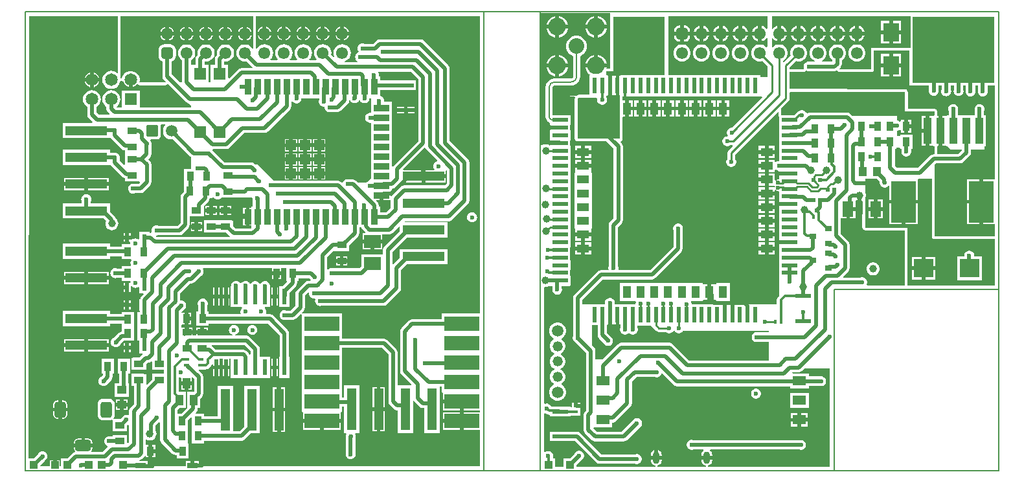
<source format=gtl>
G04*
G04 #@! TF.GenerationSoftware,Altium Limited,Altium Designer,21.2.2 (38)*
G04*
G04 Layer_Physical_Order=1*
G04 Layer_Color=255*
%FSLAX44Y44*%
%MOMM*%
G71*
G04*
G04 #@! TF.SameCoordinates,1FAA2A19-5D32-44EB-9D88-0ED73DB0A834*
G04*
G04*
G04 #@! TF.FilePolarity,Positive*
G04*
G01*
G75*
%ADD10R,0.6250X0.8300*%
%ADD11R,1.2000X0.9000*%
%ADD12R,5.5118X1.2954*%
%ADD13R,1.2954X5.5118*%
%ADD14R,1.4500X0.8000*%
%ADD15R,0.9000X1.2700*%
%ADD16R,0.9000X1.2000*%
%ADD17R,2.2300X1.8000*%
%ADD18R,1.0000X1.0000*%
%ADD19R,0.9000X2.0000*%
%ADD20R,2.0000X0.9000*%
%ADD21R,1.3300X1.3300*%
%ADD22R,1.2000X1.0500*%
%ADD23C,1.0000*%
%ADD24R,0.7500X0.4000*%
%ADD25R,1.0000X1.4000*%
%ADD26R,2.0000X0.5500*%
%ADD27R,0.6000X2.0600*%
%ADD28C,0.5000*%
%ADD29C,0.3500*%
%ADD30C,0.2540*%
%ADD31C,0.2000*%
%ADD32R,1.7000X1.3000*%
%ADD33R,0.4000X0.6000*%
%ADD34R,0.6000X0.4000*%
%ADD35R,1.0500X1.2000*%
%ADD36R,0.5500X0.6000*%
%ADD37R,0.9000X0.8000*%
%ADD38R,1.4000X2.0000*%
%ADD39R,3.2000X5.4000*%
%ADD40R,2.5500X2.4500*%
%ADD41R,10.7000X8.6000*%
%ADD42R,1.0000X3.4000*%
%ADD43R,2.1500X2.4500*%
%ADD44R,2.0000X0.6000*%
%ADD45R,1.1000X1.6000*%
%ADD46R,1.6000X1.1000*%
%ADD47R,0.6000X2.0000*%
%ADD48C,0.2500*%
%ADD49C,0.1930*%
%ADD50R,1.6000X1.6000*%
G04:AMPARAMS|DCode=51|XSize=1.5mm|YSize=1.5mm|CornerRadius=0.0525mm|HoleSize=0mm|Usage=FLASHONLY|Rotation=0.000|XOffset=0mm|YOffset=0mm|HoleType=Round|Shape=RoundedRectangle|*
%AMROUNDEDRECTD51*
21,1,1.5000,1.3950,0,0,0.0*
21,1,1.3950,1.5000,0,0,0.0*
1,1,0.1050,0.6975,-0.6975*
1,1,0.1050,-0.6975,-0.6975*
1,1,0.1050,-0.6975,0.6975*
1,1,0.1050,0.6975,0.6975*
%
%ADD51ROUNDEDRECTD51*%
%ADD52C,1.5000*%
%ADD53C,1.6500*%
%ADD54R,1.6500X1.6500*%
%ADD55C,3.0480*%
%ADD56R,4.5720X1.9812*%
G04:AMPARAMS|DCode=57|XSize=2.1mm|YSize=1.5mm|CornerRadius=0.375mm|HoleSize=0mm|Usage=FLASHONLY|Rotation=180.000|XOffset=0mm|YOffset=0mm|HoleType=Round|Shape=RoundedRectangle|*
%AMROUNDEDRECTD57*
21,1,2.1000,0.7500,0,0,180.0*
21,1,1.3500,1.5000,0,0,180.0*
1,1,0.7500,-0.6750,0.3750*
1,1,0.7500,0.6750,0.3750*
1,1,0.7500,0.6750,-0.3750*
1,1,0.7500,-0.6750,-0.3750*
%
%ADD57ROUNDEDRECTD57*%
G04:AMPARAMS|DCode=58|XSize=2.1mm|YSize=1.5mm|CornerRadius=0.375mm|HoleSize=0mm|Usage=FLASHONLY|Rotation=90.000|XOffset=0mm|YOffset=0mm|HoleType=Round|Shape=RoundedRectangle|*
%AMROUNDEDRECTD58*
21,1,2.1000,0.7500,0,0,90.0*
21,1,1.3500,1.5000,0,0,90.0*
1,1,0.7500,0.3750,0.6750*
1,1,0.7500,0.3750,-0.6750*
1,1,0.7500,-0.3750,-0.6750*
1,1,0.7500,-0.3750,0.6750*
%
%ADD58ROUNDEDRECTD58*%
G04:AMPARAMS|DCode=59|XSize=1.55mm|YSize=1.55mm|CornerRadius=0.3875mm|HoleSize=0mm|Usage=FLASHONLY|Rotation=0.000|XOffset=0mm|YOffset=0mm|HoleType=Round|Shape=RoundedRectangle|*
%AMROUNDEDRECTD59*
21,1,1.5500,0.7750,0,0,0.0*
21,1,0.7750,1.5500,0,0,0.0*
1,1,0.7750,0.3875,-0.3875*
1,1,0.7750,-0.3875,-0.3875*
1,1,0.7750,-0.3875,0.3875*
1,1,0.7750,0.3875,0.3875*
%
%ADD59ROUNDEDRECTD59*%
%ADD60C,1.5500*%
%ADD61C,0.6000*%
%ADD62O,0.9000X1.6000*%
%ADD63C,1.3208*%
%ADD64C,1.4986*%
%ADD65C,2.2860*%
%ADD66C,2.0320*%
G36*
X970049Y578019D02*
X968779Y577679D01*
X968583Y578018D01*
X966667Y579934D01*
X964321Y581289D01*
X962849Y581683D01*
Y571700D01*
Y561717D01*
X964321Y562111D01*
X966667Y563466D01*
X968583Y565382D01*
X968779Y565721D01*
X970049Y565381D01*
Y554306D01*
X968779Y553780D01*
X967257Y555302D01*
X964691Y556783D01*
X961830Y557550D01*
X958868D01*
X956007Y556783D01*
X953441Y555302D01*
X951347Y553208D01*
X949866Y550642D01*
X949099Y547781D01*
Y544819D01*
X949866Y541958D01*
X951347Y539392D01*
X953441Y537298D01*
X956007Y535817D01*
X958868Y535050D01*
X961830D01*
X963992Y535629D01*
X970049Y529572D01*
Y515050D01*
X960899D01*
Y517200D01*
X840549D01*
Y594100D01*
X970049D01*
Y578019D01*
D02*
G37*
G36*
X1157209Y594150D02*
Y553000D01*
X1106049D01*
Y525000D01*
X1064610D01*
X1064124Y526173D01*
X1065775Y527824D01*
X1067101Y529809D01*
X1067567Y532150D01*
Y536553D01*
X1068857Y537298D01*
X1070951Y539392D01*
X1072432Y541958D01*
X1073199Y544819D01*
Y547781D01*
X1072432Y550642D01*
X1070951Y553208D01*
X1068857Y555302D01*
X1066292Y556783D01*
X1063430Y557550D01*
X1060468D01*
X1057607Y556783D01*
X1055042Y555302D01*
X1052947Y553208D01*
X1051466Y550642D01*
X1050699Y547781D01*
Y544819D01*
X1051466Y541958D01*
X1052947Y539392D01*
X1055042Y537298D01*
X1055332Y537130D01*
Y534767D01*
X1041614D01*
X1041274Y536037D01*
X1043457Y537298D01*
X1045551Y539392D01*
X1047032Y541958D01*
X1047799Y544819D01*
Y547781D01*
X1047032Y550642D01*
X1045551Y553208D01*
X1043457Y555302D01*
X1040891Y556783D01*
X1038030Y557550D01*
X1035068D01*
X1032207Y556783D01*
X1029641Y555302D01*
X1027547Y553208D01*
X1026066Y550642D01*
X1025299Y547781D01*
Y544819D01*
X1026066Y541958D01*
X1027547Y539392D01*
X1029641Y537298D01*
X1031824Y536037D01*
X1031484Y534767D01*
X1026582D01*
X1025155Y535150D01*
X1023443D01*
X1021790Y534707D01*
X1020308Y533851D01*
X1019098Y532641D01*
X1018242Y531159D01*
X1017799Y529506D01*
Y527794D01*
X1018208Y526270D01*
X1018107Y525824D01*
X1017631Y525000D01*
X999363D01*
Y527635D01*
X1007388Y535661D01*
X1009668Y535050D01*
X1012630D01*
X1015491Y535817D01*
X1018057Y537298D01*
X1020151Y539392D01*
X1021632Y541958D01*
X1022399Y544819D01*
Y547781D01*
X1021632Y550642D01*
X1020151Y553208D01*
X1018057Y555302D01*
X1015491Y556783D01*
X1012630Y557550D01*
X1009668D01*
X1006807Y556783D01*
X1004241Y555302D01*
X1002147Y553208D01*
X1000666Y550642D01*
X999899Y547781D01*
Y544819D01*
X1000510Y542539D01*
X991883Y533911D01*
X990613Y534437D01*
Y536118D01*
X992657Y537298D01*
X994751Y539392D01*
X996232Y541958D01*
X996999Y544819D01*
Y547781D01*
X996232Y550642D01*
X994751Y553208D01*
X992657Y555302D01*
X990091Y556783D01*
X987230Y557550D01*
X984268D01*
X981407Y556783D01*
X978841Y555302D01*
X977319Y553780D01*
X976049Y554306D01*
Y565381D01*
X977319Y565721D01*
X977515Y565382D01*
X979431Y563466D01*
X981777Y562111D01*
X983249Y561717D01*
Y571700D01*
Y581683D01*
X981777Y581289D01*
X979431Y579934D01*
X977515Y578018D01*
X977319Y577679D01*
X976049Y578019D01*
Y594150D01*
X1157209Y594150D01*
D02*
G37*
G36*
X298196Y552467D02*
X296926Y552127D01*
X296302Y553208D01*
X294208Y555302D01*
X291642Y556783D01*
X288781Y557550D01*
X285819D01*
X282958Y556783D01*
X280392Y555302D01*
X278298Y553208D01*
X276817Y550642D01*
X276050Y547781D01*
Y544819D01*
X276817Y541958D01*
X278298Y539392D01*
X280392Y537298D01*
X282958Y535817D01*
X285819Y535050D01*
X288781D01*
X289662Y535286D01*
X297115Y527834D01*
X296589Y526563D01*
X282702D01*
X280361Y526098D01*
X278376Y524772D01*
X266673Y513069D01*
X265500Y513555D01*
Y530930D01*
X260117D01*
Y534819D01*
X260419Y535050D01*
X263381D01*
X266242Y535817D01*
X268808Y537298D01*
X270902Y539392D01*
X272383Y541958D01*
X273150Y544819D01*
Y547781D01*
X272383Y550642D01*
X270902Y553208D01*
X268808Y555302D01*
X266242Y556783D01*
X263381Y557550D01*
X260419D01*
X257558Y556783D01*
X254992Y555302D01*
X252898Y553208D01*
X251417Y550642D01*
X250650Y547781D01*
Y544819D01*
X250945Y543717D01*
X249674Y542447D01*
X248348Y540462D01*
X247882Y538121D01*
Y530930D01*
X242500D01*
Y507930D01*
X241317Y507720D01*
X241283D01*
X240100Y507930D01*
Y530930D01*
X234718D01*
Y534819D01*
X235019Y535050D01*
X237981D01*
X240842Y535817D01*
X243408Y537298D01*
X245502Y539392D01*
X246983Y541958D01*
X247750Y544819D01*
Y547781D01*
X246983Y550642D01*
X245502Y553208D01*
X243408Y555302D01*
X240842Y556783D01*
X237981Y557550D01*
X235019D01*
X232158Y556783D01*
X229592Y555302D01*
X227498Y553208D01*
X226017Y550642D01*
X225250Y547781D01*
Y544819D01*
X225545Y543717D01*
X224274Y542447D01*
X222948Y540462D01*
X222482Y538121D01*
Y530930D01*
X217217D01*
Y536842D01*
X218008Y537298D01*
X220102Y539392D01*
X221583Y541958D01*
X222350Y544819D01*
Y547781D01*
X221583Y550642D01*
X220102Y553208D01*
X218008Y555302D01*
X215442Y556783D01*
X212581Y557550D01*
X209619D01*
X206758Y556783D01*
X204192Y555302D01*
X202098Y553208D01*
X200617Y550642D01*
X199850Y547781D01*
Y544819D01*
X200617Y541958D01*
X202098Y539392D01*
X204192Y537298D01*
X204982Y536842D01*
Y507720D01*
X202225D01*
X191817Y518128D01*
Y535371D01*
X193294Y535983D01*
X194835Y537165D01*
X196017Y538706D01*
X196760Y540500D01*
X197013Y542425D01*
Y550175D01*
X196760Y552100D01*
X196017Y553894D01*
X194835Y555435D01*
X193294Y556617D01*
X191500Y557360D01*
X189575Y557613D01*
X181825D01*
X179900Y557360D01*
X178106Y556617D01*
X176565Y555435D01*
X175383Y553894D01*
X174640Y552100D01*
X174386Y550175D01*
Y542425D01*
X174640Y540500D01*
X175383Y538706D01*
X176565Y537165D01*
X178106Y535983D01*
X179582Y535371D01*
Y515594D01*
X180048Y513253D01*
X181374Y511268D01*
X183749Y508893D01*
X183263Y507720D01*
X150238D01*
X149465Y508728D01*
X149672Y509501D01*
Y512595D01*
X148871Y515583D01*
X147324Y518263D01*
X145137Y520450D01*
X142457Y521997D01*
X139469Y522798D01*
X136375D01*
X133387Y521997D01*
X130707Y520450D01*
X128520Y518263D01*
X126973Y515583D01*
X126238Y512841D01*
X124968Y513008D01*
Y594360D01*
X298196D01*
Y552467D01*
D02*
G37*
G36*
X765011Y548671D02*
Y525799D01*
X760782D01*
X760009Y526806D01*
X760112Y527190D01*
X746319D01*
X732526D01*
X733301Y524298D01*
X735140Y521112D01*
X737741Y518511D01*
X738182Y518257D01*
X737899Y517200D01*
X737899D01*
Y491569D01*
X723449D01*
X722084Y491297D01*
X720926Y490523D01*
X720626Y490223D01*
X711819Y490220D01*
X711817Y465200D01*
X689467D01*
Y501145D01*
X689458Y501191D01*
X689667Y502241D01*
X690335Y503234D01*
X690950Y503645D01*
X691676Y503789D01*
Y503792D01*
X713175D01*
Y503767D01*
X716596Y504217D01*
X719784Y505538D01*
X722521Y507638D01*
X722503Y507656D01*
X722507Y507661D01*
X724133Y509780D01*
X725157Y512253D01*
X725506Y514901D01*
X725507Y514908D01*
Y542178D01*
X726192Y542361D01*
X729307Y544159D01*
X731850Y546703D01*
X733648Y549817D01*
X734579Y553292D01*
Y556888D01*
X733648Y560363D01*
X731850Y563477D01*
X729307Y566021D01*
X726192Y567819D01*
X722718Y568750D01*
X719121D01*
X715647Y567819D01*
X712532Y566021D01*
X709988Y563477D01*
X708190Y560363D01*
X707259Y556888D01*
Y553292D01*
X708190Y549817D01*
X709988Y546703D01*
X712532Y544159D01*
X715647Y542361D01*
X716331Y542178D01*
Y514908D01*
X716346Y514831D01*
X716080Y514188D01*
X716015Y514144D01*
X715959Y514061D01*
X714727Y513238D01*
X713273Y512949D01*
X713175Y512968D01*
X691676D01*
Y512975D01*
X688808Y512597D01*
X686135Y511490D01*
X683840Y509729D01*
X683834Y509735D01*
X681903Y507219D01*
X680689Y504289D01*
X680275Y501145D01*
X680291D01*
Y463112D01*
X680327Y462930D01*
X680606Y460814D01*
X681493Y458673D01*
X682792Y456980D01*
X682895Y456826D01*
X683008Y456750D01*
X684818Y455361D01*
X685899Y454913D01*
Y452200D01*
X686859D01*
Y451200D01*
X699399D01*
Y446200D01*
X686859D01*
Y445200D01*
X685899D01*
Y432200D01*
X686859D01*
Y431200D01*
X699399D01*
Y426200D01*
X686859D01*
Y425919D01*
X686047Y425566D01*
X685589Y425447D01*
X684897Y425847D01*
X683730Y426521D01*
X681568Y427100D01*
X679330D01*
X677168Y426521D01*
X675566Y425596D01*
X674296Y426112D01*
X674304Y598880D01*
X764909Y598880D01*
X765011Y548671D01*
D02*
G37*
G36*
X835899Y517200D02*
X777899D01*
Y516240D01*
X776899D01*
Y503700D01*
Y491160D01*
X777449D01*
Y485200D01*
X777399D01*
Y462200D01*
X777449D01*
Y434450D01*
X721949D01*
Y486500D01*
X723449Y488000D01*
X746990D01*
X747883Y486730D01*
X747649Y485856D01*
Y484144D01*
X748092Y482491D01*
X748948Y481009D01*
X750158Y479799D01*
X751640Y478943D01*
X753293Y478500D01*
X755005D01*
X756658Y478943D01*
X758140Y479799D01*
X759350Y481009D01*
X760206Y482491D01*
X760649Y484144D01*
Y485856D01*
X760206Y487509D01*
X759752Y488296D01*
Y490200D01*
X760899D01*
Y491160D01*
X761899D01*
Y503700D01*
Y516240D01*
X760899D01*
Y517200D01*
X759449D01*
Y522230D01*
X768539D01*
X768579Y522190D01*
Y593720D01*
X768609Y593900D01*
X835899D01*
X835899Y517200D01*
D02*
G37*
G36*
X1156249Y503850D02*
X1181482D01*
Y498916D01*
X1181266Y498397D01*
X1181043Y496700D01*
X1181266Y495003D01*
X1181921Y493422D01*
X1182963Y492064D01*
X1184321Y491022D01*
X1185902Y490367D01*
X1187599Y490144D01*
X1189296Y490367D01*
X1190877Y491022D01*
X1192235Y492064D01*
X1193277Y493422D01*
X1193932Y495003D01*
X1194155Y496700D01*
X1193932Y498397D01*
X1193717Y498916D01*
Y503850D01*
X1197882D01*
Y498516D01*
X1197666Y497997D01*
X1197443Y496300D01*
X1197666Y494603D01*
X1198321Y493022D01*
X1199363Y491664D01*
X1200721Y490622D01*
X1202302Y489967D01*
X1203999Y489744D01*
X1205696Y489967D01*
X1207277Y490622D01*
X1208635Y491664D01*
X1209677Y493022D01*
X1210332Y494603D01*
X1210555Y496300D01*
X1210332Y497997D01*
X1210117Y498516D01*
Y503850D01*
X1214082D01*
Y498666D01*
X1213867Y498147D01*
X1213643Y496450D01*
X1213867Y494753D01*
X1214521Y493172D01*
X1215563Y491814D01*
X1216921Y490772D01*
X1218502Y490117D01*
X1220199Y489894D01*
X1221896Y490117D01*
X1223477Y490772D01*
X1224835Y491814D01*
X1225877Y493172D01*
X1226532Y494753D01*
X1226755Y496450D01*
X1226532Y498147D01*
X1226317Y498666D01*
Y503850D01*
X1229682D01*
Y498366D01*
X1229466Y497847D01*
X1229243Y496150D01*
X1229466Y494453D01*
X1230121Y492872D01*
X1231163Y491514D01*
X1232521Y490472D01*
X1234102Y489817D01*
X1235799Y489594D01*
X1237496Y489817D01*
X1239077Y490472D01*
X1240435Y491514D01*
X1241477Y492872D01*
X1242132Y494453D01*
X1242355Y496150D01*
X1242132Y497847D01*
X1241917Y498366D01*
Y503850D01*
X1245782D01*
Y498366D01*
X1245566Y497847D01*
X1245343Y496150D01*
X1245566Y494453D01*
X1246221Y492872D01*
X1247263Y491514D01*
X1248621Y490472D01*
X1250202Y489817D01*
X1251899Y489594D01*
X1253596Y489817D01*
X1255177Y490472D01*
X1256535Y491514D01*
X1257577Y492872D01*
X1258232Y494453D01*
X1258455Y496150D01*
X1258232Y497847D01*
X1258017Y498366D01*
Y503850D01*
X1267899D01*
X1267899Y381340D01*
X1251949D01*
Y351800D01*
Y322260D01*
X1267899D01*
Y306650D01*
X1188799Y306650D01*
X1188799Y318100D01*
X1188699Y318200D01*
Y400149D01*
X1190333Y401782D01*
X1222099D01*
X1224440Y402248D01*
X1226425Y403574D01*
X1234575Y411724D01*
X1235901Y413709D01*
X1236367Y416050D01*
Y420100D01*
X1253799D01*
Y423850D01*
X1255749D01*
Y464850D01*
X1253799D01*
Y464950D01*
X1253367D01*
Y470060D01*
X1253882Y471303D01*
X1254105Y473000D01*
X1253882Y474697D01*
X1253227Y476278D01*
X1252185Y477636D01*
X1250827Y478678D01*
X1249246Y479333D01*
X1247549Y479556D01*
X1245852Y479333D01*
X1244271Y478678D01*
X1242913Y477636D01*
X1241871Y476278D01*
X1241216Y474697D01*
X1240993Y473000D01*
X1241132Y471948D01*
Y464950D01*
X1219342D01*
Y470944D01*
X1219532Y471403D01*
X1219755Y473100D01*
X1219532Y474797D01*
X1218877Y476378D01*
X1217835Y477736D01*
X1216477Y478778D01*
X1214896Y479433D01*
X1213199Y479656D01*
X1211502Y479433D01*
X1209921Y478778D01*
X1208563Y477736D01*
X1207521Y476378D01*
X1206866Y474797D01*
X1206643Y473100D01*
X1206866Y471403D01*
X1207107Y470823D01*
Y464850D01*
X1204749D01*
Y464638D01*
X1203789Y463890D01*
X1198749D01*
Y444350D01*
Y424810D01*
X1203789D01*
X1204749Y424062D01*
Y423850D01*
X1205699D01*
X1209449Y420100D01*
X1224132D01*
Y418584D01*
X1219565Y414017D01*
X1193335D01*
X1192212Y414856D01*
X1192208Y414860D01*
X1192204Y423540D01*
X1192590Y424192D01*
X1193293Y424810D01*
X1193749D01*
Y444350D01*
Y463890D01*
X1193016D01*
X1193013Y463891D01*
X1192094Y464996D01*
X1192072Y465160D01*
X1192182Y465716D01*
X1192182Y465717D01*
X1192182Y465717D01*
X1192180Y469752D01*
X1192045Y470431D01*
X1191909Y471116D01*
X1191908Y471116D01*
X1191908Y471117D01*
X1191519Y471699D01*
X1191135Y472273D01*
X1191134Y472274D01*
X1191134Y472275D01*
X1190558Y472659D01*
X1189977Y473047D01*
X1189977Y473047D01*
X1189976Y473048D01*
X1189289Y473184D01*
X1188612Y473319D01*
X1153768D01*
Y495395D01*
X1153632Y496079D01*
X1153498Y496757D01*
X1153496Y496759D01*
X1153496Y496761D01*
X1153110Y497339D01*
X1152726Y497916D01*
X1152724Y497917D01*
X1152722Y497919D01*
X1152143Y498306D01*
X1151569Y498691D01*
X1151567Y498691D01*
X1151565Y498692D01*
X1150880Y498828D01*
X1150203Y498964D01*
X1000265Y499141D01*
X1000258Y499148D01*
X999363Y500257D01*
Y521431D01*
X1017631D01*
X1018089Y521522D01*
X1018555Y521553D01*
X1018766Y521657D01*
X1018997Y521703D01*
X1019385Y521962D01*
X1019803Y522169D01*
X1019958Y522346D01*
X1020154Y522477D01*
X1020414Y522865D01*
X1020451Y522907D01*
X1021177Y522908D01*
X1022602Y522317D01*
X1024299Y522094D01*
X1025996Y522317D01*
X1026515Y522533D01*
X1057949D01*
X1059930Y522927D01*
X1061785Y522928D01*
X1062087Y522477D01*
X1063244Y521703D01*
X1064610Y521431D01*
X1106049D01*
X1107415Y521703D01*
X1108572Y522477D01*
X1109346Y523634D01*
X1109618Y525000D01*
Y549431D01*
X1156249D01*
Y503850D01*
D02*
G37*
G36*
X121399Y520648D02*
X120129Y520021D01*
X118448Y521312D01*
X115589Y522496D01*
X112522Y522899D01*
X109455Y522496D01*
X106596Y521312D01*
X104142Y519428D01*
X102258Y516974D01*
X101074Y514115D01*
X100671Y511048D01*
X101074Y507981D01*
X102258Y505122D01*
X104142Y502668D01*
X106596Y500784D01*
X109455Y499600D01*
X112522Y499197D01*
X115589Y499600D01*
X118448Y500784D01*
X120902Y502668D01*
X122786Y505122D01*
X123970Y507981D01*
X124136Y509242D01*
X124502Y509470D01*
X125772Y509303D01*
X126238Y509334D01*
X126704Y509303D01*
X126927Y509379D01*
X127162Y509394D01*
X128162Y508867D01*
X128418Y508544D01*
X128423Y508503D01*
X129405Y506131D01*
X130968Y504094D01*
X133005Y502531D01*
X135377Y501549D01*
X135422Y501543D01*
Y511048D01*
X140422D01*
Y501543D01*
X140467Y501549D01*
X142839Y502531D01*
X144876Y504094D01*
X145899Y505427D01*
X147336Y505542D01*
X147480Y505484D01*
X147584Y505392D01*
X147715Y505197D01*
X148103Y504937D01*
X148454Y504630D01*
X148677Y504554D01*
X148872Y504423D01*
X149330Y504332D01*
X149772Y504182D01*
X150007Y504197D01*
X150238Y504151D01*
X183263D01*
X184629Y504423D01*
X185786Y505197D01*
X187286Y505357D01*
X210685Y481957D01*
X212670Y480631D01*
X213452Y480476D01*
X216662Y477266D01*
Y475001D01*
X149672D01*
Y497398D01*
X126172D01*
Y475001D01*
X120035D01*
X119604Y476272D01*
X120902Y477268D01*
X122786Y479722D01*
X123970Y482581D01*
X124373Y485648D01*
X123970Y488715D01*
X122786Y491574D01*
X120902Y494028D01*
X118448Y495912D01*
X115589Y497096D01*
X112522Y497499D01*
X109455Y497096D01*
X106596Y495912D01*
X104142Y494028D01*
X102258Y491574D01*
X101074Y488715D01*
X100671Y485648D01*
X101074Y482581D01*
X102258Y479722D01*
X104142Y477268D01*
X106318Y475598D01*
Y473288D01*
X106784Y470947D01*
X108110Y468962D01*
X110550Y466523D01*
X110064Y465350D01*
X96260D01*
X93239Y468370D01*
Y475532D01*
X95502Y477268D01*
X97386Y479722D01*
X98570Y482581D01*
X98973Y485648D01*
X98570Y488715D01*
X97386Y491574D01*
X95502Y494028D01*
X93048Y495912D01*
X90189Y497096D01*
X87122Y497499D01*
X84055Y497096D01*
X81196Y495912D01*
X78742Y494028D01*
X76858Y491574D01*
X75674Y488715D01*
X75271Y485648D01*
X75674Y482581D01*
X76858Y479722D01*
X78742Y477268D01*
X81004Y475532D01*
Y465836D01*
X81470Y463495D01*
X82796Y461510D01*
X88156Y456151D01*
X87630Y454881D01*
X48951D01*
Y434927D01*
X111069D01*
X111069Y434927D01*
Y434927D01*
X112310Y434858D01*
X112960Y433887D01*
X126265Y420581D01*
X128250Y419255D01*
X130454Y418817D01*
Y416432D01*
X130454Y415164D01*
X130454D01*
Y415162D01*
X130454D01*
Y400186D01*
X129184Y399660D01*
X123403Y405441D01*
Y407694D01*
X123427Y407751D01*
X123650Y409448D01*
X123427Y411145D01*
X122772Y412726D01*
X121730Y414084D01*
X120372Y415126D01*
X118791Y415781D01*
X117094Y416004D01*
X115397Y415781D01*
X115340Y415757D01*
X111069D01*
Y419881D01*
X48951D01*
Y399927D01*
X111069D01*
X111069Y399927D01*
Y399927D01*
X112264Y399622D01*
X112960Y398581D01*
X127704Y383836D01*
X129689Y382510D01*
X130454Y382358D01*
Y378162D01*
X149274D01*
X150045Y377137D01*
X148166Y375258D01*
X142665D01*
X142608Y375282D01*
X140911Y375505D01*
X139214Y375282D01*
X137633Y374627D01*
X136275Y373585D01*
X135233Y372227D01*
X134578Y370646D01*
X134355Y368949D01*
X134578Y367252D01*
X135233Y365671D01*
X136275Y364313D01*
X137633Y363271D01*
X139214Y362616D01*
X140911Y362393D01*
X142608Y362616D01*
X143589Y363023D01*
X150700D01*
X153041Y363488D01*
X155026Y364814D01*
X163330Y373118D01*
X164656Y375103D01*
X165121Y377444D01*
Y400441D01*
X164656Y402783D01*
X163330Y404767D01*
X160660Y407437D01*
X163135Y409912D01*
X164461Y411897D01*
X164927Y414238D01*
Y424567D01*
X165333Y425549D01*
X165557Y427245D01*
X165333Y428942D01*
X164678Y430523D01*
X163637Y431881D01*
X163616Y431897D01*
X164047Y433167D01*
X172837D01*
X174407Y433480D01*
X175739Y434369D01*
X176628Y435701D01*
X176941Y437271D01*
Y451221D01*
X176817Y451844D01*
X177824Y453115D01*
X182842D01*
X183227Y451844D01*
X181653Y449794D01*
X180545Y447118D01*
X180167Y444246D01*
X180545Y441374D01*
X181653Y438699D01*
X183417Y436401D01*
X185714Y434637D01*
X188390Y433529D01*
X191262Y433151D01*
X193421Y433435D01*
X215892Y410964D01*
X216662Y410450D01*
Y394818D01*
X207814D01*
Y375818D01*
X207474Y375514D01*
X207474D01*
Y365165D01*
X204716Y362408D01*
X203390Y360423D01*
X202924Y358082D01*
Y324098D01*
X199137Y320311D01*
X173932D01*
X173401Y320531D01*
X171704Y320754D01*
X170007Y320531D01*
X168426Y319876D01*
X167068Y318834D01*
X166026Y317476D01*
X165371Y315895D01*
X165148Y314198D01*
X165371Y312501D01*
X165548Y312074D01*
X164635Y310961D01*
X163576Y311171D01*
X162276D01*
Y312704D01*
X149026D01*
Y302936D01*
X147756Y302310D01*
X147042Y302858D01*
X145461Y303513D01*
X143764Y303736D01*
X142067Y303513D01*
X140486Y302858D01*
X139296Y301945D01*
X138639Y302104D01*
X138026Y302466D01*
Y302554D01*
X135901D01*
Y299404D01*
X136381D01*
X137333Y298134D01*
X137208Y297180D01*
X137236Y296966D01*
X136399Y296012D01*
X125940D01*
Y292873D01*
X111095D01*
Y296945D01*
X48977D01*
Y276991D01*
X111095D01*
Y280638D01*
X125940D01*
Y277012D01*
X138493D01*
X139119Y275742D01*
X138594Y275058D01*
X137939Y273477D01*
X137716Y271780D01*
X137939Y270083D01*
X138483Y268770D01*
X137937Y267500D01*
X126000D01*
Y264277D01*
X120456D01*
X119553Y264651D01*
X117856Y264874D01*
X116159Y264651D01*
X114578Y263996D01*
X113220Y262954D01*
X112178Y261596D01*
X111523Y260015D01*
X111300Y258318D01*
X111523Y256621D01*
X112178Y255040D01*
X113220Y253682D01*
X114578Y252640D01*
X116159Y251985D01*
X117856Y251762D01*
X119553Y251985D01*
X119688Y252041D01*
X126000D01*
Y248500D01*
X137287D01*
X137901Y247582D01*
X137928Y247230D01*
X137716Y245618D01*
X137305Y245150D01*
X135875D01*
Y239500D01*
Y233850D01*
X138000D01*
Y241028D01*
X139270Y241459D01*
X139636Y240982D01*
X140994Y239940D01*
X142575Y239285D01*
X144272Y239062D01*
X145969Y239285D01*
X147550Y239940D01*
X147730Y240078D01*
X149000Y239452D01*
Y231850D01*
X154483D01*
X154969Y230677D01*
X151924Y227632D01*
X150598Y225647D01*
X150360Y224452D01*
X149000D01*
Y209152D01*
X149585D01*
Y207802D01*
X147000D01*
Y188802D01*
Y169930D01*
X149507D01*
Y168580D01*
X149000D01*
Y153280D01*
X153290D01*
X153675Y152010D01*
X153130Y151646D01*
X149438Y147954D01*
X139090D01*
Y131954D01*
X158090D01*
Y139303D01*
X159990Y141202D01*
X160782D01*
X163123Y141668D01*
X164744Y142751D01*
X166014Y142239D01*
Y131954D01*
X181616D01*
Y126954D01*
X166014D01*
Y119606D01*
X159263Y112855D01*
X158090Y113341D01*
Y126954D01*
X139090D01*
Y110954D01*
X142472D01*
Y87370D01*
X137660Y82558D01*
X136334Y80573D01*
X135869Y78232D01*
Y73494D01*
X134598Y72646D01*
X134031Y72881D01*
X132334Y73104D01*
X130637Y72881D01*
X129056Y72226D01*
X127698Y71184D01*
X126656Y69826D01*
X126458Y69348D01*
X124801Y67690D01*
X116109D01*
X115483Y68960D01*
X115977Y69604D01*
X116707Y71367D01*
X116957Y73260D01*
Y86760D01*
X116707Y88653D01*
X115977Y90416D01*
X114815Y91931D01*
X113300Y93093D01*
X111537Y93823D01*
X109644Y94073D01*
X102144D01*
X100251Y93823D01*
X98488Y93093D01*
X96973Y91931D01*
X95811Y90416D01*
X95081Y88653D01*
X94831Y86760D01*
Y73260D01*
X95081Y71367D01*
X95811Y69604D01*
X96973Y68089D01*
X98488Y66927D01*
X100251Y66197D01*
X102144Y65947D01*
X109644D01*
X111537Y66197D01*
X113182Y66878D01*
X113651Y66709D01*
X114452Y66210D01*
Y51690D01*
X133452D01*
Y59039D01*
X134599Y60185D01*
X135802Y59686D01*
X135869Y59602D01*
Y37586D01*
X134625Y36343D01*
X133452Y36829D01*
Y46690D01*
X114452D01*
Y44807D01*
X111747D01*
X111425Y44941D01*
X109728Y45164D01*
X108031Y44941D01*
X106450Y44286D01*
X105092Y43244D01*
X104050Y41886D01*
X103395Y40305D01*
X103172Y38608D01*
X103395Y36911D01*
X104050Y35330D01*
X105092Y33972D01*
X106450Y32930D01*
X107544Y32477D01*
X107966Y31102D01*
X101347Y24483D01*
X87057D01*
X86615Y25754D01*
X87589Y27212D01*
X87997Y29260D01*
Y30510D01*
X75894D01*
X63791D01*
Y29260D01*
X64199Y27212D01*
X65295Y25570D01*
X65212Y25003D01*
X64966Y24210D01*
X64001Y24018D01*
X62016Y22692D01*
X55191Y15866D01*
X46842D01*
Y5588D01*
X45392D01*
Y13866D01*
X41392D01*
Y7366D01*
X36392D01*
Y13866D01*
X32392D01*
Y5588D01*
X19392D01*
Y7214D01*
X25313Y13136D01*
X25884Y13372D01*
X27242Y14414D01*
X28284Y15772D01*
X28939Y17353D01*
X29162Y19050D01*
X28939Y20747D01*
X28284Y22328D01*
X27242Y23686D01*
X25884Y24728D01*
X24303Y25383D01*
X22606Y25606D01*
X20909Y25383D01*
X19328Y24728D01*
X17970Y23686D01*
X16928Y22328D01*
X16734Y21860D01*
X10740Y15866D01*
X5044D01*
X4147Y16765D01*
X5629Y594360D01*
X121399Y594360D01*
Y520648D01*
D02*
G37*
G36*
X513820Y512324D02*
Y431286D01*
X481576Y399042D01*
X480870Y397984D01*
X479600Y398369D01*
Y402800D01*
Y415500D01*
Y428200D01*
Y440900D01*
Y453600D01*
Y466300D01*
Y482300D01*
X470100D01*
X469263Y483255D01*
X469344Y483870D01*
X469121Y485567D01*
X468466Y487148D01*
X467424Y488506D01*
X466066Y489548D01*
X464485Y490203D01*
X464100Y490253D01*
Y498073D01*
X484086D01*
Y497934D01*
X511086D01*
Y510434D01*
X484086D01*
Y510308D01*
X464100D01*
Y515650D01*
X463267D01*
X462430Y516605D01*
X462486Y517034D01*
X462263Y518731D01*
X461608Y520312D01*
X461327Y520678D01*
X461953Y521949D01*
X504196D01*
X513820Y512324D01*
D02*
G37*
G36*
X452628Y482300D02*
X452600D01*
Y468571D01*
X451856Y468000D01*
X450144D01*
X448491Y467557D01*
X447009Y466701D01*
X445799Y465491D01*
X444943Y464009D01*
X444500Y462356D01*
Y460644D01*
X444943Y458991D01*
X445799Y457509D01*
X447009Y456299D01*
X448491Y455443D01*
X450144Y455000D01*
X451856D01*
X452600Y454429D01*
Y440900D01*
Y428200D01*
Y415500D01*
Y402800D01*
Y390100D01*
Y382750D01*
X448592Y378742D01*
X448341Y378675D01*
X446859Y377819D01*
X445722Y376682D01*
X435084D01*
X432536Y379230D01*
X430551Y380556D01*
X428210Y381021D01*
X423669D01*
X422242Y381404D01*
X420530D01*
X418877Y380961D01*
X417395Y380105D01*
X416185Y378895D01*
X415329Y377413D01*
X415133Y376682D01*
X413782D01*
X413012Y377452D01*
X411027Y378778D01*
X408686Y379244D01*
X324845D01*
X303784Y400304D01*
X301005D01*
X299728Y401582D01*
X297743Y402908D01*
X295402Y403373D01*
X260598D01*
X245970Y418001D01*
X245231Y419281D01*
X245180Y419333D01*
X245706Y420602D01*
X262636D01*
X264977Y421068D01*
X266962Y422394D01*
X286252Y441684D01*
X312928D01*
X315269Y442150D01*
X317254Y443476D01*
X346125Y472348D01*
X347452Y474333D01*
X347917Y476674D01*
Y482925D01*
X349187Y483265D01*
X349383Y482927D01*
X350593Y481717D01*
X352075Y480861D01*
X353728Y480418D01*
X355440D01*
X357093Y480861D01*
X358575Y481717D01*
X359785Y482927D01*
X360641Y484409D01*
X361084Y486062D01*
Y486918D01*
X384534D01*
Y485190D01*
X384341Y484855D01*
X383898Y483202D01*
Y481490D01*
X384341Y479837D01*
X385197Y478355D01*
X386407Y477145D01*
X387889Y476289D01*
X389542Y475846D01*
X391254D01*
X391644Y475546D01*
Y474506D01*
X392087Y472853D01*
X392943Y471371D01*
X394153Y470161D01*
X395635Y469305D01*
X397288Y468862D01*
X399000D01*
X400427Y469244D01*
X408306D01*
X410647Y469710D01*
X412632Y471036D01*
X421801Y480205D01*
X423127Y482190D01*
X423480Y483964D01*
X424813Y484157D01*
X425442Y483068D01*
X426652Y481858D01*
X428134Y481002D01*
X429787Y480559D01*
X431499D01*
X433152Y481002D01*
X434634Y481858D01*
X435844Y483068D01*
X436363Y483966D01*
X437811Y483998D01*
X438283Y483181D01*
X439493Y481971D01*
X440975Y481115D01*
X442628Y480672D01*
X444340D01*
X445993Y481115D01*
X447475Y481971D01*
X448685Y483181D01*
X449541Y484663D01*
X449984Y486316D01*
Y486918D01*
X452628D01*
Y482300D01*
D02*
G37*
G36*
X1150199Y495395D02*
Y469750D01*
X1188612D01*
X1188614Y465715D01*
X1187749Y464850D01*
X1187749Y464850D01*
X1186862Y463947D01*
X1186789Y463890D01*
X1186479Y463890D01*
X1181749D01*
Y444350D01*
Y424810D01*
X1186479D01*
X1186789Y424810D01*
X1187749Y424062D01*
Y423850D01*
X1188635D01*
X1188639Y414858D01*
X1187799Y414017D01*
X1185458Y413552D01*
X1183473Y412226D01*
X1167265Y396017D01*
X1139483D01*
X1136917Y398584D01*
Y420700D01*
X1138799D01*
Y422376D01*
X1142900Y422385D01*
X1143799Y421488D01*
Y420700D01*
X1145682D01*
Y419246D01*
X1145349Y418006D01*
Y416294D01*
X1145792Y414641D01*
X1146648Y413159D01*
X1147858Y411949D01*
X1149340Y411093D01*
X1150993Y410650D01*
X1152705D01*
X1154358Y411093D01*
X1155840Y411949D01*
X1157050Y413159D01*
X1157906Y414641D01*
X1158349Y416294D01*
Y418006D01*
X1157968Y419430D01*
X1158567Y420700D01*
X1159799D01*
Y439700D01*
X1143799D01*
Y438150D01*
X1139649D01*
Y444675D01*
X1140505D01*
X1142158Y445118D01*
X1143289Y445771D01*
X1144559Y445244D01*
Y441860D01*
X1149099D01*
Y450400D01*
Y458940D01*
X1144559D01*
Y457106D01*
X1143289Y456579D01*
X1142158Y457232D01*
X1140505Y457675D01*
X1139649D01*
Y464200D01*
X1081351Y464200D01*
X1078975Y466576D01*
X1076990Y467902D01*
X1074649Y468368D01*
X1025899D01*
X1023558Y467902D01*
X1022684Y467318D01*
X1021274Y467903D01*
X1020611Y469052D01*
X1019401Y470262D01*
X1017919Y471118D01*
X1016266Y471561D01*
X1014554D01*
X1012901Y471118D01*
X1011419Y470262D01*
X1010797Y469640D01*
X1010233Y469528D01*
X1008497Y468368D01*
X1005329Y465200D01*
X988499D01*
Y474222D01*
X997938Y483661D01*
X998992Y485239D01*
X999363Y487100D01*
X999363Y487100D01*
Y494675D01*
X1000261Y495573D01*
X1150199Y495395D01*
D02*
G37*
G36*
X963248Y488477D02*
X923521Y448750D01*
X923043D01*
X921390Y448307D01*
X919908Y447451D01*
X918698Y446241D01*
X917842Y444759D01*
X917399Y443106D01*
Y441394D01*
X917842Y439741D01*
X918576Y438470D01*
X918326Y437725D01*
X917961Y437200D01*
X917043D01*
X915390Y436757D01*
X913908Y435901D01*
X912698Y434691D01*
X911842Y433209D01*
X911399Y431556D01*
Y429844D01*
X911842Y428191D01*
X912698Y426709D01*
X913908Y425499D01*
X915390Y424643D01*
X917043Y424200D01*
X918755D01*
X920408Y424643D01*
X921890Y425499D01*
X922228Y425837D01*
X924562D01*
X925088Y424567D01*
X919560Y419039D01*
X918506Y417461D01*
X918136Y415600D01*
X918136Y415600D01*
Y407929D01*
X917798Y407591D01*
X916942Y406109D01*
X916499Y404456D01*
Y402744D01*
X916942Y401091D01*
X917798Y399609D01*
X919008Y398399D01*
X920490Y397543D01*
X922143Y397100D01*
X923855D01*
X925508Y397543D01*
X926990Y398399D01*
X928200Y399609D01*
X929056Y401091D01*
X929499Y402744D01*
Y404456D01*
X929056Y406109D01*
X928200Y407591D01*
X927863Y407929D01*
Y413586D01*
X983757Y469480D01*
X984930Y468994D01*
Y465200D01*
X985202Y463834D01*
X985594Y463248D01*
X985584Y405050D01*
X984443D01*
X982790Y404607D01*
X981308Y403751D01*
X981209Y403652D01*
X979939Y404178D01*
Y406740D01*
X971899D01*
Y398700D01*
Y390660D01*
X979939D01*
Y392922D01*
X981209Y393448D01*
X981308Y393349D01*
X982790Y392493D01*
X984443Y392050D01*
X984683D01*
X985581Y391152D01*
X985579Y381193D01*
X985095Y380870D01*
X983503D01*
X982033Y380261D01*
X981209Y379436D01*
X979939Y379862D01*
Y388740D01*
X971899D01*
Y380700D01*
Y372660D01*
X979773D01*
X980736Y371720D01*
X980722Y371686D01*
X979939Y370740D01*
X979060Y370740D01*
X971899D01*
Y365200D01*
X979939D01*
Y366877D01*
X981209Y367303D01*
X982033Y366479D01*
X983503Y365870D01*
X984306D01*
X985576Y364799D01*
X985551Y228522D01*
X984064Y227035D01*
X982904Y225298D01*
X982496Y223250D01*
Y217850D01*
X870949D01*
Y218656D01*
X870506Y220309D01*
X870147Y220930D01*
X870881Y222200D01*
X885399D01*
Y222412D01*
X886359Y223160D01*
X886669Y223160D01*
X891899D01*
Y233700D01*
Y244240D01*
X886669D01*
X886359Y244240D01*
X885399Y244988D01*
Y245200D01*
X867399D01*
Y245200D01*
X866129Y245200D01*
X849399D01*
X849399Y245200D01*
X848199Y245200D01*
X832669D01*
X831399Y245200D01*
Y245200D01*
X831399D01*
Y245200D01*
X814669D01*
X813399Y245200D01*
Y245200D01*
X813399D01*
Y245200D01*
X796669D01*
X795399Y245200D01*
X794129Y245200D01*
X777399D01*
Y222200D01*
X794129D01*
X795399Y222200D01*
X797773Y222200D01*
X798506Y220930D01*
X798292Y220559D01*
X797849Y218906D01*
Y217850D01*
X771485D01*
X770799Y218744D01*
Y220456D01*
X770356Y222109D01*
X769500Y223591D01*
X768290Y224801D01*
X766808Y225657D01*
X765155Y226100D01*
X763443D01*
X761790Y225657D01*
X760308Y224801D01*
X759098Y223591D01*
X758242Y222109D01*
X757799Y220456D01*
Y218744D01*
X757113Y217850D01*
X728567D01*
Y223516D01*
X755183Y250133D01*
X819299D01*
X821640Y250598D01*
X823625Y251924D01*
X857725Y286024D01*
X859051Y288009D01*
X859517Y290350D01*
Y314317D01*
X859899Y315744D01*
Y317456D01*
X859456Y319109D01*
X858600Y320591D01*
X857390Y321801D01*
X855908Y322657D01*
X854255Y323100D01*
X852543D01*
X850890Y322657D01*
X849408Y321801D01*
X848198Y320591D01*
X847342Y319109D01*
X846899Y317456D01*
Y315744D01*
X847282Y314317D01*
Y292884D01*
X816765Y262367D01*
X776260D01*
X775333Y263638D01*
X775549Y264444D01*
Y266156D01*
X775167Y267583D01*
Y318731D01*
X779775Y323339D01*
X781101Y325324D01*
X781567Y327665D01*
Y381353D01*
X781899Y382594D01*
Y384306D01*
X781567Y385546D01*
Y423950D01*
X781101Y426291D01*
X779775Y428276D01*
X778296Y429755D01*
X778714Y431133D01*
X778815Y431153D01*
X779973Y431927D01*
X780746Y433084D01*
X781018Y434450D01*
Y462200D01*
X781905Y463160D01*
X783899D01*
Y473700D01*
Y484240D01*
X781905D01*
X781018Y485200D01*
Y489650D01*
X962762Y489650D01*
X963248Y488477D01*
D02*
G37*
G36*
X523266Y422041D02*
X523483Y421849D01*
X524756Y419943D01*
X538871Y405828D01*
X538463Y404625D01*
X538307Y404605D01*
X536726Y403950D01*
X535368Y402908D01*
X534326Y401550D01*
X533671Y399969D01*
X533448Y398272D01*
X533671Y396575D01*
X534326Y394994D01*
X534890Y394259D01*
X534264Y392989D01*
X523454D01*
Y387512D01*
X550013D01*
Y391686D01*
X551283Y392499D01*
X551431Y392431D01*
Y375932D01*
X548646Y373148D01*
X495451D01*
X493110Y372682D01*
X491125Y371356D01*
X479798Y360029D01*
X478870Y358639D01*
X477600Y359025D01*
Y364700D01*
X479600D01*
Y368689D01*
X481403Y369048D01*
X483388Y370374D01*
X490228Y377214D01*
X490625Y377808D01*
X491895Y377423D01*
Y377035D01*
X518454D01*
Y385012D01*
Y392989D01*
X494486D01*
X494000Y394162D01*
X522201Y422364D01*
X523266Y422041D01*
D02*
G37*
G36*
X296974Y356866D02*
X297197Y355169D01*
X297582Y354240D01*
Y345650D01*
X295700D01*
Y343650D01*
X293500D01*
Y332150D01*
Y320650D01*
X295700D01*
Y318650D01*
X295700D01*
X296080Y317731D01*
X295108Y316759D01*
X274892D01*
X271500Y320151D01*
Y327500D01*
X253770D01*
X252500Y327500D01*
Y327500D01*
X252500D01*
Y327500D01*
X233500D01*
Y311500D01*
X251230D01*
X252500Y311500D01*
Y311500D01*
X252500D01*
Y311500D01*
X262849D01*
X267461Y306887D01*
X266935Y305617D01*
X171664D01*
X170802Y306480D01*
X171395Y307683D01*
X171704Y307642D01*
X173401Y307865D01*
X173909Y308076D01*
X201671D01*
X204012Y308541D01*
X205997Y309867D01*
X213368Y317238D01*
X214694Y319223D01*
X215159Y321564D01*
Y332500D01*
X233500D01*
Y346006D01*
X234397Y346904D01*
X235500Y346210D01*
X235500Y345350D01*
Y343000D01*
X240500D01*
Y346500D01*
X236733D01*
X235789Y346500D01*
X235096Y347602D01*
X239437Y351944D01*
X240764Y353929D01*
X241229Y356270D01*
Y356514D01*
X244474D01*
Y357632D01*
X246191D01*
X246824Y356806D01*
X248182Y355764D01*
X249763Y355109D01*
X251460Y354886D01*
X253157Y355109D01*
X254738Y355764D01*
X256096Y356806D01*
X256306Y357080D01*
X274930D01*
Y357632D01*
X296302D01*
X296974Y356866D01*
D02*
G37*
G36*
X1185130Y318200D02*
X1185149Y318107D01*
Y305150D01*
X1185592D01*
X1186276Y304127D01*
X1187433Y303353D01*
X1188799Y303081D01*
X1267899Y303081D01*
X1267999Y302999D01*
Y242300D01*
X1153499Y242300D01*
X1153397Y317560D01*
X1098921Y317560D01*
X1098023Y318458D01*
X1098045Y356050D01*
X1098518Y356869D01*
X1099098Y359031D01*
Y361269D01*
X1098518Y363431D01*
X1098050Y364242D01*
X1098060Y381850D01*
X1103499D01*
Y382000D01*
X1104999D01*
Y381850D01*
X1113848D01*
X1117090Y378607D01*
Y378269D01*
X1116899Y377556D01*
Y375844D01*
X1117342Y374191D01*
X1118198Y372709D01*
X1119408Y371499D01*
X1120890Y370643D01*
X1122543Y370200D01*
X1124255D01*
X1125908Y370643D01*
X1127390Y371499D01*
X1128600Y372709D01*
X1128639Y372776D01*
X1129909Y372436D01*
Y354300D01*
X1148449D01*
X1166989D01*
Y380730D01*
X1166989Y381340D01*
X1167986Y382000D01*
X1185130D01*
Y318200D01*
D02*
G37*
G36*
X468600Y354000D02*
X477600D01*
X478007Y352898D01*
Y344164D01*
X472110Y338267D01*
X464100D01*
Y345650D01*
X462217D01*
Y347015D01*
X461752Y349356D01*
X460425Y351340D01*
X458939Y352826D01*
X459425Y354000D01*
X463600D01*
Y360000D01*
X468600D01*
Y354000D01*
D02*
G37*
G36*
X1093098Y353014D02*
X1093205Y353043D01*
X1094474Y352387D01*
X1094454Y318460D01*
X1094454Y318460D01*
X1094454Y318459D01*
X1094589Y317782D01*
X1094725Y317095D01*
X1094725Y317094D01*
X1094725Y317094D01*
X1095100Y316533D01*
X1095498Y315936D01*
X1095498Y315936D01*
X1095499Y315936D01*
X1096396Y315037D01*
X1096397Y315037D01*
X1096397Y315037D01*
X1097011Y314627D01*
X1097554Y314263D01*
X1097554Y314263D01*
X1097555Y314263D01*
X1098240Y314127D01*
X1098920Y313991D01*
X1098920Y313992D01*
X1098921Y313991D01*
X1149833Y313991D01*
X1149929Y243199D01*
X1149032Y242300D01*
X1100417D01*
X1099684Y243570D01*
X1099956Y244041D01*
X1100399Y245694D01*
Y247406D01*
X1099956Y249059D01*
X1099100Y250541D01*
X1097890Y251751D01*
X1096408Y252607D01*
X1094755Y253050D01*
X1093043D01*
X1091616Y252668D01*
X1069597D01*
X1069111Y253841D01*
X1076035Y260764D01*
X1077361Y262749D01*
X1077827Y265090D01*
Y295750D01*
X1077361Y298091D01*
X1076035Y300076D01*
X1066507Y309604D01*
Y329812D01*
X1073299D01*
Y342352D01*
X1075799D01*
Y344852D01*
X1085339D01*
Y353013D01*
X1086609Y353746D01*
X1087687Y353124D01*
X1088098Y353014D01*
Y360150D01*
X1093098D01*
Y353014D01*
D02*
G37*
G36*
X489895Y319056D02*
Y313687D01*
X469638Y293430D01*
X468312Y291445D01*
X467846Y289104D01*
Y283142D01*
X439248D01*
Y266544D01*
X437394Y264690D01*
X403028D01*
X402509Y264905D01*
X400812Y265128D01*
X399115Y264905D01*
X397534Y264250D01*
X396261Y263273D01*
X395884Y263342D01*
X394991Y263750D01*
Y279152D01*
X403542Y287702D01*
X404266Y287402D01*
Y287402D01*
X423266D01*
Y294750D01*
X435025Y306510D01*
X436352Y308495D01*
X436817Y310836D01*
Y318650D01*
X439524D01*
X439748Y317523D01*
X441074Y315539D01*
X445001Y311612D01*
X444475Y310342D01*
X441248D01*
Y302342D01*
X453898D01*
X466548D01*
Y309097D01*
X475742D01*
X478083Y309562D01*
X480068Y310888D01*
X488722Y319542D01*
X489895Y319056D01*
D02*
G37*
G36*
X341500Y248500D02*
X341802D01*
X342328Y247230D01*
X336799Y241700D01*
X332450D01*
Y214100D01*
X345450D01*
Y227809D01*
X345568Y228400D01*
Y233166D01*
X353826Y241424D01*
X355152Y243409D01*
X355618Y245750D01*
Y248500D01*
X357500D01*
Y251882D01*
X371164D01*
X372747Y250300D01*
X372782Y250214D01*
X373174Y249704D01*
X372548Y248433D01*
X369824D01*
X367483Y247968D01*
X365498Y246642D01*
X355338Y236482D01*
X354012Y234497D01*
X353546Y232156D01*
Y215640D01*
X347478Y209571D01*
X341306D01*
X340787Y209787D01*
X339090Y210010D01*
X337393Y209787D01*
X335812Y209132D01*
X334454Y208090D01*
X333412Y206732D01*
X332757Y205151D01*
X332534Y203454D01*
X332757Y201757D01*
X333412Y200176D01*
X334454Y198818D01*
X335812Y197776D01*
X337393Y197121D01*
X339090Y196898D01*
X340787Y197121D01*
X341306Y197337D01*
X350012D01*
X352353Y197802D01*
X354338Y199128D01*
X360068Y204858D01*
X361338Y204333D01*
Y178618D01*
Y153218D01*
Y127818D01*
Y102418D01*
Y77018D01*
X362312D01*
X363338Y76430D01*
X363338Y75748D01*
Y67524D01*
X412058D01*
Y75748D01*
X412058Y76430D01*
X413084Y77018D01*
X414058D01*
Y83545D01*
X417049D01*
Y49541D01*
X419592D01*
X420154Y48402D01*
X420026Y48236D01*
X419371Y46655D01*
X419148Y44958D01*
X419371Y43261D01*
X419459Y43048D01*
Y24113D01*
X419117Y23287D01*
X418894Y21590D01*
X419117Y19893D01*
X419772Y18312D01*
X420814Y16954D01*
X422172Y15912D01*
X423753Y15257D01*
X425450Y15034D01*
X427147Y15257D01*
X428728Y15912D01*
X430086Y16954D01*
X431128Y18312D01*
X431783Y19893D01*
X432006Y21590D01*
X431783Y23287D01*
X431694Y23500D01*
Y42435D01*
X432037Y43261D01*
X432260Y44958D01*
X432037Y46655D01*
X431382Y48236D01*
X431254Y48402D01*
X431816Y49541D01*
X437003D01*
Y111659D01*
X417049D01*
Y95779D01*
X414058D01*
Y102418D01*
Y127818D01*
Y153218D01*
Y160483D01*
X466374D01*
X474705Y152152D01*
Y90424D01*
X475170Y88083D01*
X476496Y86098D01*
X481652Y80942D01*
X483637Y79616D01*
X485978Y79151D01*
X487049D01*
Y49541D01*
X507003D01*
Y91385D01*
X508273Y91771D01*
X509008Y90670D01*
X515866Y83812D01*
X517851Y82486D01*
X520192Y82021D01*
X522049D01*
Y49541D01*
X542003D01*
Y109683D01*
X544538D01*
Y102418D01*
X545512D01*
X546538Y101830D01*
Y92924D01*
X570898D01*
Y90424D01*
X573398D01*
Y79018D01*
X594360D01*
Y76430D01*
X573398D01*
Y65024D01*
Y53618D01*
X594360D01*
Y5588D01*
X227412Y5588D01*
Y12438D01*
X221162D01*
Y6938D01*
X216162D01*
Y12438D01*
X209912D01*
Y5588D01*
X159912Y5588D01*
Y12438D01*
X149263D01*
X149137Y13708D01*
X150796Y14038D01*
X152781Y15364D01*
X155710Y18293D01*
X156642Y19688D01*
X157912Y19303D01*
Y17938D01*
X161412D01*
Y25788D01*
Y33638D01*
X157912D01*
X157501Y34738D01*
Y40636D01*
X158641Y41197D01*
X158781Y41089D01*
X160849Y40233D01*
X163068Y39941D01*
X165287Y40233D01*
X167355Y41089D01*
X169130Y42452D01*
X170493Y44227D01*
X171349Y46295D01*
X171641Y48514D01*
X171349Y50733D01*
X170493Y52801D01*
X170142Y53257D01*
Y58621D01*
X174971Y63449D01*
X175238Y63560D01*
X176509Y63023D01*
Y40894D01*
X176974Y38553D01*
X178300Y36568D01*
X192603Y22265D01*
X194588Y20939D01*
X196929Y20473D01*
X197912D01*
Y15938D01*
X213912D01*
Y35638D01*
X213000Y36000D01*
Y54230D01*
X213000Y55000D01*
X213000D01*
Y55500D01*
X213000D01*
Y65848D01*
X216827Y69675D01*
X218000Y69189D01*
Y55500D01*
X218000D01*
Y55000D01*
X218000D01*
Y36000D01*
X234000D01*
Y39383D01*
X283082D01*
X285423Y39848D01*
X287408Y41174D01*
X295184Y48951D01*
X306649D01*
Y111069D01*
X286695D01*
Y57765D01*
X280548Y51617D01*
X271649D01*
Y111069D01*
X251695D01*
Y71118D01*
X234000D01*
Y74500D01*
X223311D01*
X222825Y75673D01*
X223773Y76621D01*
X225099Y78606D01*
X225564Y80947D01*
Y82000D01*
X229000D01*
Y94348D01*
X231148Y96496D01*
X232474Y98481D01*
X232939Y100822D01*
Y122678D01*
X232474Y125019D01*
X231148Y127004D01*
X226825Y131327D01*
X227311Y132500D01*
X236500D01*
Y132647D01*
X236552D01*
X238600Y133055D01*
X240337Y134215D01*
X243053Y136931D01*
X244213Y138668D01*
X244280Y139003D01*
X245550Y138877D01*
Y137600D01*
X250050D01*
X254550D01*
Y146098D01*
X258250D01*
Y137600D01*
X262750D01*
X267250D01*
Y146098D01*
X268950D01*
Y121300D01*
X320050D01*
Y148900D01*
X306968D01*
Y159398D01*
X306502Y161739D01*
X305176Y163724D01*
X294074Y174826D01*
X292089Y176152D01*
X289748Y176618D01*
X274761D01*
X274493Y177817D01*
X276074Y178472D01*
X277432Y179514D01*
X278474Y180872D01*
X279129Y182453D01*
X279352Y184150D01*
X279129Y185847D01*
X278474Y187428D01*
X277432Y188786D01*
X276074Y189828D01*
X274493Y190483D01*
X272796Y190706D01*
X271099Y190483D01*
X269518Y189828D01*
X268160Y188786D01*
X267118Y187428D01*
X266463Y185847D01*
X266240Y184150D01*
X266463Y182453D01*
X267118Y180872D01*
X268160Y179514D01*
X269518Y178472D01*
X271099Y177817D01*
X270831Y176618D01*
X238500D01*
Y178500D01*
X231000D01*
X223500D01*
Y176618D01*
X219000D01*
Y178500D01*
X211500D01*
Y181000D01*
X209000D01*
Y187000D01*
X204237D01*
Y190546D01*
X205000Y191500D01*
X205508Y191500D01*
X208500D01*
Y199000D01*
Y206500D01*
X205508D01*
X205000Y206500D01*
X204237Y207454D01*
Y207470D01*
X207220Y210452D01*
X207278Y210476D01*
X208636Y211518D01*
X209550Y212710D01*
Y212767D01*
X209842Y213273D01*
X210168Y214060D01*
X210389Y214883D01*
X210500Y215728D01*
Y216580D01*
X210389Y217425D01*
X210168Y218248D01*
X209842Y219035D01*
X209416Y219773D01*
X208897Y220449D01*
X208295Y221051D01*
X207619Y221570D01*
X206881Y221996D01*
X206094Y222322D01*
X205271Y222543D01*
X204426Y222654D01*
X204216D01*
Y222682D01*
X204000Y222710D01*
X203414Y222633D01*
X202460Y223470D01*
Y232162D01*
X204216Y233918D01*
X215132Y244834D01*
X217170D01*
X219511Y245300D01*
X221496Y246626D01*
X229547Y254678D01*
D01*
X229595Y254725D01*
X229717Y254776D01*
X230455Y255202D01*
X231131Y255721D01*
X231733Y256323D01*
X232252Y256999D01*
X232678Y257737D01*
X233004Y258524D01*
X233225Y259347D01*
X233336Y260192D01*
Y261044D01*
X233225Y261889D01*
X233004Y262712D01*
X232514Y263896D01*
X232328Y264139D01*
X232954Y265408D01*
X322500D01*
Y260500D01*
X334500D01*
Y265408D01*
X341500D01*
Y248500D01*
D02*
G37*
G36*
X718996Y488380D02*
X718652Y487866D01*
X718381Y486500D01*
Y434450D01*
X718652Y433084D01*
X719426Y431927D01*
X720583Y431153D01*
X721949Y430881D01*
X759866D01*
X769332Y421416D01*
Y385920D01*
X768899Y384306D01*
Y382594D01*
X769332Y380980D01*
Y330199D01*
X764723Y325590D01*
X763397Y323606D01*
X762932Y321265D01*
Y267583D01*
X762549Y266156D01*
Y264444D01*
X762765Y263638D01*
X761838Y262367D01*
X752649D01*
X750308Y261902D01*
X748323Y260576D01*
X718123Y230376D01*
X716797Y228391D01*
X716332Y226050D01*
Y217850D01*
Y176133D01*
X715949Y174706D01*
Y172994D01*
X716392Y171341D01*
X717248Y169859D01*
X718458Y168649D01*
X719738Y167910D01*
X733182Y154466D01*
Y78384D01*
X731973Y77176D01*
X730647Y75191D01*
X730182Y72850D01*
Y53350D01*
X730647Y51009D01*
X731973Y49024D01*
X740823Y40174D01*
X742808Y38848D01*
X745149Y38382D01*
X782049D01*
X784390Y38848D01*
X786375Y40174D01*
X802411Y56210D01*
X803690Y56949D01*
X804900Y58159D01*
X805756Y59641D01*
X806199Y61294D01*
Y63006D01*
X805756Y64659D01*
X804900Y66141D01*
X803690Y67351D01*
X802208Y68207D01*
X800555Y68650D01*
X798843D01*
X797190Y68207D01*
X795708Y67351D01*
X794498Y66141D01*
X793759Y64861D01*
X779515Y50618D01*
X747683D01*
X742930Y55370D01*
X743597Y56500D01*
X767269D01*
Y62971D01*
X768287D01*
X770629Y63436D01*
X772613Y64763D01*
X791325Y83474D01*
X792651Y85459D01*
X793117Y87800D01*
Y116566D01*
X799139Y122589D01*
X823160D01*
X824587Y122206D01*
X826299D01*
X827952Y122649D01*
X829434Y123505D01*
X830644Y124715D01*
X831500Y126197D01*
X831638Y126713D01*
X833055Y127093D01*
X847973Y112174D01*
X849958Y110848D01*
X852299Y110382D01*
X1000279D01*
Y107300D01*
X1024279D01*
Y111058D01*
X1037878D01*
X1037990Y110993D01*
X1039643Y110550D01*
X1041355D01*
X1043008Y110993D01*
X1044490Y111849D01*
X1045700Y113059D01*
X1046556Y114541D01*
X1046999Y116194D01*
Y117906D01*
X1046556Y119559D01*
X1045700Y121041D01*
X1044490Y122251D01*
X1043008Y123107D01*
X1041355Y123550D01*
X1039643D01*
X1038683Y123293D01*
X1024279D01*
Y127300D01*
X1003416D01*
X1002737Y128570D01*
X1002812Y128682D01*
X1010949D01*
X1013290Y129148D01*
X1015275Y130474D01*
X1018301Y133500D01*
X1052099D01*
Y5450D01*
X892429D01*
X892346Y6720D01*
X892887Y6791D01*
X894600Y7501D01*
X896070Y8629D01*
X897199Y10100D01*
X897908Y11812D01*
X898150Y13650D01*
Y14650D01*
X891049D01*
X883948D01*
Y13650D01*
X884190Y11812D01*
X884900Y10100D01*
X886028Y8629D01*
X887499Y7501D01*
X889211Y6791D01*
X889752Y6720D01*
X889669Y5450D01*
X826429D01*
X826346Y6720D01*
X826887Y6791D01*
X828599Y7501D01*
X830070Y8629D01*
X831199Y10100D01*
X831908Y11812D01*
X832150Y13650D01*
Y14650D01*
X825049D01*
X817948D01*
Y13650D01*
X818190Y11812D01*
X818900Y10100D01*
X820028Y8629D01*
X821499Y7501D01*
X823211Y6791D01*
X823752Y6720D01*
X823669Y5450D01*
X720439D01*
Y7218D01*
X727427Y14206D01*
X728020Y14549D01*
X729230Y15759D01*
X730086Y17241D01*
X730529Y18894D01*
Y20606D01*
X730086Y22259D01*
X729230Y23741D01*
X728020Y24951D01*
X726538Y25807D01*
X724885Y26250D01*
X723173D01*
X721520Y25807D01*
X720038Y24951D01*
X718828Y23741D01*
X717972Y22259D01*
X717897Y21980D01*
X711788Y15870D01*
X703439D01*
Y5450D01*
X692439D01*
Y15870D01*
X690602D01*
X689888Y17140D01*
X690219Y18374D01*
Y20086D01*
X689776Y21739D01*
X688920Y23221D01*
X687710Y24431D01*
X686228Y25287D01*
X684575Y25730D01*
X682863D01*
X681210Y25287D01*
X679728Y24431D01*
X679719Y24422D01*
X678449Y24948D01*
Y74114D01*
X679719Y75058D01*
X680493Y74850D01*
X680956D01*
X681241Y74565D01*
X682977Y73405D01*
X685026Y72997D01*
X685699D01*
Y71100D01*
X712699D01*
Y71997D01*
X718846D01*
X720871Y72400D01*
X725899D01*
Y82400D01*
X725439D01*
Y82401D01*
X720368D01*
X719899Y82494D01*
Y84400D01*
X717399D01*
Y88940D01*
X714359D01*
Y82703D01*
X712699D01*
Y83600D01*
X698716D01*
X698199Y83703D01*
X687448D01*
X687406Y83859D01*
X686550Y85341D01*
X685340Y86551D01*
X683858Y87407D01*
X682205Y87850D01*
X680493D01*
X679719Y87642D01*
X678449Y88586D01*
Y239819D01*
X678880Y240150D01*
X681118D01*
X683280Y240729D01*
X683766Y241010D01*
X689332D01*
Y239083D01*
X688949Y237656D01*
Y235944D01*
X689392Y234291D01*
X690248Y232809D01*
X691458Y231599D01*
X692940Y230743D01*
X694593Y230300D01*
X696305D01*
X697958Y230743D01*
X699440Y231599D01*
X700650Y232809D01*
X701506Y234291D01*
X701949Y235944D01*
Y237656D01*
X701567Y239083D01*
Y241010D01*
X712449D01*
Y242200D01*
X712899D01*
Y255200D01*
X712449D01*
Y262200D01*
X712899D01*
Y275200D01*
X712449D01*
X712449Y292200D01*
X712899D01*
Y302200D01*
Y312200D01*
Y322200D01*
Y332200D01*
Y342200D01*
Y352200D01*
Y362200D01*
Y372200D01*
Y382200D01*
Y392200D01*
Y402200D01*
Y412200D01*
Y425200D01*
X712449D01*
Y432200D01*
X712899D01*
Y445200D01*
X712449D01*
Y452200D01*
X712899D01*
Y465200D01*
X712449D01*
Y489650D01*
X718317D01*
X718996Y488380D01*
D02*
G37*
G36*
X594360Y594360D02*
X594360Y560000D01*
X594360Y205430D01*
X544538D01*
Y198118D01*
X505944D01*
X503603Y197652D01*
X501618Y196326D01*
X491990Y186698D01*
X490664Y184713D01*
X490199Y182372D01*
Y130302D01*
X490664Y127961D01*
X491990Y125976D01*
X505134Y112832D01*
X504648Y111659D01*
X487049D01*
X486940Y112884D01*
Y154686D01*
X486474Y157027D01*
X485148Y159012D01*
X473234Y170926D01*
X471249Y172252D01*
X468908Y172718D01*
X414058D01*
Y178618D01*
Y205430D01*
X362435D01*
X361909Y206700D01*
X363990Y208780D01*
X365316Y210765D01*
X365782Y213106D01*
Y229622D01*
X369841Y233682D01*
X371044Y233089D01*
X370888Y231902D01*
X371111Y230205D01*
X371766Y228624D01*
X372808Y227266D01*
X374166Y226224D01*
X375747Y225569D01*
X377444Y225346D01*
X378613Y225500D01*
X379487Y224528D01*
X379531Y224396D01*
X379239Y223693D01*
X379016Y221996D01*
X379239Y220299D01*
X379894Y218718D01*
X380936Y217360D01*
X382294Y216318D01*
X383875Y215663D01*
X385572Y215440D01*
X387269Y215663D01*
X387788Y215879D01*
X468630D01*
X470971Y216344D01*
X472956Y217670D01*
X489720Y234434D01*
X491046Y236419D01*
X491511Y238760D01*
Y262642D01*
X498904Y270035D01*
X552013D01*
Y289989D01*
X489895D01*
Y278328D01*
X481352Y269785D01*
X480081Y270186D01*
Y286570D01*
X498546Y305035D01*
X552013D01*
Y324989D01*
X497237D01*
X496558Y326259D01*
X496631Y326368D01*
X553974D01*
X556315Y326834D01*
X558300Y328160D01*
X578874Y348734D01*
X580200Y350719D01*
X580666Y353060D01*
Y402844D01*
X580200Y405185D01*
X578874Y407170D01*
X555011Y431032D01*
Y526117D01*
X554546Y528458D01*
X553220Y530443D01*
X521298Y562364D01*
X519314Y563690D01*
X516973Y564156D01*
X463550D01*
X461209Y563690D01*
X459224Y562364D01*
X455174Y558313D01*
X443414D01*
X442895Y558529D01*
X441198Y558752D01*
X439501Y558529D01*
X437920Y557874D01*
X436562Y556832D01*
X435520Y555474D01*
X434865Y553893D01*
X434642Y552196D01*
X434865Y550499D01*
X435520Y548918D01*
X435821Y548526D01*
X435381Y547014D01*
X434618Y546698D01*
X433260Y545656D01*
X432218Y544298D01*
X431563Y542717D01*
X431340Y541020D01*
X431563Y539323D01*
X432218Y537742D01*
X433260Y536384D01*
X434473Y535453D01*
X434448Y534948D01*
X434117Y534184D01*
X417765D01*
X417512Y535453D01*
X419973Y536473D01*
X422323Y538276D01*
X424127Y540626D01*
X425260Y543363D01*
X425647Y546300D01*
X425260Y549237D01*
X424127Y551973D01*
X422323Y554324D01*
X419973Y556127D01*
X417237Y557260D01*
X414300Y557647D01*
X411363Y557260D01*
X408626Y556127D01*
X406276Y554324D01*
X404473Y551973D01*
X403340Y549237D01*
X402953Y546300D01*
X403340Y543363D01*
X404086Y541562D01*
X403009Y540842D01*
X399933Y543918D01*
X400247Y546300D01*
X399860Y549237D01*
X398727Y551973D01*
X396923Y554324D01*
X394574Y556127D01*
X391837Y557260D01*
X388900Y557647D01*
X385963Y557260D01*
X383226Y556127D01*
X380876Y554324D01*
X379073Y551973D01*
X377939Y549237D01*
X377553Y546300D01*
X377939Y543363D01*
X379073Y540626D01*
X380876Y538276D01*
X381002Y538180D01*
X380593Y536978D01*
X371806D01*
X371398Y538180D01*
X371524Y538276D01*
X373327Y540626D01*
X374460Y543363D01*
X374847Y546300D01*
X374460Y549237D01*
X373327Y551973D01*
X371524Y554324D01*
X369174Y556127D01*
X366437Y557260D01*
X363500Y557647D01*
X360563Y557260D01*
X357826Y556127D01*
X355476Y554324D01*
X353673Y551973D01*
X352539Y549237D01*
X352153Y546300D01*
X352539Y543363D01*
X353673Y540626D01*
X355476Y538276D01*
X355602Y538180D01*
X355193Y536978D01*
X346406D01*
X345998Y538180D01*
X346124Y538276D01*
X347927Y540626D01*
X349060Y543363D01*
X349447Y546300D01*
X349060Y549237D01*
X347927Y551973D01*
X346124Y554324D01*
X343773Y556127D01*
X341037Y557260D01*
X338100Y557647D01*
X335163Y557260D01*
X332426Y556127D01*
X330076Y554324D01*
X328273Y551973D01*
X327140Y549237D01*
X326753Y546300D01*
X327140Y543363D01*
X328273Y540626D01*
X330076Y538276D01*
X330202Y538180D01*
X329793Y536978D01*
X321006D01*
X320598Y538180D01*
X320723Y538276D01*
X322527Y540626D01*
X323660Y543363D01*
X324047Y546300D01*
X323660Y549237D01*
X322527Y551973D01*
X320723Y554324D01*
X318374Y556127D01*
X315637Y557260D01*
X312700Y557647D01*
X309763Y557260D01*
X307026Y556127D01*
X304676Y554324D01*
X303022Y552168D01*
X302217Y552266D01*
X301765Y552467D01*
Y594360D01*
X594360Y594360D01*
D02*
G37*
G36*
X776899Y191160D02*
X777899D01*
Y190200D01*
X778281D01*
Y187314D01*
X778192Y187159D01*
X777749Y185506D01*
Y183794D01*
X778192Y182141D01*
X779048Y180659D01*
X780258Y179449D01*
X781740Y178593D01*
X783393Y178150D01*
X785105D01*
X786758Y178593D01*
X788240Y179449D01*
X789224Y180433D01*
X790258Y179399D01*
X791740Y178543D01*
X793393Y178100D01*
X795105D01*
X796758Y178543D01*
X798240Y179399D01*
X799450Y180609D01*
X800306Y182091D01*
X800749Y183744D01*
Y185456D01*
X800367Y186883D01*
Y189450D01*
X818349D01*
X825049Y182750D01*
X825251D01*
X826588Y181857D01*
X828449Y181487D01*
X837770D01*
X838108Y181149D01*
X839590Y180293D01*
X841243Y179850D01*
X842955D01*
X844608Y180293D01*
X846090Y181149D01*
X847300Y182359D01*
X847526Y182750D01*
X848932D01*
X849198Y182289D01*
X850408Y181079D01*
X851890Y180223D01*
X853543Y179780D01*
X855255D01*
X856908Y180223D01*
X858390Y181079D01*
X859600Y182289D01*
X859867Y182750D01*
X971747D01*
X972003Y181945D01*
X971133Y180868D01*
X958719D01*
X957105Y181300D01*
X955393D01*
X953740Y180857D01*
X952258Y180001D01*
X951048Y178791D01*
X950192Y177309D01*
X949749Y175656D01*
Y173944D01*
X950192Y172291D01*
X951048Y170809D01*
X952258Y169599D01*
X953740Y168743D01*
X955393Y168300D01*
X957105D01*
X958345Y168633D01*
X972451D01*
X972476Y145066D01*
X971578Y144167D01*
X867883D01*
X846575Y165476D01*
X844590Y166802D01*
X842249Y167267D01*
X779199D01*
X776858Y166802D01*
X774873Y165476D01*
X754648Y145250D01*
X745417D01*
Y157000D01*
X744951Y159341D01*
X743625Y161326D01*
X740833Y164118D01*
X740933Y190200D01*
X748281D01*
Y177450D01*
X748747Y175109D01*
X750073Y173124D01*
X756009Y167189D01*
X756748Y165909D01*
X757958Y164699D01*
X759440Y163843D01*
X761093Y163400D01*
X762805D01*
X764458Y163843D01*
X765940Y164699D01*
X767150Y165909D01*
X768006Y167391D01*
X768449Y169044D01*
Y170756D01*
X768006Y172409D01*
X767150Y173891D01*
X765940Y175101D01*
X764660Y175840D01*
X760517Y179984D01*
Y190200D01*
X760899D01*
Y191160D01*
X761899D01*
Y203700D01*
X766899D01*
Y191160D01*
X771899D01*
Y203700D01*
X776899D01*
Y191160D01*
D02*
G37*
G36*
X294732Y156864D02*
Y152351D01*
X293463Y151966D01*
X292362Y153613D01*
X289433Y156542D01*
X287448Y157868D01*
X285107Y158334D01*
X248844D01*
X244852Y162326D01*
X243674Y163112D01*
X244060Y164382D01*
X287214D01*
X294732Y156864D01*
D02*
G37*
G36*
X203734Y122068D02*
X204500Y121396D01*
Y117000D01*
X211000D01*
X217500D01*
Y121552D01*
X218770Y122079D01*
X220704Y120144D01*
Y103356D01*
X220348Y103000D01*
X212000D01*
Y82151D01*
X204349Y74500D01*
X198904D01*
Y79252D01*
X201651Y82000D01*
X210000D01*
Y103000D01*
X200837D01*
Y121646D01*
X201772Y122270D01*
X202107Y122282D01*
X203734Y122068D01*
D02*
G37*
%LPC*%
G36*
X957849Y581683D02*
X956377Y581289D01*
X954031Y579934D01*
X952115Y578018D01*
X950760Y575672D01*
X950366Y574200D01*
X957849D01*
Y581683D01*
D02*
G37*
G36*
X937449D02*
Y574200D01*
X944932D01*
X944538Y575672D01*
X943183Y578018D01*
X941267Y579934D01*
X938921Y581289D01*
X937449Y581683D01*
D02*
G37*
G36*
X932449D02*
X930977Y581289D01*
X928631Y579934D01*
X926715Y578018D01*
X925360Y575672D01*
X924966Y574200D01*
X932449D01*
Y581683D01*
D02*
G37*
G36*
X912049D02*
Y574200D01*
X919532D01*
X919138Y575672D01*
X917783Y578018D01*
X915867Y579934D01*
X913521Y581289D01*
X912049Y581683D01*
D02*
G37*
G36*
X907049D02*
X905577Y581289D01*
X903231Y579934D01*
X901315Y578018D01*
X899960Y575672D01*
X899566Y574200D01*
X907049D01*
Y581683D01*
D02*
G37*
G36*
X886649D02*
Y574200D01*
X894132D01*
X893738Y575672D01*
X892383Y578018D01*
X890467Y579934D01*
X888121Y581289D01*
X886649Y581683D01*
D02*
G37*
G36*
X881649D02*
X880177Y581289D01*
X877831Y579934D01*
X875915Y578018D01*
X874560Y575672D01*
X874166Y574200D01*
X881649D01*
Y581683D01*
D02*
G37*
G36*
X862624Y582116D02*
X861249D01*
Y574200D01*
X869165D01*
Y575575D01*
X868667Y578078D01*
X867249Y580200D01*
X865127Y581618D01*
X862624Y582116D01*
D02*
G37*
G36*
X856249D02*
X854874D01*
X852371Y581618D01*
X850249Y580200D01*
X848831Y578078D01*
X848334Y575575D01*
Y574200D01*
X856249D01*
Y582116D01*
D02*
G37*
G36*
X957849Y569200D02*
X950366D01*
X950760Y567728D01*
X952115Y565382D01*
X954031Y563466D01*
X956377Y562111D01*
X957849Y561717D01*
Y569200D01*
D02*
G37*
G36*
X944932D02*
X937449D01*
Y561717D01*
X938921Y562111D01*
X941267Y563466D01*
X943183Y565382D01*
X944538Y567728D01*
X944932Y569200D01*
D02*
G37*
G36*
X932449D02*
X924966D01*
X925360Y567728D01*
X926715Y565382D01*
X928631Y563466D01*
X930977Y562111D01*
X932449Y561717D01*
Y569200D01*
D02*
G37*
G36*
X919532D02*
X912049D01*
Y561717D01*
X913521Y562111D01*
X915867Y563466D01*
X917783Y565382D01*
X919138Y567728D01*
X919532Y569200D01*
D02*
G37*
G36*
X907049D02*
X899566D01*
X899960Y567728D01*
X901315Y565382D01*
X903231Y563466D01*
X905577Y562111D01*
X907049Y561717D01*
Y569200D01*
D02*
G37*
G36*
X894132D02*
X886649D01*
Y561717D01*
X888121Y562111D01*
X890467Y563466D01*
X892383Y565382D01*
X893738Y567728D01*
X894132Y569200D01*
D02*
G37*
G36*
X881649D02*
X874166D01*
X874560Y567728D01*
X875915Y565382D01*
X877831Y563466D01*
X880177Y562111D01*
X881649Y561717D01*
Y569200D01*
D02*
G37*
G36*
X869165D02*
X861249D01*
Y561284D01*
X862624D01*
X865127Y561782D01*
X867249Y563200D01*
X868667Y565322D01*
X869165Y567825D01*
Y569200D01*
D02*
G37*
G36*
X856249D02*
X848334D01*
Y567825D01*
X848831Y565322D01*
X850249Y563200D01*
X852371Y561782D01*
X854874Y561284D01*
X856249D01*
Y569200D01*
D02*
G37*
G36*
X936430Y557550D02*
X933468D01*
X930607Y556783D01*
X928042Y555302D01*
X925947Y553208D01*
X924466Y550642D01*
X923699Y547781D01*
Y544819D01*
X924466Y541958D01*
X925947Y539392D01*
X928042Y537298D01*
X930607Y535817D01*
X933468Y535050D01*
X936430D01*
X939292Y535817D01*
X941857Y537298D01*
X943951Y539392D01*
X945432Y541958D01*
X946199Y544819D01*
Y547781D01*
X945432Y550642D01*
X943951Y553208D01*
X941857Y555302D01*
X939292Y556783D01*
X936430Y557550D01*
D02*
G37*
G36*
X911030D02*
X908068D01*
X905207Y556783D01*
X902642Y555302D01*
X900547Y553208D01*
X899066Y550642D01*
X898299Y547781D01*
Y544819D01*
X899066Y541958D01*
X900547Y539392D01*
X902642Y537298D01*
X905207Y535817D01*
X908068Y535050D01*
X911030D01*
X913892Y535817D01*
X916457Y537298D01*
X918551Y539392D01*
X920032Y541958D01*
X920799Y544819D01*
Y547781D01*
X920032Y550642D01*
X918551Y553208D01*
X916457Y555302D01*
X913892Y556783D01*
X911030Y557550D01*
D02*
G37*
G36*
X885630D02*
X882668D01*
X879807Y556783D01*
X877242Y555302D01*
X875147Y553208D01*
X873666Y550642D01*
X872899Y547781D01*
Y544819D01*
X873666Y541958D01*
X875147Y539392D01*
X877242Y537298D01*
X879807Y535817D01*
X882668Y535050D01*
X885630D01*
X888492Y535817D01*
X891057Y537298D01*
X893151Y539392D01*
X894632Y541958D01*
X895399Y544819D01*
Y547781D01*
X894632Y550642D01*
X893151Y553208D01*
X891057Y555302D01*
X888492Y556783D01*
X885630Y557550D01*
D02*
G37*
G36*
X860230D02*
X857268D01*
X854407Y556783D01*
X851842Y555302D01*
X849747Y553208D01*
X848266Y550642D01*
X847499Y547781D01*
Y544819D01*
X848266Y541958D01*
X849747Y539392D01*
X851842Y537298D01*
X854407Y535817D01*
X857268Y535050D01*
X860230D01*
X863092Y535817D01*
X865657Y537298D01*
X867751Y539392D01*
X869232Y541958D01*
X869999Y544819D01*
Y547781D01*
X869232Y550642D01*
X867751Y553208D01*
X865657Y555302D01*
X863092Y556783D01*
X860230Y557550D01*
D02*
G37*
G36*
X1145039Y588040D02*
X1134249D01*
Y575750D01*
X1145039D01*
Y588040D01*
D02*
G37*
G36*
X1129249D02*
X1118459D01*
Y575750D01*
X1129249D01*
Y588040D01*
D02*
G37*
G36*
X1089849Y581683D02*
Y574200D01*
X1097332D01*
X1096938Y575672D01*
X1095583Y578018D01*
X1093667Y579934D01*
X1091321Y581289D01*
X1089849Y581683D01*
D02*
G37*
G36*
X1084849D02*
X1083377Y581289D01*
X1081031Y579934D01*
X1079115Y578018D01*
X1077760Y575672D01*
X1077366Y574200D01*
X1084849D01*
Y581683D01*
D02*
G37*
G36*
X1064449D02*
Y574200D01*
X1071932D01*
X1071538Y575672D01*
X1070183Y578018D01*
X1068267Y579934D01*
X1065921Y581289D01*
X1064449Y581683D01*
D02*
G37*
G36*
X1059449D02*
X1057977Y581289D01*
X1055631Y579934D01*
X1053715Y578018D01*
X1052360Y575672D01*
X1051966Y574200D01*
X1059449D01*
Y581683D01*
D02*
G37*
G36*
X1039049D02*
Y574200D01*
X1046532D01*
X1046138Y575672D01*
X1044783Y578018D01*
X1042867Y579934D01*
X1040521Y581289D01*
X1039049Y581683D01*
D02*
G37*
G36*
X1034049D02*
X1032577Y581289D01*
X1030231Y579934D01*
X1028315Y578018D01*
X1026960Y575672D01*
X1026566Y574200D01*
X1034049D01*
Y581683D01*
D02*
G37*
G36*
X1013649D02*
Y574200D01*
X1021132D01*
X1020738Y575672D01*
X1019383Y578018D01*
X1017467Y579934D01*
X1015121Y581289D01*
X1013649Y581683D01*
D02*
G37*
G36*
X1008649D02*
X1007177Y581289D01*
X1004831Y579934D01*
X1002915Y578018D01*
X1001560Y575672D01*
X1001166Y574200D01*
X1008649D01*
Y581683D01*
D02*
G37*
G36*
X988249D02*
Y574200D01*
X995732D01*
X995338Y575672D01*
X993983Y578018D01*
X992067Y579934D01*
X989721Y581289D01*
X988249Y581683D01*
D02*
G37*
G36*
X1097332Y569200D02*
X1089849D01*
Y561717D01*
X1091321Y562111D01*
X1093667Y563466D01*
X1095583Y565382D01*
X1096938Y567728D01*
X1097332Y569200D01*
D02*
G37*
G36*
X1084849D02*
X1077366D01*
X1077760Y567728D01*
X1079115Y565382D01*
X1081031Y563466D01*
X1083377Y562111D01*
X1084849Y561717D01*
Y569200D01*
D02*
G37*
G36*
X1071932D02*
X1064449D01*
Y561717D01*
X1065921Y562111D01*
X1068267Y563466D01*
X1070183Y565382D01*
X1071538Y567728D01*
X1071932Y569200D01*
D02*
G37*
G36*
X1059449D02*
X1051966D01*
X1052360Y567728D01*
X1053715Y565382D01*
X1055631Y563466D01*
X1057977Y562111D01*
X1059449Y561717D01*
Y569200D01*
D02*
G37*
G36*
X1046532D02*
X1039049D01*
Y561717D01*
X1040521Y562111D01*
X1042867Y563466D01*
X1044783Y565382D01*
X1046138Y567728D01*
X1046532Y569200D01*
D02*
G37*
G36*
X1034049D02*
X1026566D01*
X1026960Y567728D01*
X1028315Y565382D01*
X1030231Y563466D01*
X1032577Y562111D01*
X1034049Y561717D01*
Y569200D01*
D02*
G37*
G36*
X1021132D02*
X1013649D01*
Y561717D01*
X1015121Y562111D01*
X1017467Y563466D01*
X1019383Y565382D01*
X1020738Y567728D01*
X1021132Y569200D01*
D02*
G37*
G36*
X1008649D02*
X1001166D01*
X1001560Y567728D01*
X1002915Y565382D01*
X1004831Y563466D01*
X1007177Y562111D01*
X1008649Y561717D01*
Y569200D01*
D02*
G37*
G36*
X995732D02*
X988249D01*
Y561717D01*
X989721Y562111D01*
X992067Y563466D01*
X993983Y565382D01*
X995338Y567728D01*
X995732Y569200D01*
D02*
G37*
G36*
X1145039Y570750D02*
X1134249D01*
Y558460D01*
X1145039D01*
Y570750D01*
D02*
G37*
G36*
X1129249D02*
X1118459D01*
Y558460D01*
X1129249D01*
Y570750D01*
D02*
G37*
G36*
X1088830Y557550D02*
X1085868D01*
X1083007Y556783D01*
X1080442Y555302D01*
X1078347Y553208D01*
X1076866Y550642D01*
X1076099Y547781D01*
Y544819D01*
X1076866Y541958D01*
X1078347Y539392D01*
X1080442Y537298D01*
X1083007Y535817D01*
X1085868Y535050D01*
X1088830D01*
X1091692Y535817D01*
X1094257Y537298D01*
X1096351Y539392D01*
X1097832Y541958D01*
X1098599Y544819D01*
Y547781D01*
X1097832Y550642D01*
X1096351Y553208D01*
X1094257Y555302D01*
X1091692Y556783D01*
X1088830Y557550D01*
D02*
G37*
G36*
X289800Y580606D02*
Y574200D01*
X296206D01*
X295919Y575270D01*
X294702Y577379D01*
X292980Y579102D01*
X290870Y580320D01*
X289800Y580606D01*
D02*
G37*
G36*
X284800D02*
X283730Y580320D01*
X281620Y579102D01*
X279898Y577379D01*
X278680Y575270D01*
X278393Y574200D01*
X284800D01*
Y580606D01*
D02*
G37*
G36*
X264400D02*
Y574200D01*
X270806D01*
X270520Y575270D01*
X269302Y577379D01*
X267579Y579102D01*
X265470Y580320D01*
X264400Y580606D01*
D02*
G37*
G36*
X259400D02*
X258330Y580320D01*
X256220Y579102D01*
X254498Y577379D01*
X253280Y575270D01*
X252994Y574200D01*
X259400D01*
Y580606D01*
D02*
G37*
G36*
X239000D02*
Y574200D01*
X245406D01*
X245119Y575270D01*
X243902Y577379D01*
X242180Y579102D01*
X240070Y580320D01*
X239000Y580606D01*
D02*
G37*
G36*
X234000D02*
X232930Y580320D01*
X230820Y579102D01*
X229098Y577379D01*
X227880Y575270D01*
X227593Y574200D01*
X234000D01*
Y580606D01*
D02*
G37*
G36*
X213600D02*
Y574200D01*
X220006D01*
X219720Y575270D01*
X218502Y577379D01*
X216779Y579102D01*
X214670Y580320D01*
X213600Y580606D01*
D02*
G37*
G36*
X208600D02*
X207530Y580320D01*
X205420Y579102D01*
X203698Y577379D01*
X202480Y575270D01*
X202194Y574200D01*
X208600D01*
Y580606D01*
D02*
G37*
G36*
X188200D02*
Y574200D01*
X194606D01*
X194319Y575270D01*
X193102Y577379D01*
X191380Y579102D01*
X189270Y580320D01*
X188200Y580606D01*
D02*
G37*
G36*
X183200D02*
X182130Y580320D01*
X180020Y579102D01*
X178298Y577379D01*
X177080Y575270D01*
X176793Y574200D01*
X183200D01*
Y580606D01*
D02*
G37*
G36*
X296206Y569200D02*
X289800D01*
Y562794D01*
X290870Y563080D01*
X292980Y564298D01*
X294702Y566020D01*
X295919Y568130D01*
X296206Y569200D01*
D02*
G37*
G36*
X284800D02*
X278393D01*
X278680Y568130D01*
X279898Y566020D01*
X281620Y564298D01*
X283730Y563080D01*
X284800Y562794D01*
Y569200D01*
D02*
G37*
G36*
X270806D02*
X264400D01*
Y562794D01*
X265470Y563080D01*
X267579Y564298D01*
X269302Y566020D01*
X270520Y568130D01*
X270806Y569200D01*
D02*
G37*
G36*
X259400D02*
X252994D01*
X253280Y568130D01*
X254498Y566020D01*
X256220Y564298D01*
X258330Y563080D01*
X259400Y562794D01*
Y569200D01*
D02*
G37*
G36*
X245406D02*
X239000D01*
Y562794D01*
X240070Y563080D01*
X242180Y564298D01*
X243902Y566020D01*
X245119Y568130D01*
X245406Y569200D01*
D02*
G37*
G36*
X234000D02*
X227593D01*
X227880Y568130D01*
X229098Y566020D01*
X230820Y564298D01*
X232930Y563080D01*
X234000Y562794D01*
Y569200D01*
D02*
G37*
G36*
X220006D02*
X213600D01*
Y562794D01*
X214670Y563080D01*
X216779Y564298D01*
X218502Y566020D01*
X219720Y568130D01*
X220006Y569200D01*
D02*
G37*
G36*
X208600D02*
X202194D01*
X202480Y568130D01*
X203698Y566020D01*
X205420Y564298D01*
X207530Y563080D01*
X208600Y562794D01*
Y569200D01*
D02*
G37*
G36*
X194606D02*
X188200D01*
Y562794D01*
X189270Y563080D01*
X191380Y564298D01*
X193102Y566020D01*
X194319Y568130D01*
X194606Y569200D01*
D02*
G37*
G36*
X183200D02*
X176793D01*
X177080Y568130D01*
X178298Y566020D01*
X180020Y564298D01*
X182130Y563080D01*
X183200Y562794D01*
Y569200D01*
D02*
G37*
G36*
X748819Y594283D02*
Y582990D01*
X760112D01*
X759337Y585882D01*
X757498Y589068D01*
X754897Y591669D01*
X751711Y593508D01*
X748819Y594283D01*
D02*
G37*
G36*
X698019D02*
Y582990D01*
X709312D01*
X708537Y585882D01*
X706698Y589068D01*
X704097Y591669D01*
X700911Y593508D01*
X698019Y594283D01*
D02*
G37*
G36*
X743819D02*
X740927Y593508D01*
X737741Y591669D01*
X735140Y589068D01*
X733301Y585882D01*
X732526Y582990D01*
X743819D01*
Y594283D01*
D02*
G37*
G36*
X693019D02*
X690127Y593508D01*
X686941Y591669D01*
X684340Y589068D01*
X682501Y585882D01*
X681726Y582990D01*
X693019D01*
Y594283D01*
D02*
G37*
G36*
X760112Y577990D02*
X748819D01*
Y566697D01*
X751711Y567472D01*
X754897Y569311D01*
X757498Y571912D01*
X759337Y575098D01*
X760112Y577990D01*
D02*
G37*
G36*
X709312D02*
X698019D01*
Y566697D01*
X700911Y567472D01*
X704097Y569311D01*
X706698Y571912D01*
X708537Y575098D01*
X709312Y577990D01*
D02*
G37*
G36*
X743819D02*
X732526D01*
X733301Y575098D01*
X735140Y571912D01*
X737741Y569311D01*
X740927Y567472D01*
X743819Y566697D01*
Y577990D01*
D02*
G37*
G36*
X693019D02*
X681726D01*
X682501Y575098D01*
X684340Y571912D01*
X686941Y569311D01*
X690127Y567472D01*
X693019Y566697D01*
Y577990D01*
D02*
G37*
G36*
X748819Y543483D02*
Y532190D01*
X760112D01*
X759337Y535082D01*
X757498Y538268D01*
X754897Y540869D01*
X751711Y542708D01*
X748819Y543483D01*
D02*
G37*
G36*
X698019D02*
Y532190D01*
X709312D01*
X708537Y535082D01*
X706698Y538268D01*
X704097Y540869D01*
X700911Y542708D01*
X698019Y543483D01*
D02*
G37*
G36*
X743819D02*
X740927Y542708D01*
X737741Y540869D01*
X735140Y538268D01*
X733301Y535082D01*
X732526Y532190D01*
X743819D01*
Y543483D01*
D02*
G37*
G36*
X693019D02*
X690127Y542708D01*
X686941Y540869D01*
X684340Y538268D01*
X682501Y535082D01*
X681726Y532190D01*
X693019D01*
Y543483D01*
D02*
G37*
G36*
X709312Y527190D02*
X698019D01*
Y515897D01*
X700911Y516672D01*
X704097Y518511D01*
X706698Y521112D01*
X708537Y524298D01*
X709312Y527190D01*
D02*
G37*
G36*
X693019D02*
X681726D01*
X682501Y524298D01*
X684340Y521112D01*
X686941Y518511D01*
X690127Y516672D01*
X693019Y515897D01*
Y527190D01*
D02*
G37*
G36*
X769939Y516240D02*
X766899D01*
Y503700D01*
Y491160D01*
X768859D01*
Y491160D01*
X771899D01*
Y503700D01*
Y516240D01*
X769939D01*
Y516240D01*
D02*
G37*
G36*
X1145039Y545040D02*
X1134249D01*
Y532750D01*
X1145039D01*
Y545040D01*
D02*
G37*
G36*
X1129249D02*
X1118459D01*
Y532750D01*
X1129249D01*
Y545040D01*
D02*
G37*
G36*
X1145039Y527750D02*
X1134249D01*
Y515460D01*
X1145039D01*
Y527750D01*
D02*
G37*
G36*
X1129249D02*
X1118459D01*
Y515460D01*
X1129249D01*
Y527750D01*
D02*
G37*
G36*
X1246949Y381340D02*
X1230909D01*
Y354300D01*
X1246949D01*
Y381340D01*
D02*
G37*
G36*
Y349300D02*
X1230909D01*
Y322260D01*
X1246949D01*
Y349300D01*
D02*
G37*
G36*
X89622Y520553D02*
Y513548D01*
X96627D01*
X96621Y513593D01*
X95639Y515965D01*
X94076Y518002D01*
X92039Y519565D01*
X89667Y520547D01*
X89622Y520553D01*
D02*
G37*
G36*
X84622D02*
X84577Y520547D01*
X82205Y519565D01*
X80168Y518002D01*
X78605Y515965D01*
X77623Y513593D01*
X77617Y513548D01*
X84622D01*
Y520553D01*
D02*
G37*
G36*
X96627Y508548D02*
X89622D01*
Y501543D01*
X89667Y501549D01*
X92039Y502531D01*
X94076Y504094D01*
X95639Y506131D01*
X96621Y508503D01*
X96627Y508548D01*
D02*
G37*
G36*
X84622D02*
X77617D01*
X77623Y508503D01*
X78605Y506131D01*
X80168Y504094D01*
X82205Y502531D01*
X84577Y501549D01*
X84622Y501543D01*
Y508548D01*
D02*
G37*
G36*
X109069Y382881D02*
X82510D01*
Y377404D01*
X109069D01*
Y382881D01*
D02*
G37*
G36*
X77510D02*
X50951D01*
Y377404D01*
X77510D01*
Y382881D01*
D02*
G37*
G36*
X109069Y372404D02*
X82510D01*
Y366927D01*
X109069D01*
Y372404D01*
D02*
G37*
G36*
X77510D02*
X50951D01*
Y366927D01*
X77510D01*
Y372404D01*
D02*
G37*
G36*
X79756Y361394D02*
X78059Y361171D01*
X76478Y360516D01*
X75120Y359474D01*
X74078Y358116D01*
X73423Y356535D01*
X73200Y354838D01*
X73423Y353141D01*
X73639Y352622D01*
Y349881D01*
X48951D01*
Y329927D01*
X102503D01*
X105624Y326806D01*
X105003Y325307D01*
X104711Y323088D01*
X105003Y320869D01*
X105859Y318801D01*
X107222Y317026D01*
X108997Y315663D01*
X111065Y314807D01*
X113284Y314515D01*
X115503Y314807D01*
X117571Y315663D01*
X119346Y317026D01*
X120709Y318801D01*
X121565Y320869D01*
X121857Y323088D01*
X121565Y325307D01*
X120709Y327375D01*
X119346Y329150D01*
X118190Y330038D01*
X117979Y331096D01*
X116653Y333080D01*
X111069Y338664D01*
Y349881D01*
X85873D01*
Y352622D01*
X86089Y353141D01*
X86312Y354838D01*
X86089Y356535D01*
X85434Y358116D01*
X84392Y359474D01*
X83034Y360516D01*
X81453Y361171D01*
X79756Y361394D01*
D02*
G37*
G36*
X138026Y310704D02*
X135901D01*
Y307554D01*
X138026D01*
Y310704D01*
D02*
G37*
G36*
X130901D02*
X128776D01*
Y307554D01*
X130901D01*
Y310704D01*
D02*
G37*
G36*
Y302554D02*
X128776D01*
Y299404D01*
X130901D01*
Y302554D01*
D02*
G37*
G36*
X109095Y259945D02*
X82536D01*
Y254468D01*
X109095D01*
Y259945D01*
D02*
G37*
G36*
X77536D02*
X50977D01*
Y254468D01*
X77536D01*
Y259945D01*
D02*
G37*
G36*
X109095Y249468D02*
X82536D01*
Y243991D01*
X109095D01*
Y249468D01*
D02*
G37*
G36*
X77536D02*
X50977D01*
Y243991D01*
X77536D01*
Y249468D01*
D02*
G37*
G36*
X130875Y245150D02*
X128750D01*
Y242000D01*
X130875D01*
Y245150D01*
D02*
G37*
G36*
Y237000D02*
X128750D01*
Y233850D01*
X130875D01*
Y237000D01*
D02*
G37*
G36*
X138000Y222452D02*
X135875D01*
Y219302D01*
X138000D01*
Y222452D01*
D02*
G37*
G36*
X130875D02*
X128750D01*
Y219302D01*
X130875D01*
Y222452D01*
D02*
G37*
G36*
X138000Y214302D02*
X135875D01*
Y211152D01*
X138000D01*
Y214302D01*
D02*
G37*
G36*
X130875D02*
X128750D01*
Y211152D01*
X130875D01*
Y214302D01*
D02*
G37*
G36*
X109069Y172061D02*
X82510D01*
Y166584D01*
X109069D01*
Y172061D01*
D02*
G37*
G36*
X77510D02*
X50951D01*
Y166584D01*
X77510D01*
Y172061D01*
D02*
G37*
G36*
X138000Y166580D02*
X135875D01*
Y163430D01*
X138000D01*
Y166580D01*
D02*
G37*
G36*
X130875D02*
X128750D01*
Y163430D01*
X130875D01*
Y166580D01*
D02*
G37*
G36*
X111069Y209061D02*
X48951D01*
Y189107D01*
X111069D01*
Y192533D01*
X126000D01*
Y181917D01*
X124313Y181582D01*
X122328Y180256D01*
X115859Y173787D01*
X115340Y173572D01*
X113982Y172530D01*
X112940Y171172D01*
X112285Y169591D01*
X112062Y167894D01*
X112285Y166197D01*
X112940Y164616D01*
X113982Y163258D01*
X115340Y162216D01*
X116921Y161561D01*
X118618Y161338D01*
X120315Y161561D01*
X121896Y162216D01*
X123254Y163258D01*
X124296Y164616D01*
X124511Y165135D01*
X129188Y169812D01*
X132000D01*
X132591Y169930D01*
X142000D01*
Y188802D01*
Y207802D01*
X126000D01*
Y204768D01*
X111069D01*
Y209061D01*
D02*
G37*
G36*
X109069Y161584D02*
X82510D01*
Y156107D01*
X109069D01*
Y161584D01*
D02*
G37*
G36*
X77510D02*
X50951D01*
Y156107D01*
X77510D01*
Y161584D01*
D02*
G37*
G36*
X138000Y158430D02*
X135875D01*
Y155280D01*
X138000D01*
Y158430D01*
D02*
G37*
G36*
X130875D02*
X128750D01*
Y155280D01*
X130875D01*
Y158430D01*
D02*
G37*
G36*
X116032Y146152D02*
X100032D01*
Y127152D01*
X101915D01*
Y125298D01*
X99603Y122987D01*
X99084Y122772D01*
X97726Y121730D01*
X96684Y120372D01*
X96029Y118791D01*
X95806Y117094D01*
X96029Y115397D01*
X96684Y113816D01*
X97726Y112458D01*
X99084Y111416D01*
X100665Y110761D01*
X102362Y110538D01*
X104059Y110761D01*
X105640Y111416D01*
X106998Y112458D01*
X108040Y113816D01*
X108255Y114335D01*
X112358Y118438D01*
X113684Y120423D01*
X114150Y122764D01*
Y127152D01*
X116032D01*
Y146152D01*
D02*
G37*
G36*
X137032D02*
X121032D01*
Y127152D01*
X122915D01*
Y114432D01*
X116746D01*
Y96932D01*
X135746D01*
Y114432D01*
X135150D01*
Y127152D01*
X137032D01*
Y146152D01*
D02*
G37*
G36*
X133746Y93432D02*
X128746D01*
Y89182D01*
X133746D01*
Y93432D01*
D02*
G37*
G36*
X123746D02*
X118746D01*
Y89182D01*
X123746D01*
Y93432D01*
D02*
G37*
G36*
X49644Y92113D02*
X48394D01*
Y82510D01*
X54997D01*
Y86760D01*
X54589Y88808D01*
X53429Y90545D01*
X51692Y91705D01*
X49644Y92113D01*
D02*
G37*
G36*
X43394D02*
X42144D01*
X40096Y91705D01*
X38359Y90545D01*
X37199Y88808D01*
X36791Y86760D01*
Y82510D01*
X43394D01*
Y92113D01*
D02*
G37*
G36*
X133746Y84182D02*
X128746D01*
Y79932D01*
X133746D01*
Y84182D01*
D02*
G37*
G36*
X123746D02*
X118746D01*
Y79932D01*
X123746D01*
Y84182D01*
D02*
G37*
G36*
X54997Y77510D02*
X48394D01*
Y67907D01*
X49644D01*
X51692Y68315D01*
X53429Y69475D01*
X54589Y71212D01*
X54997Y73260D01*
Y77510D01*
D02*
G37*
G36*
X43394D02*
X36791D01*
Y73260D01*
X37199Y71212D01*
X38359Y69475D01*
X40096Y68315D01*
X42144Y67907D01*
X43394D01*
Y77510D01*
D02*
G37*
G36*
X82644Y42113D02*
X78394D01*
Y35510D01*
X87997D01*
Y36760D01*
X87589Y38808D01*
X86429Y40545D01*
X84692Y41705D01*
X82644Y42113D01*
D02*
G37*
G36*
X73394D02*
X69144D01*
X67095Y41705D01*
X65359Y40545D01*
X64199Y38808D01*
X63791Y36760D01*
Y35510D01*
X73394D01*
Y42113D01*
D02*
G37*
G36*
X509086Y475934D02*
X500086D01*
Y474184D01*
X509086D01*
Y475934D01*
D02*
G37*
G36*
X495086D02*
X486086D01*
Y474184D01*
X495086D01*
Y475934D01*
D02*
G37*
G36*
X509086Y469184D02*
X500086D01*
Y467434D01*
X509086D01*
Y469184D01*
D02*
G37*
G36*
X495086D02*
X486086D01*
Y467434D01*
X495086D01*
Y469184D01*
D02*
G37*
G36*
X392500Y433650D02*
X386850D01*
Y428000D01*
X392500D01*
Y433650D01*
D02*
G37*
G36*
X374150D02*
X368500D01*
Y428000D01*
X374150D01*
Y433650D01*
D02*
G37*
G36*
X355800D02*
X350150D01*
Y428000D01*
X355800D01*
Y433650D01*
D02*
G37*
G36*
X363500D02*
X357850D01*
Y428000D01*
X363500D01*
Y433650D01*
D02*
G37*
G36*
X381850D02*
X376200D01*
Y428000D01*
X381850D01*
Y433650D01*
D02*
G37*
G36*
X345150D02*
X339500D01*
Y428000D01*
X345150D01*
Y433650D01*
D02*
G37*
G36*
X392500Y423000D02*
X386850D01*
Y417350D01*
X392500D01*
Y423000D01*
D02*
G37*
G36*
X381850D02*
X376200D01*
Y417350D01*
X381850D01*
Y423000D01*
D02*
G37*
G36*
X374150D02*
X368500D01*
Y417350D01*
X374150D01*
Y423000D01*
D02*
G37*
G36*
X363500D02*
X357850D01*
Y417350D01*
X363500D01*
Y423000D01*
D02*
G37*
G36*
X355800D02*
X350150D01*
Y417350D01*
X355800D01*
Y423000D01*
D02*
G37*
G36*
X345150D02*
X339500D01*
Y417350D01*
X345150D01*
Y423000D01*
D02*
G37*
G36*
X392500Y415300D02*
X386850D01*
Y409650D01*
X392500D01*
Y415300D01*
D02*
G37*
G36*
X374150D02*
X368500D01*
Y409650D01*
X374150D01*
Y415300D01*
D02*
G37*
G36*
X355800D02*
X350150D01*
Y409650D01*
X355800D01*
Y415300D01*
D02*
G37*
G36*
X363500D02*
X357850D01*
Y409650D01*
X363500D01*
Y415300D01*
D02*
G37*
G36*
X381850D02*
X376200D01*
Y409650D01*
X381850D01*
Y415300D01*
D02*
G37*
G36*
X345150D02*
X339500D01*
Y409650D01*
X345150D01*
Y415300D01*
D02*
G37*
G36*
X392500Y404650D02*
X386850D01*
Y399000D01*
X392500D01*
Y404650D01*
D02*
G37*
G36*
X381850D02*
X376200D01*
Y399000D01*
X381850D01*
Y404650D01*
D02*
G37*
G36*
X374150D02*
X368500D01*
Y399000D01*
X374150D01*
Y404650D01*
D02*
G37*
G36*
X363500D02*
X357850D01*
Y399000D01*
X363500D01*
Y404650D01*
D02*
G37*
G36*
X355800D02*
X350150D01*
Y399000D01*
X355800D01*
Y404650D01*
D02*
G37*
G36*
X345150D02*
X339500D01*
Y399000D01*
X345150D01*
Y404650D01*
D02*
G37*
G36*
X392500Y396950D02*
X386850D01*
Y391300D01*
X392500D01*
Y396950D01*
D02*
G37*
G36*
X374150D02*
X368500D01*
Y391300D01*
X374150D01*
Y396950D01*
D02*
G37*
G36*
X355800D02*
X350150D01*
Y391300D01*
X355800D01*
Y396950D01*
D02*
G37*
G36*
X363500D02*
X357850D01*
Y391300D01*
X363500D01*
Y396950D01*
D02*
G37*
G36*
X381850D02*
X376200D01*
Y391300D01*
X381850D01*
Y396950D01*
D02*
G37*
G36*
X345150D02*
X339500D01*
Y391300D01*
X345150D01*
Y396950D01*
D02*
G37*
G36*
X392500Y386300D02*
X386850D01*
Y380650D01*
X392500D01*
Y386300D01*
D02*
G37*
G36*
X381850D02*
X376200D01*
Y380650D01*
X381850D01*
Y386300D01*
D02*
G37*
G36*
X374150D02*
X368500D01*
Y380650D01*
X374150D01*
Y386300D01*
D02*
G37*
G36*
X363500D02*
X357850D01*
Y380650D01*
X363500D01*
Y386300D01*
D02*
G37*
G36*
X355800D02*
X350150D01*
Y380650D01*
X355800D01*
Y386300D01*
D02*
G37*
G36*
X345150D02*
X339500D01*
Y380650D01*
X345150D01*
Y386300D01*
D02*
G37*
G36*
X1158639Y458940D02*
X1154099D01*
Y452900D01*
X1158639D01*
Y458940D01*
D02*
G37*
G36*
X1176749Y463890D02*
X1171709D01*
Y446850D01*
X1176749D01*
Y463890D01*
D02*
G37*
G36*
X1158639Y447900D02*
X1154099D01*
Y441860D01*
X1158639D01*
Y447900D01*
D02*
G37*
G36*
X1176749Y441850D02*
X1171709D01*
Y424810D01*
X1176749D01*
Y441850D01*
D02*
G37*
G36*
X884439Y484240D02*
X878899D01*
Y476200D01*
X884439D01*
Y484240D01*
D02*
G37*
G36*
X920439D02*
X914899D01*
Y476200D01*
X920439D01*
Y484240D01*
D02*
G37*
G36*
X866439D02*
X860899D01*
Y476200D01*
X866439D01*
Y484240D01*
D02*
G37*
G36*
X848439D02*
X842899D01*
Y476200D01*
X848439D01*
Y484240D01*
D02*
G37*
G36*
X830439D02*
X824899D01*
Y476200D01*
X830439D01*
Y484240D01*
D02*
G37*
G36*
X812439D02*
X806899D01*
Y476200D01*
X812439D01*
Y484240D01*
D02*
G37*
G36*
X794439D02*
X788899D01*
Y476200D01*
X794439D01*
Y484240D01*
D02*
G37*
G36*
X902439D02*
X896899D01*
Y476200D01*
X902439D01*
Y484240D01*
D02*
G37*
G36*
X891899D02*
X886359D01*
Y476200D01*
X891899D01*
Y484240D01*
D02*
G37*
G36*
X909899D02*
X904359D01*
Y476200D01*
X909899D01*
Y484240D01*
D02*
G37*
G36*
X855899D02*
X850359D01*
Y476200D01*
X855899D01*
Y484240D01*
D02*
G37*
G36*
X837899D02*
X832359D01*
Y476200D01*
X837899D01*
Y484240D01*
D02*
G37*
G36*
X819899D02*
X814359D01*
Y476200D01*
X819899D01*
Y484240D01*
D02*
G37*
G36*
X801899D02*
X796359D01*
Y476200D01*
X801899D01*
Y484240D01*
D02*
G37*
G36*
X873899D02*
X868359D01*
Y476200D01*
X873899D01*
Y484240D01*
D02*
G37*
G36*
X920439Y471200D02*
X914899D01*
Y463160D01*
X920439D01*
Y471200D01*
D02*
G37*
G36*
X909899D02*
X904359D01*
Y463160D01*
X909899D01*
Y471200D01*
D02*
G37*
G36*
X902439D02*
X896899D01*
Y463160D01*
X902439D01*
Y471200D01*
D02*
G37*
G36*
X891899D02*
X886359D01*
Y463160D01*
X891899D01*
Y471200D01*
D02*
G37*
G36*
X884439D02*
X878899D01*
Y463160D01*
X884439D01*
Y471200D01*
D02*
G37*
G36*
X873899D02*
X868359D01*
Y463160D01*
X873899D01*
Y471200D01*
D02*
G37*
G36*
X866439D02*
X860899D01*
Y463160D01*
X866439D01*
Y471200D01*
D02*
G37*
G36*
X855899D02*
X850359D01*
Y463160D01*
X855899D01*
Y471200D01*
D02*
G37*
G36*
X848439D02*
X842899D01*
Y463160D01*
X848439D01*
Y471200D01*
D02*
G37*
G36*
X837899D02*
X832359D01*
Y463160D01*
X837899D01*
Y471200D01*
D02*
G37*
G36*
X830439D02*
X824899D01*
Y463160D01*
X830439D01*
Y471200D01*
D02*
G37*
G36*
X819899D02*
X814359D01*
Y463160D01*
X819899D01*
Y471200D01*
D02*
G37*
G36*
X812439D02*
X806899D01*
Y463160D01*
X812439D01*
Y471200D01*
D02*
G37*
G36*
X801899D02*
X796359D01*
Y463160D01*
X801899D01*
Y471200D01*
D02*
G37*
G36*
X794439D02*
X788899D01*
Y463160D01*
X794439D01*
Y471200D01*
D02*
G37*
G36*
X979939Y424740D02*
X971899D01*
Y419200D01*
X979939D01*
Y424740D01*
D02*
G37*
G36*
X966899D02*
X958859D01*
Y419200D01*
X966899D01*
Y424740D01*
D02*
G37*
G36*
X979939Y414200D02*
X971899D01*
Y408660D01*
X979939D01*
Y414200D01*
D02*
G37*
G36*
X966899D02*
X958859D01*
Y408660D01*
X966899D01*
Y414200D01*
D02*
G37*
G36*
X966899Y406740D02*
X958859D01*
Y401200D01*
X966899D01*
Y406740D01*
D02*
G37*
G36*
Y396200D02*
X958859D01*
Y390660D01*
X966899D01*
Y396200D01*
D02*
G37*
G36*
X966899Y388740D02*
X958859D01*
Y383200D01*
X966899D01*
Y388740D01*
D02*
G37*
G36*
Y378200D02*
X958859D01*
Y372660D01*
X966899D01*
Y378200D01*
D02*
G37*
G36*
X966899Y370740D02*
X958859D01*
Y365200D01*
X966899D01*
Y370740D01*
D02*
G37*
G36*
X979939Y360200D02*
X971899D01*
Y354660D01*
X979939D01*
Y360200D01*
D02*
G37*
G36*
X966899D02*
X958859D01*
Y354660D01*
X966899D01*
Y360200D01*
D02*
G37*
G36*
X979939Y352740D02*
X971899D01*
Y347200D01*
X979939D01*
Y352740D01*
D02*
G37*
G36*
X966899D02*
X958859D01*
Y347200D01*
X966899D01*
Y352740D01*
D02*
G37*
G36*
X979939Y342200D02*
X971899D01*
Y336660D01*
X979939D01*
Y342200D01*
D02*
G37*
G36*
X966899D02*
X958859D01*
Y336660D01*
X966899D01*
Y342200D01*
D02*
G37*
G36*
X979939Y334740D02*
X971899D01*
Y329200D01*
X979939D01*
Y334740D01*
D02*
G37*
G36*
X966899D02*
X958859D01*
Y329200D01*
X966899D01*
Y334740D01*
D02*
G37*
G36*
X979939Y324200D02*
X971899D01*
Y318660D01*
X979939D01*
Y324200D01*
D02*
G37*
G36*
X966899D02*
X958859D01*
Y318660D01*
X966899D01*
Y324200D01*
D02*
G37*
G36*
X979939Y316740D02*
X971899D01*
Y311200D01*
X979939D01*
Y316740D01*
D02*
G37*
G36*
X966899D02*
X958859D01*
Y311200D01*
X966899D01*
Y316740D01*
D02*
G37*
G36*
X979939Y306200D02*
X971899D01*
Y300660D01*
X979939D01*
Y306200D01*
D02*
G37*
G36*
X966899D02*
X958859D01*
Y300660D01*
X966899D01*
Y306200D01*
D02*
G37*
G36*
X979939Y298740D02*
X971899D01*
Y293200D01*
X979939D01*
Y298740D01*
D02*
G37*
G36*
X966899D02*
X958859D01*
Y293200D01*
X966899D01*
Y298740D01*
D02*
G37*
G36*
X979939Y288200D02*
X971899D01*
Y282660D01*
X979939D01*
Y288200D01*
D02*
G37*
G36*
X966899D02*
X958859D01*
Y282660D01*
X966899D01*
Y288200D01*
D02*
G37*
G36*
X921399Y245200D02*
X903399D01*
Y244988D01*
X902439Y244240D01*
X902129Y244240D01*
X896899D01*
Y233700D01*
Y223160D01*
X902129D01*
X902439Y223160D01*
X903399Y222412D01*
Y222200D01*
X921399D01*
Y245200D01*
D02*
G37*
G36*
X550013Y382512D02*
X523454D01*
Y377035D01*
X550013D01*
Y382512D01*
D02*
G37*
G36*
X269500Y346500D02*
X264500D01*
Y343000D01*
X269500D01*
Y346500D01*
D02*
G37*
G36*
X245500D02*
Y343000D01*
X250500D01*
Y346500D01*
X245500D01*
D02*
G37*
G36*
X259500D02*
X254500D01*
Y343000D01*
X259500D01*
Y346500D01*
D02*
G37*
G36*
X288500Y343650D02*
X285000D01*
Y334650D01*
X288500D01*
Y343650D01*
D02*
G37*
G36*
X269500Y338000D02*
X264500D01*
Y334500D01*
X269500D01*
Y338000D01*
D02*
G37*
G36*
X259500D02*
X254500D01*
Y334500D01*
X259500D01*
Y338000D01*
D02*
G37*
G36*
X250500D02*
X245500D01*
Y334500D01*
X250500D01*
Y338000D01*
D02*
G37*
G36*
X240500D02*
X235500D01*
Y334500D01*
X240500D01*
Y338000D01*
D02*
G37*
G36*
X231500Y325500D02*
X226500D01*
Y322000D01*
X231500D01*
Y325500D01*
D02*
G37*
G36*
X221500D02*
X216500D01*
Y322000D01*
X221500D01*
Y325500D01*
D02*
G37*
G36*
X288500Y329650D02*
X285000D01*
Y320650D01*
X288500D01*
Y329650D01*
D02*
G37*
G36*
X231500Y317000D02*
X226500D01*
Y313500D01*
X231500D01*
Y317000D01*
D02*
G37*
G36*
X221500D02*
X216500D01*
Y313500D01*
X221500D01*
Y317000D01*
D02*
G37*
G36*
X1121339Y354892D02*
X1114299D01*
Y344852D01*
X1121339D01*
Y354892D01*
D02*
G37*
G36*
X1109299D02*
X1102259D01*
Y344852D01*
X1109299D01*
Y354892D01*
D02*
G37*
G36*
X1121339Y339852D02*
X1114299D01*
Y329812D01*
X1121339D01*
Y339852D01*
D02*
G37*
G36*
X1109299D02*
X1102259D01*
Y329812D01*
X1109299D01*
Y339852D01*
D02*
G37*
G36*
X1166989Y349300D02*
X1150949D01*
Y322260D01*
X1166989D01*
Y349300D01*
D02*
G37*
G36*
X1145949D02*
X1129909D01*
Y322260D01*
X1145949D01*
Y349300D01*
D02*
G37*
G36*
X1189439Y279540D02*
X1176649D01*
Y267250D01*
X1189439D01*
Y279540D01*
D02*
G37*
G36*
X1171649D02*
X1158859D01*
Y267250D01*
X1171649D01*
Y279540D01*
D02*
G37*
G36*
X1189439Y262250D02*
X1176649D01*
Y249960D01*
X1189439D01*
Y262250D01*
D02*
G37*
G36*
X1171649D02*
X1158859D01*
Y249960D01*
X1171649D01*
Y262250D01*
D02*
G37*
G36*
X1235005Y287750D02*
X1233293D01*
X1231640Y287307D01*
X1230158Y286451D01*
X1228948Y285241D01*
X1228092Y283759D01*
X1227649Y282106D01*
Y280500D01*
X1218399D01*
Y249000D01*
X1250899D01*
Y280500D01*
X1240649D01*
Y282106D01*
X1240206Y283759D01*
X1239350Y285241D01*
X1238140Y286451D01*
X1236658Y287307D01*
X1235005Y287750D01*
D02*
G37*
G36*
X1085339Y339852D02*
X1078299D01*
Y329812D01*
X1085339D01*
Y339852D01*
D02*
G37*
G36*
X1109618Y272400D02*
X1107380D01*
X1105218Y271821D01*
X1103280Y270702D01*
X1101697Y269119D01*
X1100578Y267181D01*
X1099999Y265019D01*
Y262781D01*
X1100578Y260619D01*
X1101697Y258681D01*
X1103280Y257098D01*
X1105218Y255979D01*
X1107380Y255400D01*
X1109618D01*
X1111780Y255979D01*
X1113718Y257098D01*
X1115301Y258681D01*
X1116420Y260619D01*
X1116999Y262781D01*
Y265019D01*
X1116420Y267181D01*
X1115301Y269119D01*
X1113718Y270702D01*
X1111780Y271821D01*
X1109618Y272400D01*
D02*
G37*
G36*
X466548Y297342D02*
X456398D01*
Y289342D01*
X466548D01*
Y297342D01*
D02*
G37*
G36*
X451398D02*
X441248D01*
Y289342D01*
X451398D01*
Y297342D01*
D02*
G37*
G36*
X421266Y280402D02*
X416266D01*
Y276902D01*
X421266D01*
Y280402D01*
D02*
G37*
G36*
X411266D02*
X406266D01*
Y276902D01*
X411266D01*
Y280402D01*
D02*
G37*
G36*
X421266Y271902D02*
X416266D01*
Y268402D01*
X421266D01*
Y271902D01*
D02*
G37*
G36*
X411266D02*
X406266D01*
Y268402D01*
X411266D01*
Y271902D01*
D02*
G37*
G36*
X334500Y255500D02*
X331000D01*
Y250500D01*
X334500D01*
Y255500D01*
D02*
G37*
G36*
X326000D02*
X322500D01*
Y250500D01*
X326000D01*
Y255500D01*
D02*
G37*
G36*
X330750Y239700D02*
X328750D01*
Y230400D01*
X330750D01*
Y239700D01*
D02*
G37*
G36*
X267250D02*
X265250D01*
Y230400D01*
X267250D01*
Y239700D01*
D02*
G37*
G36*
X254550D02*
X252550D01*
Y230400D01*
X254550D01*
Y239700D01*
D02*
G37*
G36*
X323750D02*
X321750D01*
Y230400D01*
X323750D01*
Y239700D01*
D02*
G37*
G36*
X260250D02*
X258250D01*
Y230400D01*
X260250D01*
Y239700D01*
D02*
G37*
G36*
X247550D02*
X245550D01*
Y230400D01*
X247550D01*
Y239700D01*
D02*
G37*
G36*
X330750Y225400D02*
X328750D01*
Y216100D01*
X330750D01*
Y225400D01*
D02*
G37*
G36*
X323750D02*
X321750D01*
Y216100D01*
X323750D01*
Y225400D01*
D02*
G37*
G36*
X267250D02*
X265250D01*
Y216100D01*
X267250D01*
Y225400D01*
D02*
G37*
G36*
X260250D02*
X258250D01*
Y216100D01*
X260250D01*
Y225400D01*
D02*
G37*
G36*
X254550D02*
X252550D01*
Y216100D01*
X254550D01*
Y225400D01*
D02*
G37*
G36*
X247550D02*
X245550D01*
Y216100D01*
X247550D01*
Y225400D01*
D02*
G37*
G36*
X276016Y248308D02*
X275164D01*
X274319Y248197D01*
X273496Y247976D01*
X272709Y247650D01*
X271971Y247224D01*
X271295Y246705D01*
X270693Y246103D01*
X270174Y245427D01*
X269748Y244689D01*
X269422Y243902D01*
X269201Y243079D01*
X269182Y242930D01*
X269090Y242444D01*
Y241700D01*
X268950D01*
Y241700D01*
Y214100D01*
X283188D01*
X283491Y213209D01*
X283648Y212830D01*
X283139Y212321D01*
X282620Y211645D01*
X282194Y210907D01*
X281868Y210120D01*
X281647Y209297D01*
X281536Y208452D01*
Y207600D01*
X281647Y206755D01*
X281845Y206016D01*
X281092Y204746D01*
X240000D01*
Y208500D01*
X238195D01*
Y216155D01*
Y216290D01*
X238324Y216600D01*
X238545Y217423D01*
X238656Y218268D01*
Y219120D01*
X238545Y219965D01*
X238324Y220788D01*
X237998Y221575D01*
X237572Y222313D01*
X237053Y222989D01*
X236451Y223591D01*
X235775Y224110D01*
X235037Y224536D01*
X234250Y224862D01*
X233427Y225083D01*
X232582Y225194D01*
X231730D01*
X230885Y225083D01*
X230062Y224862D01*
X229275Y224536D01*
X228537Y224110D01*
X227861Y223591D01*
X227259Y222989D01*
X226740Y222313D01*
X226314Y221575D01*
X225988Y220788D01*
X225767Y219965D01*
X225656Y219120D01*
Y218268D01*
X225767Y217423D01*
X225961Y216702D01*
Y216666D01*
Y208500D01*
X224000D01*
Y206502D01*
Y189500D01*
X240000D01*
Y192511D01*
X317252D01*
X332832Y176930D01*
Y148900D01*
X332450D01*
Y121300D01*
X345450D01*
Y148900D01*
X345067D01*
Y179464D01*
X344602Y181805D01*
X343276Y183790D01*
X324112Y202954D01*
X322603Y203962D01*
X322127Y204280D01*
X319786Y204746D01*
X315554D01*
X314801Y206016D01*
X314999Y206755D01*
X315110Y207600D01*
Y208452D01*
X314999Y209297D01*
X314778Y210120D01*
X314452Y210907D01*
X314026Y211645D01*
X313507Y212321D01*
X312998Y212830D01*
X313155Y213209D01*
X313458Y214100D01*
X320050D01*
Y241700D01*
X319936D01*
Y241980D01*
X319825Y242825D01*
X319604Y243648D01*
X319278Y244435D01*
X318852Y245173D01*
X318333Y245849D01*
X317731Y246451D01*
X317055Y246970D01*
X316317Y247396D01*
X315530Y247722D01*
X314707Y247943D01*
X313862Y248054D01*
X313010D01*
X312165Y247943D01*
X311342Y247722D01*
X310555Y247396D01*
X309817Y246970D01*
X309141Y246451D01*
X308539Y245849D01*
X308020Y245173D01*
X307816Y244820D01*
X306350D01*
X306138Y245187D01*
X305619Y245863D01*
X305017Y246465D01*
X304341Y246984D01*
X303603Y247410D01*
X302816Y247736D01*
X301993Y247957D01*
X301148Y248068D01*
X300296D01*
X299451Y247957D01*
X298628Y247736D01*
X297841Y247410D01*
X297103Y246984D01*
X296427Y246465D01*
X295825Y245863D01*
X295306Y245187D01*
X295190Y244987D01*
X295140D01*
X294526Y244926D01*
X294132Y244987D01*
X293724D01*
X293494Y245385D01*
X292975Y246062D01*
X292372Y246664D01*
X291696Y247183D01*
X290958Y247609D01*
X290171Y247935D01*
X289348Y248155D01*
X288503Y248267D01*
X287651D01*
X286807Y248155D01*
X285984Y247935D01*
X285196Y247609D01*
X284459Y247183D01*
X283782Y246664D01*
X283180Y246062D01*
X282661Y245385D01*
X282579Y245243D01*
X282411D01*
X281783Y245157D01*
X281308Y245243D01*
X281112D01*
X281006Y245427D01*
X280487Y246103D01*
X279885Y246705D01*
X279209Y247224D01*
X278471Y247650D01*
X277684Y247976D01*
X276861Y248197D01*
X276016Y248308D01*
D02*
G37*
G36*
X213500Y206500D02*
Y201500D01*
X217000D01*
Y206500D01*
X213500D01*
D02*
G37*
G36*
X217000Y196500D02*
X213500D01*
Y191500D01*
X217000D01*
Y196500D01*
D02*
G37*
G36*
X238500Y187000D02*
X233500D01*
Y183500D01*
X238500D01*
Y187000D01*
D02*
G37*
G36*
X219000D02*
X214000D01*
Y183500D01*
X219000D01*
Y187000D01*
D02*
G37*
G36*
X228500D02*
X223500D01*
Y183500D01*
X228500D01*
Y187000D01*
D02*
G37*
G36*
X296926Y190706D02*
X295229Y190483D01*
X293648Y189828D01*
X292290Y188786D01*
X291248Y187428D01*
X290593Y185847D01*
X290370Y184150D01*
X290593Y182453D01*
X291248Y180872D01*
X292290Y179514D01*
X293648Y178472D01*
X295229Y177817D01*
X296926Y177594D01*
X298623Y177817D01*
X300204Y178472D01*
X301562Y179514D01*
X302604Y180872D01*
X303259Y182453D01*
X303482Y184150D01*
X303259Y185847D01*
X302604Y187428D01*
X301562Y188786D01*
X300204Y189828D01*
X298623Y190483D01*
X296926Y190706D01*
D02*
G37*
G36*
X330750Y146900D02*
X328750D01*
Y137600D01*
X330750D01*
Y146900D01*
D02*
G37*
G36*
X323750D02*
X321750D01*
Y137600D01*
X323750D01*
Y146900D01*
D02*
G37*
G36*
X330750Y132600D02*
X328750D01*
Y123300D01*
X330750D01*
Y132600D01*
D02*
G37*
G36*
X323750D02*
X321750D01*
Y123300D01*
X323750D01*
Y132600D01*
D02*
G37*
G36*
X267250D02*
X265250D01*
Y123300D01*
X267250D01*
Y132600D01*
D02*
G37*
G36*
X260250D02*
X258250D01*
Y123300D01*
X260250D01*
Y132600D01*
D02*
G37*
G36*
X254550D02*
X252550D01*
Y123300D01*
X254550D01*
Y132600D01*
D02*
G37*
G36*
X247550D02*
X245550D01*
Y123300D01*
X247550D01*
Y132600D01*
D02*
G37*
G36*
X470003Y109659D02*
X464526D01*
Y83100D01*
X470003D01*
Y109659D01*
D02*
G37*
G36*
X459526D02*
X454049D01*
Y83100D01*
X459526D01*
Y109659D01*
D02*
G37*
G36*
X339649Y109069D02*
X334172D01*
Y82510D01*
X339649D01*
Y109069D01*
D02*
G37*
G36*
X329172D02*
X323695D01*
Y82510D01*
X329172D01*
Y109069D01*
D02*
G37*
G36*
X568398Y87924D02*
X546538D01*
Y79018D01*
X568398D01*
Y87924D01*
D02*
G37*
G36*
Y76430D02*
X546538D01*
Y67524D01*
X568398D01*
Y76430D01*
D02*
G37*
G36*
Y62524D02*
X546538D01*
Y53618D01*
X568398D01*
Y62524D01*
D02*
G37*
G36*
X412058D02*
X390198D01*
Y53618D01*
X412058D01*
Y62524D01*
D02*
G37*
G36*
X385198D02*
X363338D01*
Y53618D01*
X385198D01*
Y62524D01*
D02*
G37*
G36*
X470003Y78100D02*
X464526D01*
Y51541D01*
X470003D01*
Y78100D01*
D02*
G37*
G36*
X459526D02*
X454049D01*
Y51541D01*
X459526D01*
Y78100D01*
D02*
G37*
G36*
X339649Y77510D02*
X334172D01*
Y50951D01*
X339649D01*
Y77510D01*
D02*
G37*
G36*
X329172D02*
X323695D01*
Y50951D01*
X329172D01*
Y77510D01*
D02*
G37*
G36*
X166412Y33638D02*
Y28288D01*
X169912D01*
Y33638D01*
X166412D01*
D02*
G37*
G36*
X169912Y23288D02*
X166412D01*
Y17938D01*
X169912D01*
Y23288D01*
D02*
G37*
G36*
X739939Y424740D02*
X731899D01*
Y419200D01*
X739939D01*
Y424740D01*
D02*
G37*
G36*
X726899D02*
X718859D01*
Y419200D01*
X726899D01*
Y424740D01*
D02*
G37*
G36*
X739939Y414200D02*
X731899D01*
Y408660D01*
X739939D01*
Y414200D01*
D02*
G37*
G36*
X726899D02*
X718859D01*
Y408660D01*
X726899D01*
Y414200D01*
D02*
G37*
G36*
X739939Y406740D02*
X731899D01*
Y401200D01*
X739939D01*
Y406740D01*
D02*
G37*
G36*
X726899D02*
X718859D01*
Y401200D01*
X726899D01*
Y406740D01*
D02*
G37*
G36*
X739939Y396200D02*
X729399D01*
X718859D01*
Y390970D01*
X718859Y390660D01*
X718111Y389700D01*
X717899D01*
Y372970D01*
X717899Y371700D01*
X717899Y370430D01*
Y354970D01*
X717899Y353700D01*
X717899Y352430D01*
Y336970D01*
X717899Y335700D01*
X717899Y334430D01*
Y317700D01*
X718111D01*
X718859Y316740D01*
X718859Y316430D01*
Y311200D01*
X729399D01*
X739939D01*
Y316430D01*
X739939Y316740D01*
X740687Y317700D01*
X740899D01*
Y334430D01*
X740899Y335700D01*
X740899Y336970D01*
Y352430D01*
X740899Y353700D01*
X740899Y354970D01*
Y370430D01*
X740899Y371700D01*
X740899Y372970D01*
Y389700D01*
X740687D01*
X739939Y390660D01*
X739939Y390970D01*
Y396200D01*
D02*
G37*
G36*
Y306200D02*
X731899D01*
Y300660D01*
X739939D01*
Y306200D01*
D02*
G37*
G36*
X726899D02*
X718859D01*
Y300660D01*
X726899D01*
Y306200D01*
D02*
G37*
G36*
X739939Y298740D02*
X731899D01*
Y293200D01*
X739939D01*
Y298740D01*
D02*
G37*
G36*
X726899D02*
X718859D01*
Y293200D01*
X726899D01*
Y298740D01*
D02*
G37*
G36*
X739939Y288200D02*
X731899D01*
Y282660D01*
X739939D01*
Y288200D01*
D02*
G37*
G36*
X726899D02*
X718859D01*
Y282660D01*
X726899D01*
Y288200D01*
D02*
G37*
G36*
X956255Y107150D02*
X954543D01*
X952890Y106707D01*
X951408Y105851D01*
X950198Y104641D01*
X949342Y103159D01*
X948899Y101506D01*
Y99794D01*
X949342Y98141D01*
X950198Y96659D01*
X951408Y95449D01*
X952890Y94593D01*
X954543Y94150D01*
X956255D01*
X957908Y94593D01*
X959390Y95449D01*
X960600Y96659D01*
X961456Y98141D01*
X961899Y99794D01*
Y101506D01*
X961456Y103159D01*
X960600Y104641D01*
X959390Y105851D01*
X957908Y106707D01*
X956255Y107150D01*
D02*
G37*
G36*
X697346Y193843D02*
X694452D01*
X691656Y193094D01*
X689149Y191647D01*
X687103Y189600D01*
X685655Y187093D01*
X684906Y184297D01*
Y181403D01*
X685655Y178607D01*
X687103Y176100D01*
X689149Y174053D01*
X690853Y173070D01*
Y171604D01*
X689695Y170935D01*
X687814Y169054D01*
X686484Y166750D01*
X685795Y164180D01*
Y161520D01*
X686484Y158950D01*
X687814Y156646D01*
X689695Y154765D01*
X691827Y153534D01*
X691920Y152850D01*
X691827Y152166D01*
X689695Y150935D01*
X687814Y149054D01*
X686484Y146750D01*
X685795Y144180D01*
Y141520D01*
X686484Y138950D01*
X687814Y136646D01*
X689695Y134765D01*
X691827Y133534D01*
X691920Y132850D01*
X691827Y132166D01*
X689695Y130935D01*
X687814Y129054D01*
X686484Y126750D01*
X685795Y124180D01*
Y121520D01*
X686484Y118950D01*
X687814Y116646D01*
X689695Y114765D01*
X690853Y114096D01*
Y112630D01*
X689149Y111647D01*
X687103Y109600D01*
X685655Y107093D01*
X684906Y104297D01*
Y101403D01*
X685655Y98607D01*
X687103Y96100D01*
X689149Y94053D01*
X691656Y92606D01*
X694452Y91857D01*
X697346D01*
X700142Y92606D01*
X702649Y94053D01*
X704696Y96100D01*
X706143Y98607D01*
X706892Y101403D01*
Y104297D01*
X706143Y107093D01*
X704696Y109600D01*
X702649Y111647D01*
X700946Y112630D01*
Y114096D01*
X702103Y114765D01*
X703984Y116646D01*
X705314Y118950D01*
X706003Y121520D01*
Y124180D01*
X705314Y126750D01*
X703984Y129054D01*
X702103Y130935D01*
X699971Y132166D01*
X699878Y132850D01*
X699971Y133534D01*
X702103Y134765D01*
X703984Y136646D01*
X705314Y138950D01*
X706003Y141520D01*
Y144180D01*
X705314Y146750D01*
X703984Y149054D01*
X702103Y150935D01*
X699971Y152166D01*
X699878Y152850D01*
X699971Y153534D01*
X702103Y154765D01*
X703984Y156646D01*
X705314Y158950D01*
X706003Y161520D01*
Y164180D01*
X705314Y166750D01*
X703984Y169054D01*
X702103Y170935D01*
X700946Y171604D01*
Y173070D01*
X702649Y174053D01*
X704696Y176100D01*
X706143Y178607D01*
X706892Y181403D01*
Y184297D01*
X706143Y187093D01*
X704696Y189600D01*
X702649Y191647D01*
X700142Y193094D01*
X697346Y193843D01*
D02*
G37*
G36*
X725439Y88940D02*
X722399D01*
Y86900D01*
X725439D01*
Y88940D01*
D02*
G37*
G36*
X1024279Y101900D02*
X1000279D01*
Y81900D01*
X1024279D01*
Y101900D01*
D02*
G37*
G36*
X1023319Y75540D02*
X1014779D01*
Y69000D01*
X1023319D01*
Y75540D01*
D02*
G37*
G36*
X1009779D02*
X1001239D01*
Y69000D01*
X1009779D01*
Y75540D01*
D02*
G37*
G36*
X1023319Y64000D02*
X1014779D01*
Y57460D01*
X1023319D01*
Y64000D01*
D02*
G37*
G36*
X1009779D02*
X1001239D01*
Y57460D01*
X1009779D01*
Y64000D01*
D02*
G37*
G36*
X871955Y40300D02*
X870243D01*
X868590Y39857D01*
X867108Y39001D01*
X865898Y37791D01*
X865042Y36309D01*
X864599Y34656D01*
Y32944D01*
X865042Y31291D01*
X865898Y29809D01*
X867108Y28599D01*
X868590Y27743D01*
X870243Y27300D01*
X871955D01*
X873382Y27682D01*
X886563D01*
X886994Y26412D01*
X886028Y25671D01*
X884900Y24200D01*
X884190Y22488D01*
X883948Y20650D01*
Y19650D01*
X891049D01*
X898150D01*
Y20650D01*
X897908Y22488D01*
X897199Y24200D01*
X896070Y25671D01*
X895104Y26412D01*
X895535Y27682D01*
X1011672D01*
X1011740Y27643D01*
X1013393Y27200D01*
X1015105D01*
X1016758Y27643D01*
X1018240Y28499D01*
X1019450Y29709D01*
X1020306Y31191D01*
X1020749Y32844D01*
Y34556D01*
X1020306Y36209D01*
X1019450Y37691D01*
X1018240Y38901D01*
X1016758Y39757D01*
X1015105Y40200D01*
X1013393D01*
X1012339Y39918D01*
X873382D01*
X871955Y40300D01*
D02*
G37*
G36*
X827549Y27234D02*
Y19650D01*
X832150D01*
Y20650D01*
X831908Y22488D01*
X831199Y24200D01*
X830070Y25671D01*
X828599Y26799D01*
X827549Y27234D01*
D02*
G37*
G36*
X822549D02*
X821499Y26799D01*
X820028Y25671D01*
X818900Y24200D01*
X818190Y22488D01*
X817948Y20650D01*
Y19650D01*
X822549D01*
Y27234D01*
D02*
G37*
G36*
X712699Y51100D02*
X685699D01*
Y38600D01*
X712699D01*
Y38733D01*
X718636D01*
X746307Y11061D01*
X748292Y9735D01*
X750633Y9270D01*
X797362D01*
X798789Y8887D01*
X800501D01*
X802154Y9330D01*
X803636Y10186D01*
X804846Y11396D01*
X805702Y12878D01*
X806145Y14531D01*
Y16243D01*
X805702Y17896D01*
X804846Y19378D01*
X803636Y20588D01*
X802154Y21444D01*
X800501Y21887D01*
X798789D01*
X797362Y21505D01*
X753167D01*
X725496Y49176D01*
X723511Y50502D01*
X721170Y50967D01*
X712699D01*
Y51100D01*
D02*
G37*
G36*
X416800Y580676D02*
Y574200D01*
X423276D01*
X422380Y576365D01*
X420897Y578297D01*
X418965Y579780D01*
X416800Y580676D01*
D02*
G37*
G36*
X411800D02*
X409635Y579780D01*
X407703Y578297D01*
X406220Y576365D01*
X405323Y574200D01*
X411800D01*
Y580676D01*
D02*
G37*
G36*
X391400D02*
Y574200D01*
X397877D01*
X396980Y576365D01*
X395497Y578297D01*
X393565Y579780D01*
X391400Y580676D01*
D02*
G37*
G36*
X386400D02*
X384235Y579780D01*
X382303Y578297D01*
X380820Y576365D01*
X379923Y574200D01*
X386400D01*
Y580676D01*
D02*
G37*
G36*
X366000D02*
Y574200D01*
X372477D01*
X371580Y576365D01*
X370097Y578297D01*
X368165Y579780D01*
X366000Y580676D01*
D02*
G37*
G36*
X361000D02*
X358835Y579780D01*
X356903Y578297D01*
X355420Y576365D01*
X354523Y574200D01*
X361000D01*
Y580676D01*
D02*
G37*
G36*
X340600D02*
Y574200D01*
X347076D01*
X346180Y576365D01*
X344697Y578297D01*
X342765Y579780D01*
X340600Y580676D01*
D02*
G37*
G36*
X335600D02*
X333435Y579780D01*
X331503Y578297D01*
X330020Y576365D01*
X329123Y574200D01*
X335600D01*
Y580676D01*
D02*
G37*
G36*
X315200D02*
Y574200D01*
X321676D01*
X320780Y576365D01*
X319297Y578297D01*
X317365Y579780D01*
X315200Y580676D01*
D02*
G37*
G36*
X310200D02*
X308035Y579780D01*
X306103Y578297D01*
X304620Y576365D01*
X303723Y574200D01*
X310200D01*
Y580676D01*
D02*
G37*
G36*
X423276Y569200D02*
X416800D01*
Y562723D01*
X418965Y563620D01*
X420897Y565103D01*
X422380Y567035D01*
X423276Y569200D01*
D02*
G37*
G36*
X411800D02*
X405323D01*
X406220Y567035D01*
X407703Y565103D01*
X409635Y563620D01*
X411800Y562723D01*
Y569200D01*
D02*
G37*
G36*
X397877D02*
X391400D01*
Y562723D01*
X393565Y563620D01*
X395497Y565103D01*
X396980Y567035D01*
X397877Y569200D01*
D02*
G37*
G36*
X386400D02*
X379923D01*
X380820Y567035D01*
X382303Y565103D01*
X384235Y563620D01*
X386400Y562723D01*
Y569200D01*
D02*
G37*
G36*
X372477D02*
X366000D01*
Y562723D01*
X368165Y563620D01*
X370097Y565103D01*
X371580Y567035D01*
X372477Y569200D01*
D02*
G37*
G36*
X361000D02*
X354523D01*
X355420Y567035D01*
X356903Y565103D01*
X358835Y563620D01*
X361000Y562723D01*
Y569200D01*
D02*
G37*
G36*
X347076D02*
X340600D01*
Y562723D01*
X342765Y563620D01*
X344697Y565103D01*
X346180Y567035D01*
X347076Y569200D01*
D02*
G37*
G36*
X335600D02*
X329123D01*
X330020Y567035D01*
X331503Y565103D01*
X333435Y563620D01*
X335600Y562723D01*
Y569200D01*
D02*
G37*
G36*
X321676D02*
X315200D01*
Y562723D01*
X317365Y563620D01*
X319297Y565103D01*
X320780Y567035D01*
X321676Y569200D01*
D02*
G37*
G36*
X310200D02*
X303723D01*
X304620Y567035D01*
X306103Y565103D01*
X308035Y563620D01*
X310200Y562723D01*
Y569200D01*
D02*
G37*
G36*
X584200Y338026D02*
X582503Y337803D01*
X580922Y337148D01*
X579564Y336106D01*
X578522Y334748D01*
X577867Y333167D01*
X577644Y331470D01*
X577867Y329773D01*
X578522Y328192D01*
X579564Y326834D01*
X580922Y325792D01*
X582503Y325137D01*
X584200Y324914D01*
X585897Y325137D01*
X587478Y325792D01*
X588836Y326834D01*
X589878Y328192D01*
X590533Y329773D01*
X590756Y331470D01*
X590533Y333167D01*
X589878Y334748D01*
X588836Y336106D01*
X587478Y337148D01*
X585897Y337803D01*
X584200Y338026D01*
D02*
G37*
G36*
X217500Y112000D02*
X213500D01*
Y106000D01*
X217500D01*
Y112000D01*
D02*
G37*
G36*
X208500D02*
X204500D01*
Y106000D01*
X208500D01*
Y112000D01*
D02*
G37*
%LPD*%
D10*
X155651Y305054D02*
D03*
X133401D02*
D03*
X133375Y216802D02*
D03*
X155625D02*
D03*
X155625Y160930D02*
D03*
X133375D02*
D03*
X133375Y239500D02*
D03*
X155625D02*
D03*
D11*
X139954Y444164D02*
D03*
Y423164D02*
D03*
Y386162D02*
D03*
Y407162D02*
D03*
X123952Y59690D02*
D03*
Y38690D02*
D03*
X224000Y340500D02*
D03*
Y319500D02*
D03*
X148590Y118954D02*
D03*
Y139954D02*
D03*
X175514Y118954D02*
D03*
Y139954D02*
D03*
X265430Y386080D02*
D03*
Y365080D02*
D03*
X413766Y274402D02*
D03*
Y295402D02*
D03*
X231000Y181000D02*
D03*
Y160000D02*
D03*
X211500Y181000D02*
D03*
Y160000D02*
D03*
X262000Y319499D02*
D03*
Y340500D02*
D03*
X243000D02*
D03*
Y319499D02*
D03*
D12*
X520954Y280012D02*
D03*
Y315012D02*
D03*
Y350012D02*
D03*
Y385012D02*
D03*
X80010Y164084D02*
D03*
Y199084D02*
D03*
X80036Y251968D02*
D03*
Y286968D02*
D03*
X80010Y339904D02*
D03*
Y374904D02*
D03*
Y409904D02*
D03*
Y444904D02*
D03*
D13*
X331672Y80010D02*
D03*
X296672D02*
D03*
X261672D02*
D03*
X427026Y80600D02*
D03*
X462026D02*
D03*
X497026D02*
D03*
X532026D02*
D03*
D14*
X218662Y6938D02*
D03*
X151162D02*
D03*
D15*
X205912Y25788D02*
D03*
X163912D02*
D03*
D16*
X236814Y385318D02*
D03*
X215814D02*
D03*
X215474Y366014D02*
D03*
X236474D02*
D03*
X133940Y286512D02*
D03*
X154940D02*
D03*
X155000Y258000D02*
D03*
X134000D02*
D03*
X155000Y198302D02*
D03*
X134000D02*
D03*
Y179430D02*
D03*
X155000D02*
D03*
X108032Y136652D02*
D03*
X129032D02*
D03*
X226000Y65000D02*
D03*
X205000D02*
D03*
X226000Y45500D02*
D03*
X205000D02*
D03*
X349500Y258000D02*
D03*
X328500D02*
D03*
X232000Y199000D02*
D03*
X211000D02*
D03*
X1130599Y450400D02*
D03*
X1151599D02*
D03*
X1130799Y430200D02*
D03*
X1151799D02*
D03*
X1093599Y430050D02*
D03*
X1114599D02*
D03*
X1114549Y410650D02*
D03*
X1093549D02*
D03*
X1053299Y447350D02*
D03*
X1032299D02*
D03*
X1032399Y428200D02*
D03*
X1053399D02*
D03*
X1032199Y409050D02*
D03*
X1053199D02*
D03*
X1114399Y450450D02*
D03*
X1093399D02*
D03*
D17*
X453898Y270642D02*
D03*
Y299842D02*
D03*
D18*
X10892Y7366D02*
D03*
X38892D02*
D03*
X55342D02*
D03*
X83342D02*
D03*
X99792D02*
D03*
X127792D02*
D03*
X683939Y7370D02*
D03*
X711939D02*
D03*
D19*
X291000Y332150D02*
D03*
X303700D02*
D03*
X316400D02*
D03*
X329100D02*
D03*
X341800D02*
D03*
X354500D02*
D03*
X367200D02*
D03*
X379900D02*
D03*
X392600D02*
D03*
X405300D02*
D03*
X418000D02*
D03*
X430700D02*
D03*
X443400D02*
D03*
X456100D02*
D03*
Y502150D02*
D03*
X443400D02*
D03*
X430700D02*
D03*
X418000D02*
D03*
X405300D02*
D03*
X392600D02*
D03*
X379900D02*
D03*
X367200D02*
D03*
X354500D02*
D03*
X341800D02*
D03*
X329100D02*
D03*
X316400D02*
D03*
X303700D02*
D03*
X291000D02*
D03*
D20*
X466100Y360000D02*
D03*
Y372700D02*
D03*
Y385400D02*
D03*
Y398100D02*
D03*
Y410800D02*
D03*
Y423500D02*
D03*
Y436200D02*
D03*
Y448900D02*
D03*
Y461600D02*
D03*
Y474300D02*
D03*
D21*
X366000Y407150D02*
D03*
Y425500D02*
D03*
X347650D02*
D03*
Y407150D02*
D03*
Y388800D02*
D03*
X366000D02*
D03*
X384350D02*
D03*
Y407150D02*
D03*
Y425500D02*
D03*
D22*
X126246Y86682D02*
D03*
Y105682D02*
D03*
D23*
X113284Y323088D02*
D03*
X163068Y48514D02*
D03*
X680449Y418600D02*
D03*
X1047849Y393100D02*
D03*
X1027349Y393200D02*
D03*
X1062999Y380250D02*
D03*
X1018899Y341050D02*
D03*
X1016899Y240750D02*
D03*
X1090598Y360150D02*
D03*
X1108499Y263900D02*
D03*
X680849Y368800D02*
D03*
X680099Y348400D02*
D03*
X681299Y329250D02*
D03*
X679999Y248650D02*
D03*
X680999Y313050D02*
D03*
D24*
X210750Y138000D02*
D03*
X229250Y146000D02*
D03*
X210750D02*
D03*
X229250Y138000D02*
D03*
D25*
X211000Y114500D02*
D03*
X220500Y92500D02*
D03*
X201500D02*
D03*
D26*
X497586Y504184D02*
D03*
Y471684D02*
D03*
X1016899Y228300D02*
D03*
Y195800D02*
D03*
X699199Y77350D02*
D03*
Y44850D02*
D03*
D27*
X338950Y227900D02*
D03*
X326250D02*
D03*
X313550D02*
D03*
X300850D02*
D03*
X288150D02*
D03*
X275450D02*
D03*
X262750D02*
D03*
X250050D02*
D03*
Y135100D02*
D03*
X262750D02*
D03*
X275450D02*
D03*
X288150D02*
D03*
X300850D02*
D03*
X313550D02*
D03*
X326250D02*
D03*
X338950D02*
D03*
D28*
X378362Y503688D02*
Y515718D01*
X282702Y520446D02*
X373634D01*
X378362Y515718D01*
Y503688D02*
X379900Y502150D01*
X237236Y385740D02*
Y392563D01*
X225296Y395492D02*
X234307D01*
X237236Y392563D01*
X236814Y385318D02*
X237236Y385740D01*
X289261Y333598D02*
X291000Y331860D01*
X140911Y368949D02*
X141102Y369140D01*
X150700D01*
X159004Y377444D01*
Y400441D01*
X152009Y407437D02*
X159004Y400441D01*
X272277Y338500D02*
X277178Y333598D01*
X226957Y308500D02*
X237501D01*
X224000Y319500D02*
X224028Y319472D01*
Y311429D02*
Y319472D01*
Y311429D02*
X226957Y308500D01*
X163576Y305054D02*
X169130Y299499D01*
X347505D02*
X354500Y306494D01*
X169130Y299499D02*
X347505D01*
X186076Y290576D02*
X352298D01*
X171709Y314193D02*
X201671D01*
X171704Y314198D02*
X171709Y314193D01*
X201671D02*
X209042Y321564D01*
X303530Y356866D02*
X303700Y356696D01*
Y316700D02*
Y356696D01*
X220218Y415290D02*
X240030D01*
X258064Y397256D02*
X295402D01*
X240030Y415290D02*
X258064Y397256D01*
X191262Y444246D02*
X220218Y415290D01*
X102362Y117094D02*
X108032Y122764D01*
Y136652D01*
X117285Y402907D02*
X132030Y388162D01*
X116903Y409639D02*
X117285Y409257D01*
Y402907D02*
Y409257D01*
X137954Y388162D02*
X139954Y386162D01*
X132030Y388162D02*
X137954D01*
X117094Y409448D02*
X117285Y409257D01*
X139954Y407162D02*
X140229Y407437D01*
X158809Y414238D02*
Y427054D01*
X152009Y407437D02*
X158809Y414238D01*
X140229Y407437D02*
X152009D01*
X152362Y434155D02*
Y441235D01*
Y434155D02*
X159001Y427516D01*
Y427245D02*
Y427516D01*
X158809Y427054D02*
X159001Y427245D01*
X149433Y444164D02*
X152362Y441235D01*
X139954Y444164D02*
X149433D01*
X237744Y459486D02*
X237744D01*
X116840Y468884D02*
X228346D01*
X237744Y459486D01*
X185700Y515594D02*
Y546300D01*
Y515594D02*
X215011Y486283D01*
X277241D01*
X289814Y473710D01*
X303022D02*
X316400Y487088D01*
X289814Y473710D02*
X303022D01*
X112436Y485562D02*
X112522Y485648D01*
X112436Y473288D02*
Y485562D01*
Y473288D02*
X116840Y468884D01*
X87122Y465836D02*
Y485648D01*
X93726Y459232D02*
X212598D01*
X87122Y465836D02*
X93726Y459232D01*
X212598D02*
X228600Y443230D01*
X80385Y445385D02*
X117094D01*
X234100Y437476D02*
Y437730D01*
Y437476D02*
X244856Y426720D01*
X130591Y424907D02*
X138210D01*
X117285Y438213D02*
Y445193D01*
X138210Y424907D02*
X139954Y423164D01*
X117285Y438213D02*
X130591Y424907D01*
X117094Y445385D02*
X117285Y445193D01*
X79756Y343881D02*
Y354838D01*
X80000Y410000D02*
X80361Y409639D01*
X116903D01*
X427266Y274402D02*
X438382Y285518D01*
X440139D02*
X440263Y285642D01*
X454152Y288571D02*
Y299588D01*
X451223Y285642D02*
X454152Y288571D01*
X440263Y285642D02*
X451223D01*
X438382Y285518D02*
X440139D01*
X453898Y299842D02*
X454152Y299588D01*
X212598Y250952D02*
X217170D01*
X226836Y260618D01*
X208103Y260427D02*
X213917D01*
X214108Y260618D01*
X186944Y239268D02*
X208103Y260427D01*
X203834Y114400D02*
X210900D01*
X211000Y114500D01*
X203734Y114300D02*
X203834Y114400D01*
X272932Y329352D02*
X277178Y333598D01*
X264000Y338500D02*
X272277D01*
X277178Y333598D02*
X289261D01*
X262000Y340500D02*
X264000Y338500D01*
X349500Y258000D02*
X373698D01*
X378206Y253492D02*
X378460D01*
X373698Y258000D02*
X378206Y253492D01*
X462788Y476300D02*
Y483870D01*
X520192Y385774D02*
X520954Y385012D01*
X520192Y385774D02*
Y398272D01*
X485902Y394716D02*
X519938Y428752D01*
Y514858D01*
X485902Y381540D02*
Y394716D01*
X566048Y363102D02*
Y399323D01*
X548894Y428498D02*
X574548Y402844D01*
X529082Y424268D02*
Y519264D01*
Y424268D02*
X557548Y395802D01*
X548894Y428498D02*
Y526117D01*
X538734Y426637D02*
X566048Y399323D01*
X574548Y353060D02*
Y402844D01*
X538734Y426637D02*
Y522986D01*
X557548Y373398D02*
Y395802D01*
X495451Y367030D02*
X551180D01*
X484124Y355703D02*
X495451Y367030D01*
X551180D02*
X557548Y373398D01*
X552958Y350012D02*
X566048Y363102D01*
X520954Y350012D02*
X552958D01*
X553974Y332486D02*
X574548Y353060D01*
X493014Y332486D02*
X553974D01*
X514096Y547624D02*
X538734Y522986D01*
X506730Y528066D02*
X519938Y514858D01*
X516973Y558038D02*
X548894Y526117D01*
X511390Y536956D02*
X529082Y519264D01*
X425577Y44831D02*
X425704Y44958D01*
X425450Y21590D02*
X425577Y21717D01*
Y44831D01*
X295402Y397256D02*
X299466Y393192D01*
X262636Y426720D02*
X283718Y447802D01*
X244856Y426720D02*
X262636D01*
X283718Y447802D02*
X312928D01*
X341800Y476674D01*
X306832Y459740D02*
X329100Y482008D01*
X270510Y459740D02*
X306832D01*
X254000Y443230D02*
X270510Y459740D01*
X241578Y372618D02*
X257892D01*
X236474Y367514D02*
X241578Y372618D01*
X236474Y366014D02*
Y367514D01*
X261930Y367080D02*
Y368580D01*
X257892Y372618D02*
X261930Y368580D01*
X263930Y365080D02*
X265430D01*
X261930Y367080D02*
X263930Y365080D01*
X235112Y364652D02*
X236474Y366014D01*
X265430Y386080D02*
X267318Y384192D01*
X299559D01*
X305291Y378460D01*
X305562D01*
X227224Y348382D02*
X235112Y356270D01*
Y364652D01*
X265430Y365080D02*
X265512Y364998D01*
X286766D01*
X209042Y358082D02*
X215474Y364514D01*
X209042Y321564D02*
Y358082D01*
X227224Y342500D02*
Y348382D01*
X225224Y340500D02*
X227224Y342500D01*
X224000Y340500D02*
X225224D01*
X215474Y364514D02*
Y366014D01*
X215644Y366184D02*
Y385148D01*
X215474Y366014D02*
X215644Y366184D01*
Y385148D02*
X215814Y385318D01*
X441198Y552196D02*
X457708D01*
X463550Y558038D02*
X516973D01*
X457708Y552196D02*
X463550Y558038D01*
X437896Y541020D02*
X459740D01*
X463804Y536956D01*
X511390D01*
X467106Y547624D02*
X514096D01*
X475742Y315214D02*
X493014Y332486D01*
X125452Y59690D02*
X132310Y66548D01*
X123952Y59690D02*
X125452D01*
X109728Y38608D02*
X109810Y38690D01*
X132310Y66548D02*
X132334D01*
X109810Y38690D02*
X123952D01*
X349500Y245750D02*
Y258000D01*
X339450Y235700D02*
X349500Y245750D01*
X338950Y227900D02*
X339450Y228400D01*
Y235700D01*
X156276Y305054D02*
X163576D01*
X156276Y305054D02*
X156276Y305054D01*
X155625Y305054D02*
X156276D01*
X155625Y287196D02*
Y305054D01*
X194818Y280924D02*
X355600D01*
X379900Y305224D02*
Y332150D01*
X355600Y280924D02*
X379900Y305224D01*
X359185Y271526D02*
X392600Y304941D01*
Y332150D01*
X204216Y271526D02*
X359185D01*
X367200Y305478D02*
Y332150D01*
X352298Y290576D02*
X367200Y305478D01*
X354500Y306494D02*
Y332150D01*
X232000Y199000D02*
X232078Y199078D01*
Y218616D01*
X232156Y218694D01*
X479062Y374700D02*
X485902Y381540D01*
X468100Y374700D02*
X479062D01*
X495895Y381035D02*
X499872Y385012D01*
X495895Y379510D02*
Y381035D01*
X478385Y362000D02*
X495895Y379510D01*
X468100Y362000D02*
X478385D01*
X499872Y385012D02*
X520954D01*
X484124Y341630D02*
Y355703D01*
X466100Y360000D02*
X468100Y362000D01*
X249993Y227957D02*
Y242259D01*
X249936Y242316D02*
X249993Y242259D01*
Y227957D02*
X250050Y227900D01*
X10892Y7366D02*
X22591Y19065D01*
X73152Y7112D02*
X73279Y7239D01*
X83215D01*
X83342Y7366D01*
X135124Y28190D02*
X141986Y35052D01*
X113705Y28190D02*
X135124D01*
X141986Y35052D02*
Y78232D01*
X148590Y84836D01*
X148455Y19690D02*
X151384Y22619D01*
Y71628D02*
X160655Y80899D01*
X117226Y19690D02*
X148455D01*
X151384Y22619D02*
Y71628D01*
X164025Y49471D02*
Y61155D01*
X172212Y69342D01*
X163068Y48514D02*
X164025Y49471D01*
X196879Y48485D02*
X203000D01*
X192786Y52578D02*
X196879Y48485D01*
X192786Y52578D02*
Y81786D01*
X203000Y48485D02*
X205000Y46485D01*
Y45500D02*
Y46485D01*
X182626Y40894D02*
Y85852D01*
Y40894D02*
X196929Y26591D01*
X182626Y85852D02*
X187734Y90960D01*
X192786Y81786D02*
X201500Y90500D01*
X160655Y105595D02*
X174014Y118954D01*
X160655Y80899D02*
Y105595D01*
X174014Y118954D02*
X175514D01*
X148590Y84836D02*
Y118954D01*
X388874Y249428D02*
Y281686D01*
X402590Y295402D01*
X415266D01*
X381762Y242316D02*
X388874Y249428D01*
X369824Y242316D02*
X381762D01*
X359664Y213106D02*
Y232156D01*
X369824Y242316D01*
X339090Y203454D02*
X350012D01*
X359664Y213106D01*
X463804Y231902D02*
X473964Y242062D01*
X377444Y231902D02*
X463804D01*
X211836Y160336D02*
Y167571D01*
X214765Y170500D01*
X211500Y160000D02*
X211836Y160336D01*
X211500Y160000D02*
X213000D01*
X385572Y221996D02*
X468630D01*
X485394Y238760D02*
Y265176D01*
X468630Y221996D02*
X485394Y238760D01*
X473964Y242062D02*
Y289104D01*
X495895Y311035D01*
Y311035D01*
X499872Y315012D02*
X520954D01*
X495895Y311035D02*
X499872Y315012D01*
X495895Y276035D02*
X499872Y280012D01*
X520954D01*
X495895Y275677D02*
Y276035D01*
X485394Y265176D02*
X495895Y275677D01*
X439928Y258572D02*
X445248Y263892D01*
X400812Y258572D02*
X439928D01*
X445248Y263892D02*
Y264142D01*
X451748Y270642D02*
X453898D01*
X445248Y264142D02*
X451748Y270642D01*
X413766Y274402D02*
X427266D01*
X400894D02*
X413766D01*
X79756Y343881D02*
X83637Y340000D01*
X101082D01*
X326250Y211950D02*
Y227900D01*
X326136Y211836D02*
X326250Y211950D01*
Y227900D02*
X326750Y228400D01*
X275520Y241738D02*
X275590Y241808D01*
X275450Y227900D02*
X275520Y227970D01*
Y241738D01*
X288114Y227936D02*
X288150Y227900D01*
X288077Y241767D02*
X288114Y241730D01*
Y227936D02*
Y241730D01*
X300786Y227964D02*
X300850Y227900D01*
X300786Y227964D02*
Y241504D01*
X300722Y241568D02*
X300786Y241504D01*
X196342Y234696D02*
X212598Y250952D01*
X196342Y221224D02*
Y234696D01*
X188214Y174244D02*
Y213096D01*
X196342Y221224D01*
X198120Y210004D02*
X204000Y215883D01*
X198120Y167132D02*
Y210004D01*
X204000Y215883D02*
Y216154D01*
X166370Y252476D02*
X194818Y280924D01*
X176784Y244094D02*
X204216Y271526D01*
X263250Y214270D02*
X266446Y211074D01*
X262750Y227900D02*
X263250Y227400D01*
Y214270D02*
Y227400D01*
X155000Y259500D02*
X186076Y290576D01*
X407134Y528066D02*
X506730D01*
X384556Y530860D02*
X396240Y519176D01*
X438471D01*
X441400Y504150D02*
Y516247D01*
X438471Y519176D02*
X441400Y516247D01*
X388900Y546300D02*
X407134Y528066D01*
X441400Y504150D02*
X443442Y502108D01*
X282702Y502158D02*
X290991D01*
X291000Y502150D01*
X301700Y488644D02*
Y500150D01*
X303700Y502150D01*
X297688Y484632D02*
X301700Y488644D01*
X497586Y461010D02*
X497586Y461010D01*
Y471684D01*
X451050Y461550D02*
X466050D01*
X451000Y461500D02*
X451050Y461550D01*
X443442Y487214D02*
Y502108D01*
X462788Y476300D02*
X464788Y474300D01*
X443442Y487214D02*
X443484Y487172D01*
X464788Y474300D02*
X466100D01*
X466050Y461550D02*
X466100Y461600D01*
X220218Y498602D02*
X260858D01*
X282702Y520446D01*
X456100Y332150D02*
X474644D01*
X484124Y341630D01*
X377800Y166600D02*
X468908D01*
X480822Y90424D02*
Y154686D01*
X468908Y166600D02*
X480822Y154686D01*
X531772Y88138D02*
X532026Y87884D01*
X520192Y88138D02*
X531772D01*
X513334Y94996D02*
Y113284D01*
Y94996D02*
X520192Y88138D01*
X527328Y115800D02*
X581000D01*
X510032Y133096D02*
X527328Y115800D01*
X496316Y130302D02*
X513334Y113284D01*
X346949Y436895D02*
X347140Y436703D01*
Y426009D02*
X347650Y425500D01*
X347140Y426009D02*
Y436703D01*
X341669Y317123D02*
Y332019D01*
X341800Y332150D01*
X329100Y312683D02*
X332538Y309245D01*
Y308974D02*
Y309245D01*
X341538Y316992D02*
X341669Y317123D01*
X329100Y312683D02*
Y332150D01*
X302740Y530860D02*
X384556D01*
X287300Y546300D02*
X302740Y530860D01*
X354542Y486960D02*
Y502108D01*
Y486960D02*
X354584Y486918D01*
X430643Y487059D02*
X430671Y487087D01*
Y502122D01*
X456015Y505807D02*
Y516949D01*
X455930Y517034D02*
X456015Y516949D01*
Y505807D02*
X457632Y504190D01*
X466059Y372659D02*
X468100Y374700D01*
X456100Y332150D02*
Y347015D01*
X450050Y315214D02*
X475742D01*
X400812Y274320D02*
X400894Y274402D01*
X443358Y332191D02*
Y347028D01*
X428210Y374904D02*
X456100Y347015D01*
X443317Y347070D02*
X443358Y347028D01*
X421386Y374904D02*
X428210D01*
X443358Y332191D02*
X445400Y330150D01*
X423049Y89662D02*
X427026Y85685D01*
Y80600D02*
Y85685D01*
X377698Y90424D02*
X378460Y89662D01*
X423049D01*
X66342Y18366D02*
X103881D01*
X55342Y7366D02*
X66342Y18366D01*
X239500Y338500D02*
X241500Y340500D01*
X262000D01*
X211100Y507720D02*
X220218Y498602D01*
X274637Y114491D02*
X274828Y114300D01*
X187734Y90960D02*
Y156746D01*
X198120Y167132D01*
X231000Y181000D02*
X232422Y179578D01*
X245872D01*
X208026Y179000D02*
X209501Y180476D01*
X211463D02*
X211500Y180513D01*
Y181000D01*
X210566Y199434D02*
X211250Y198750D01*
X210566Y199434D02*
Y200660D01*
X415266Y295402D02*
X430700Y310836D01*
Y332150D01*
X234000Y198628D02*
X319786D01*
X313493Y227957D02*
X313550Y227900D01*
X313436Y241554D02*
X313493Y241497D01*
Y227957D02*
Y241497D01*
X267271Y114491D02*
X274637D01*
X262750Y119012D02*
Y135100D01*
Y119012D02*
X267271Y114491D01*
X286766Y364998D02*
X290068Y368300D01*
X157456Y147320D02*
X160782D01*
X150090Y139954D02*
X157456Y147320D01*
X160782D02*
X165862Y152400D01*
X148590Y139954D02*
X150090D01*
X165862Y152400D02*
Y168656D01*
X175514Y139954D02*
Y161544D01*
X188214Y174244D01*
X309880Y368300D02*
X316400Y361780D01*
X290068Y368300D02*
X309880D01*
X297642Y310642D02*
X303700Y316700D01*
X316400Y332150D02*
Y361780D01*
X113030Y15494D02*
X117226Y19690D01*
X103881Y18366D02*
X113705Y28190D01*
X113030Y10295D02*
Y15494D01*
X110101Y7366D02*
X113030Y10295D01*
X99792Y7366D02*
X110101D01*
X165862Y168656D02*
X177038Y179832D01*
X445400Y319865D02*
Y330150D01*
Y319865D02*
X450050Y315214D01*
X450891Y372659D02*
X466059D01*
X450850Y372618D02*
X450891Y372659D01*
X101082Y340000D02*
X112327Y328754D01*
Y324045D02*
Y328754D01*
Y324045D02*
X113284Y323088D01*
X80010Y375010D02*
Y391160D01*
X496316Y130302D02*
Y182372D01*
X80000Y375000D02*
X80010Y375010D01*
X166370Y233426D02*
Y252476D01*
X176784Y228600D02*
Y244094D01*
X156250Y223306D02*
X166370Y233426D01*
X156250Y217427D02*
Y223306D01*
X166908Y218724D02*
X176784Y228600D01*
X166908Y184942D02*
Y218724D01*
X408686Y373126D02*
X430700Y351112D01*
X321056Y373126D02*
X408686D01*
X404876Y362458D02*
X417388Y349946D01*
X330454Y362458D02*
X404876D01*
X339598Y351790D02*
X399542D01*
X404688Y346644D01*
Y332762D02*
Y346644D01*
Y332762D02*
X405300Y332150D01*
X417388Y332762D02*
Y349946D01*
X430700Y332150D02*
Y351112D01*
X319786Y198628D02*
X338950Y179464D01*
Y135100D02*
Y179464D01*
X118618Y167894D02*
X126654Y175930D01*
X132000D02*
X134000Y177930D01*
Y179430D01*
X126654Y175930D02*
X132000D01*
X132753Y217424D02*
X133375Y216802D01*
X120396Y217424D02*
X132753D01*
X133375Y216802D02*
Y239500D01*
X126246Y105682D02*
X126282D01*
X129032Y108432D02*
Y136652D01*
X126282Y105682D02*
X129032Y108432D01*
X126492Y305054D02*
X133401D01*
X133401Y305054D01*
X366000Y407150D02*
X384350D01*
X347650D02*
X366000D01*
Y425500D02*
X384350D01*
X347650D02*
X366000D01*
X384350Y407150D02*
Y425500D01*
Y388800D02*
Y407150D01*
X366000Y388800D02*
X384350D01*
X347650D02*
X366000D01*
X211100Y507720D02*
Y546300D01*
X326750Y228400D02*
Y256250D01*
X328500Y258000D01*
X326250Y118250D02*
X326644Y117856D01*
X326250Y118250D02*
Y135100D01*
X335800Y407150D02*
X347650D01*
X430671Y502122D02*
X430700Y502150D01*
X390652Y482871D02*
Y500202D01*
X390398Y482617D02*
X390652Y482871D01*
X354500Y502150D02*
X354542Y502108D01*
X390398Y482346D02*
Y482617D01*
X408306Y475362D02*
X417475Y484531D01*
X403300Y500150D02*
X405300Y502150D01*
X390652Y500202D02*
X392600Y502150D01*
X335788Y407162D02*
X335800Y407150D01*
X417388Y332762D02*
X418000Y332150D01*
X398144Y475362D02*
X408306D01*
X417475Y501625D02*
X418000Y502150D01*
X417475Y484531D02*
Y501625D01*
X400304Y485411D02*
X403300Y488406D01*
Y500150D01*
X400304Y485140D02*
Y485411D01*
X250050Y227900D02*
X262750D01*
X240526Y158000D02*
X244762Y153764D01*
X233000Y158000D02*
X240526D01*
X244762Y153764D02*
X246310Y152216D01*
X285107D01*
X231000Y160000D02*
X233000Y158000D01*
X288036Y135214D02*
Y149287D01*
Y135214D02*
X288150Y135100D01*
X285107Y152216D02*
X288036Y149287D01*
X446786Y80518D02*
X461944D01*
X510032Y133096D02*
Y171196D01*
X496316Y182372D02*
X505944Y192000D01*
X522224Y140462D02*
X580262D01*
X505944Y192000D02*
X581000D01*
X580262Y140462D02*
X581000Y141200D01*
X493049Y84577D02*
Y85268D01*
X485978D02*
X493049D01*
X480822Y90424D02*
X485978Y85268D01*
X493049Y84577D02*
X497026Y80600D01*
X461944Y80518D02*
X462026Y80600D01*
X326644Y117856D02*
X330962Y113538D01*
Y82804D02*
Y113538D01*
X283082Y45500D02*
X296500Y58918D01*
X226000Y45500D02*
X283082D01*
X331499Y80000D02*
Y82267D01*
X330962Y82804D02*
X331499Y82267D01*
X250050Y135100D02*
X262750D01*
X211250Y181250D02*
X211500Y181000D01*
X231000D01*
X211250Y181250D02*
Y198750D01*
X201500Y90500D02*
Y92500D01*
X218750Y7000D02*
X218862Y7112D01*
X230378D01*
X151067Y7183D02*
X152154Y6096D01*
X127975Y7183D02*
X151067D01*
X127792Y7366D02*
X127975Y7183D01*
X166000Y25654D02*
X179070D01*
X164000Y25850D02*
X165804D01*
X166000Y25654D01*
X152154Y6096D02*
X166370D01*
X300850Y135100D02*
Y159398D01*
X289748Y170500D02*
X300850Y159398D01*
X214765Y170500D02*
X289748D01*
X254000Y519430D02*
Y538121D01*
X261900Y546021D01*
Y546300D01*
X228600Y538121D02*
X236500Y546021D01*
Y546300D01*
X228600Y519430D02*
Y538121D01*
X212000Y137500D02*
X226822Y122678D01*
Y100822D02*
Y122678D01*
X220500Y94500D02*
X226822Y100822D01*
X219447Y80947D02*
Y91447D01*
X205000Y66500D02*
X219447Y80947D01*
Y91447D02*
X220500Y92500D01*
X205259Y26591D02*
X206000Y25850D01*
X196929Y26591D02*
X205259D01*
X154940Y286512D02*
X155625Y287196D01*
X177038Y214122D02*
X186944Y224028D01*
X177038Y179832D02*
Y214122D01*
X155625Y216802D02*
X156250Y217427D01*
X155000Y179430D02*
X155625Y178805D01*
Y160930D02*
Y178805D01*
X457632Y504190D02*
X497586D01*
X186944Y224028D02*
Y239268D01*
X329100Y482008D02*
Y502150D01*
X157000Y181785D02*
X163751D01*
X166908Y184942D01*
X155000Y258000D02*
Y259500D01*
X272358Y310642D02*
X297642D01*
X263500Y319499D02*
X272358Y310642D01*
X316400Y487088D02*
Y502150D01*
X237744Y459486D02*
X248500Y448730D01*
Y448730D02*
X254000Y443230D01*
X248500Y448730D02*
Y448730D01*
X155000Y198302D02*
X155702Y199004D01*
X155625Y216802D02*
X155702Y216725D01*
Y199004D02*
Y216725D01*
X155000Y258000D02*
X155625Y257375D01*
Y239500D02*
X155625Y239500D01*
X155625Y239500D02*
Y257375D01*
X341800Y476674D02*
Y502150D01*
X245499Y319499D02*
X263500D01*
X80000Y445000D02*
X80385Y445385D01*
X133841Y258159D02*
X134000Y258000D01*
X118015Y258159D02*
X133841D01*
X117856Y258318D02*
X118015Y258159D01*
X132962Y286756D02*
X134000Y285718D01*
X80244Y286756D02*
X132962D01*
X133651Y198651D02*
X134000Y198302D01*
X80000Y199000D02*
X80349Y198651D01*
X133651D01*
X245000Y319000D02*
X245499Y319499D01*
X244501D02*
X245000Y319000D01*
X243000Y319499D02*
X244501D01*
X220500Y92500D02*
Y94500D01*
X296500Y58918D02*
Y80000D01*
X226000Y65000D02*
X257523D01*
X261500Y68977D01*
Y80000D01*
X205000Y65000D02*
Y66500D01*
X1025799Y278650D02*
X1029599Y274850D01*
X1075799Y342352D02*
X1078152Y344704D01*
Y356923D01*
X1081379Y360150D01*
X1090598D01*
X1060389Y353469D02*
X1073499Y366579D01*
Y438992D01*
X1034890Y340612D02*
X1039149Y344871D01*
X1059428Y280450D02*
X1059699D01*
X1057029Y282850D02*
X1059428Y280450D01*
X1051099Y295850D02*
X1056467D01*
X1051099Y282850D02*
X1057029D01*
X1058937Y293379D02*
X1059208D01*
X1049599Y284350D02*
X1051099Y282850D01*
X1056467Y295850D02*
X1058937Y293379D01*
X1060389Y307070D02*
Y353469D01*
Y307070D02*
X1071709Y295750D01*
X1046699Y255050D02*
X1061669D01*
X1071709Y265090D01*
Y295750D01*
X1059108Y266850D02*
X1061558Y269300D01*
X1061829D01*
X1051099Y266850D02*
X1059108D01*
X1012404Y117175D02*
X1040374D01*
X758562Y95063D02*
X767712D01*
X1012279Y117300D02*
X1012404Y117175D01*
X804249Y150250D02*
X836549D01*
X991699Y127300D02*
X999199Y134800D01*
X852299Y116500D02*
X1011479D01*
X779199Y161150D02*
X842249D01*
X836549Y150250D02*
X859499Y127300D01*
X774399Y101750D02*
Y120400D01*
X757857Y69088D02*
X768287D01*
X1040374Y117175D02*
X1040499Y117050D01*
X1054349Y246550D02*
X1093899D01*
X755599Y92100D02*
X758562Y95063D01*
X774399Y120400D02*
X804249Y150250D01*
X1011479Y116500D02*
X1012279Y117300D01*
X755440Y137391D02*
X779199Y161150D01*
X859499Y127300D02*
X991699D01*
X827549Y141250D02*
X852299Y116500D01*
X1012279Y66500D02*
X1032649D01*
X755249Y133200D02*
X755440Y133391D01*
X986299Y138050D02*
X994399Y146150D01*
X1045599Y237800D02*
X1054349Y246550D01*
X786999Y87800D02*
Y119100D01*
X767712Y95063D02*
X774399Y101750D01*
X1010949Y134800D02*
X1051649Y175500D01*
X865349Y138050D02*
X986299D01*
X1045599Y184600D02*
Y237800D01*
X755249Y117320D02*
X755269Y117300D01*
X999199Y134800D02*
X1010949D01*
X786999Y119100D02*
X796605Y128706D01*
X755249Y117320D02*
Y133200D01*
X755269Y66500D02*
X757857Y69088D01*
X755440Y133391D02*
Y137391D01*
X768287Y69088D02*
X786999Y87800D01*
X842249Y161150D02*
X865349Y138050D01*
X994399Y146150D02*
X1007149D01*
X1045599Y184600D01*
X796605Y128706D02*
X825443D01*
X723838Y19269D02*
Y19559D01*
X711939Y7370D02*
X723838Y19269D01*
Y19559D02*
X724029Y19750D01*
X1235799Y496150D02*
Y514400D01*
X1213224Y444375D02*
X1213249Y444350D01*
X1213199Y473100D02*
X1213224Y473075D01*
X1203999Y496300D02*
Y514550D01*
X1206849Y550350D02*
X1213249D01*
X1247249Y444350D02*
Y472700D01*
X1213224Y444375D02*
Y473075D01*
X1247249Y472700D02*
X1247549Y473000D01*
X1171199Y514700D02*
X1206849Y550350D01*
X1187599Y496700D02*
Y514950D01*
X1220199Y496450D02*
Y514700D01*
X1251899Y496150D02*
Y513900D01*
X1034049Y242400D02*
X1046699Y255050D01*
X1034049Y189950D02*
Y242400D01*
X1049599Y265350D02*
X1051099Y266850D01*
X1018849Y174750D02*
X1034049Y189950D01*
X1029099Y274850D02*
X1029599D01*
X1027599Y273350D02*
X1029099Y274850D01*
X1016899Y261450D02*
X1027599Y272150D01*
Y273350D01*
X1016899Y240750D02*
Y261450D01*
Y228300D02*
Y240750D01*
X1049599Y297350D02*
X1051099Y295850D01*
X1039149Y344871D02*
Y354100D01*
X914249Y203850D02*
X914399Y203700D01*
X943899Y204200D02*
X944399Y203700D01*
X984899Y388550D02*
X999249D01*
X754399Y177450D02*
Y203700D01*
X956249Y174800D02*
X956299Y174750D01*
X924399Y219700D02*
X939884D01*
X682499Y448750D02*
X682549Y448700D01*
X900328Y219700D02*
X914249D01*
X1073499Y438992D02*
X1081599Y447092D01*
X698899Y429200D02*
X699399Y428700D01*
X1081599Y447092D02*
Y455300D01*
X999349Y247350D02*
Y258650D01*
X726999Y273100D02*
X729399Y275500D01*
X897399Y222629D02*
X900328Y219700D01*
X754399Y177450D02*
X761949Y169900D01*
X682549Y448700D02*
X699399D01*
X924399Y203700D02*
Y219700D01*
X1074649Y462250D02*
X1081599Y455300D01*
X939884Y219700D02*
X943899Y215685D01*
X985374Y398625D02*
X999324D01*
X729399Y275500D02*
Y290700D01*
X894399Y233700D02*
X897399Y230700D01*
X1025899Y462250D02*
X1074649D01*
X897399Y222629D02*
Y230700D01*
X914249Y203850D02*
Y219700D01*
X924399D01*
X956299Y174750D02*
X1018849D01*
X695449Y248200D02*
X695924Y248675D01*
X784249Y184650D02*
X784399Y184800D01*
X943899Y204200D02*
Y215685D01*
X682599Y432250D02*
X685649Y429200D01*
X698899D01*
X794249Y184600D02*
Y203550D01*
X764299Y203800D02*
Y219600D01*
X984099Y348700D02*
X999399D01*
X985299Y398550D02*
X985374Y398625D01*
X999349Y258650D02*
X999399Y258700D01*
X999399Y258700D02*
Y268700D01*
X695924Y248675D02*
X699374D01*
X984299Y298650D02*
X984349Y298700D01*
X999399D01*
X764299Y203800D02*
X764399Y203700D01*
X695449Y236800D02*
Y248200D01*
X984049Y348650D02*
X984099Y348700D01*
X999249Y388550D02*
X999399Y388700D01*
X999324Y398625D02*
X999399Y398700D01*
X1012849Y449200D02*
X1025899Y462250D01*
X1003349Y449200D02*
X1012849D01*
X1002849Y448700D02*
X1003349Y449200D01*
X999399Y448700D02*
X1002849D01*
X699374Y248675D02*
X699399Y248700D01*
X794249Y203550D02*
X794399Y203700D01*
X784399Y184800D02*
Y203700D01*
X1234149Y265250D02*
Y281250D01*
X1136949Y389900D02*
X1169799D01*
X1187799Y407900D01*
X1222099D01*
X1130799Y396050D02*
X1136949Y389900D01*
X1234149Y265250D02*
X1234649Y264750D01*
X1113749Y390600D02*
X1123208Y381141D01*
Y376891D02*
X1123399Y376700D01*
X1123208Y376891D02*
Y381141D01*
X1113749Y390600D02*
Y391350D01*
X1084928Y376150D02*
X1106528D01*
X1111799Y342352D02*
Y370879D01*
X1106528Y376150D02*
X1111799Y370879D01*
X775449Y383500D02*
Y423950D01*
X775399Y383450D02*
X775449Y383500D01*
Y327665D02*
Y383400D01*
X775399Y383450D02*
X775449Y383400D01*
X730499Y449911D02*
X749488D01*
X775449Y423950D01*
X722449Y226050D02*
X752649Y256250D01*
X819299D02*
X853399Y290350D01*
X752649Y256250D02*
X819299D01*
X769049Y265300D02*
Y321265D01*
X775449Y327665D01*
X722449Y173850D02*
Y226050D01*
X1039149Y354100D02*
X1048999D01*
X1057549Y362650D01*
Y367000D01*
X1057799Y367250D01*
X1065729Y447200D02*
X1071029Y452500D01*
X1071299D01*
X1055299Y447200D02*
X1065729D01*
X1055149Y447350D02*
X1055299Y447200D01*
X1053299Y447350D02*
X1055149D01*
X1053299D02*
X1053349Y447300D01*
X1053299Y428100D02*
X1053399Y428200D01*
X1053199Y409050D02*
X1053299Y409150D01*
Y428100D01*
X1053349Y428250D02*
Y447300D01*
Y428250D02*
X1053399Y428200D01*
X1026670Y288700D02*
X1029599Y291629D01*
X999399Y288700D02*
X1026670D01*
X1029599Y291629D02*
Y303000D01*
X739299Y75850D02*
Y157000D01*
X722449Y173850D02*
X739299Y157000D01*
X736299Y72850D02*
X739299Y75850D01*
X736299Y53350D02*
Y72850D01*
Y53350D02*
X745149Y44500D01*
X782049D01*
X799699Y62150D01*
X853399Y290350D02*
Y316600D01*
X999449Y278650D02*
X1025799D01*
X1093499Y429515D02*
Y450350D01*
X1081999Y424686D02*
X1084928Y427614D01*
X1081999Y379079D02*
Y424686D01*
Y379079D02*
X1084928Y376150D01*
Y427614D02*
X1091599D01*
X1093499Y429515D01*
X1132699Y571700D02*
X1133799Y572800D01*
X1105549Y450450D02*
X1114399D01*
X1131374Y451175D02*
X1139649D01*
X1130599Y450400D02*
X1131374Y451175D01*
X1151799Y417200D02*
X1151849Y417150D01*
X1151799Y417200D02*
Y430200D01*
X871099Y33800D02*
X1014149D01*
X1014249Y33700D01*
X1025996Y393200D02*
X1027349D01*
X750633Y15387D02*
X799645D01*
X721170Y44850D02*
X750633Y15387D01*
X1020749Y443850D02*
X1030299D01*
X999399Y438700D02*
X999899Y439200D01*
X1016099D01*
X1020749Y443850D01*
X999649Y428450D02*
X1032099D01*
X999399Y398700D02*
X1020496D01*
X1025996Y393200D01*
X699199Y44850D02*
X721170D01*
X1061449Y532150D02*
Y545800D01*
X1061949Y546300D01*
X1057949Y528650D02*
X1061449Y532150D01*
X1024299Y528650D02*
X1057949D01*
X999399Y278700D02*
X999449Y278650D01*
X999899Y418200D02*
X1017249D01*
X1023746Y411703D02*
X1030199D01*
X1017249Y418200D02*
X1023746Y411703D01*
X999399Y418700D02*
X999899Y418200D01*
X999399Y428700D02*
X999649Y428450D01*
X999899Y358200D02*
X1016699D01*
X1020799Y354100D02*
X1030649D01*
X1016699Y358200D02*
X1020799Y354100D01*
X999399Y358700D02*
X999899Y358200D01*
X1130799Y396050D02*
Y430200D01*
X680024Y248675D02*
X695924D01*
X679999Y248650D02*
X680024Y248675D01*
X1133349Y573250D02*
X1133799Y572800D01*
X1131749Y573250D02*
X1133349D01*
X1094149Y391950D02*
X1094749Y391350D01*
X1093549Y410650D02*
X1094149Y410050D01*
Y391950D02*
Y410050D01*
X1093399Y450450D02*
X1093499Y450350D01*
X1114674Y430125D02*
X1130724D01*
X1130799Y430200D01*
X1114599Y430050D02*
X1114674Y430125D01*
X1222099Y407900D02*
X1230249Y416050D01*
Y444350D01*
D29*
X195484Y136441D02*
X204793Y145750D01*
X195484Y100516D02*
X201500Y94500D01*
Y92500D02*
Y94500D01*
X195484Y100516D02*
Y136441D01*
X210500Y145750D02*
X210750Y146000D01*
X204793Y145750D02*
X210500D01*
X236552Y138000D02*
X239268Y140716D01*
Y145288D01*
X229250Y138000D02*
X236552D01*
X239268Y145288D02*
X246253Y152273D01*
X213000Y160000D02*
X226270Y146730D01*
X1037299Y332200D02*
Y337526D01*
X1034890Y339935D02*
X1037299Y337526D01*
X1034890Y339935D02*
Y340612D01*
X1016849Y207300D02*
X1016899Y207250D01*
X1024086Y228300D02*
X1025086Y229300D01*
X1016899Y195800D02*
Y207250D01*
X683719Y19230D02*
X683829Y19120D01*
Y7480D02*
Y19120D01*
Y7480D02*
X683939Y7370D01*
X1030299Y332200D02*
Y333200D01*
X1020658Y341050D02*
X1023308Y338400D01*
X1025099D01*
X1030299Y333200D01*
X1018899Y341050D02*
X1020658D01*
X1018899Y310050D02*
Y339806D01*
Y341050D01*
Y310050D02*
X1021899Y307050D01*
X1027349Y305250D02*
Y306550D01*
X1026849Y307050D02*
X1027349Y306550D01*
X1021899Y307050D02*
X1026849D01*
X1037549Y327900D02*
Y331950D01*
Y327900D02*
X1049099Y316350D01*
X1037299Y332200D02*
X1037549Y331950D01*
X1049099Y316350D02*
X1049599D01*
X1027349Y305250D02*
X1029599Y303000D01*
X992899Y228300D02*
X1016899D01*
X987849Y194500D02*
Y223250D01*
X992899Y228300D01*
X754149Y485000D02*
X754399Y485250D01*
X784399Y489100D02*
Y503700D01*
X786399Y473700D02*
X786599Y473900D01*
X696849Y348700D02*
X699399D01*
X786599Y473900D02*
Y486900D01*
X682449Y260700D02*
X684449Y258700D01*
X784399Y489100D02*
X786599Y486900D01*
X699399Y348700D02*
X699399Y348700D01*
X1012282Y464582D02*
X1014932D01*
X754399Y485250D02*
Y503700D01*
X1006399Y458700D02*
X1012282Y464582D01*
X999399Y458700D02*
X1006399D01*
X1014932Y464582D02*
X1015410Y465061D01*
X683249Y288700D02*
X699399D01*
X684449Y258700D02*
X699399D01*
X683199Y288750D02*
X683249Y288700D01*
X682849Y278700D02*
X682899D01*
X682849D02*
X682849Y278700D01*
X699399D01*
X1105449Y410650D02*
X1105449Y410650D01*
X1114549D01*
X1053199Y409050D02*
X1054349Y407900D01*
Y400600D02*
Y407900D01*
X1057399Y390850D02*
Y397550D01*
X1054349Y400600D02*
X1057399Y397550D01*
X1047049Y380500D02*
X1057399Y390850D01*
X1039399Y380500D02*
X1047049D01*
X1039199Y380300D02*
X1039399Y380500D01*
X729099Y84400D02*
X729149Y84450D01*
X719899Y84400D02*
X729099D01*
X699199Y77350D02*
X718846D01*
X698199Y78350D02*
X699199Y77350D01*
X1032249Y447400D02*
X1032299Y447350D01*
X679949Y348300D02*
X679999D01*
X680099Y348400D01*
X685026Y78350D02*
X698199D01*
X682026Y81350D02*
X685026Y78350D01*
X681349Y81350D02*
X682026D01*
D30*
X228520Y146730D02*
X229250Y146000D01*
X226270Y146730D02*
X228520D01*
X980824Y194475D02*
X980849Y194500D01*
X967049Y194450D02*
X967074Y194475D01*
X980824D01*
X844399Y203700D02*
X844399Y203700D01*
X854399Y186280D02*
X854399Y186280D01*
X844399Y218050D02*
X844399Y218050D01*
X864399Y203700D02*
X864424Y203725D01*
X854399Y186280D02*
Y203700D01*
X814574Y203875D02*
Y217875D01*
X828449Y186350D02*
X842099D01*
X854399Y203700D02*
X854399Y203700D01*
X864424Y217775D02*
X864449Y217800D01*
X824399Y190400D02*
X828449Y186350D01*
X824399Y190400D02*
Y203700D01*
X814399D02*
X814574Y203875D01*
Y217875D02*
X814749Y218050D01*
X844399Y203700D02*
Y218050D01*
X804374Y203725D02*
X804399Y203700D01*
X864424Y203725D02*
Y217775D01*
X804349Y218050D02*
X804374Y218025D01*
Y203725D02*
Y218025D01*
X834399Y203700D02*
Y218050D01*
X834449Y218100D01*
X699349Y328750D02*
X699399Y328700D01*
X681799Y328750D02*
X699349D01*
X681299Y329250D02*
X681799Y328750D01*
X922999Y403600D02*
Y415600D01*
X680999Y313150D02*
X686549Y318700D01*
X699399D01*
X680849Y313000D02*
X680949D01*
X680999Y313050D02*
Y313150D01*
X680949Y313000D02*
X680999Y313050D01*
X925199Y430700D02*
X985749Y491250D01*
Y546300D01*
X917899Y430700D02*
X925199D01*
X680449Y418600D02*
X680499Y418650D01*
X699349D01*
X699399Y418700D01*
X699349Y368750D02*
X699399Y368700D01*
X680849Y368800D02*
X680899Y368750D01*
X699349D01*
X994499Y487100D02*
Y529650D01*
X922999Y415600D02*
X994499Y487100D01*
X923899Y442250D02*
X976699Y495050D01*
X994499Y529650D02*
X1011149Y546300D01*
X960349Y546150D02*
Y546300D01*
Y546150D02*
X976699Y529800D01*
Y495050D02*
Y529800D01*
D31*
X687089Y506480D02*
G03*
X684879Y501145I5335J-5335D01*
G01*
X691676Y508380D02*
G03*
X687089Y506480I0J-6487D01*
G01*
X713175Y508380D02*
G03*
X719259Y510900I0J8604D01*
G01*
X686139Y460070D02*
G03*
X689446Y458700I3307J3307D01*
G01*
X684879Y463112D02*
G03*
X686139Y460070I4302J0D01*
G01*
X719259Y510900D02*
G03*
X720919Y514908I-4008J4008D01*
G01*
X691676Y508380D02*
X713175D01*
X684879Y463112D02*
Y501145D01*
X689446Y458700D02*
X699399D01*
X720919Y514908D02*
Y555090D01*
X0Y0D02*
X600000D01*
X0D02*
Y600000D01*
X600000Y0D02*
Y600000D01*
X0D02*
X600000D01*
X1273049Y484950D02*
Y600000D01*
X673049D02*
X1273049D01*
Y401700D02*
Y484950D01*
X1057499Y50D02*
Y236700D01*
X786299Y50D02*
X1057499D01*
Y236700D02*
X1273049D01*
X673049Y0D02*
X786049D01*
X673049Y461750D02*
X673049Y0D01*
X1273049Y236700D02*
Y401700D01*
X673049Y461750D02*
Y600000D01*
D32*
X1012279Y117300D02*
D03*
Y91900D02*
D03*
Y66500D02*
D03*
X755269Y117300D02*
D03*
Y91900D02*
D03*
Y66500D02*
D03*
D33*
X1030299Y332200D02*
D03*
X1037299D02*
D03*
X980849Y194500D02*
D03*
X987849D02*
D03*
D34*
X719899Y77400D02*
D03*
Y84400D02*
D03*
D35*
X1094749Y391350D02*
D03*
X1113749D02*
D03*
D36*
X1039199Y380300D02*
D03*
X1030699D02*
D03*
X1057799Y367250D02*
D03*
X1049299D02*
D03*
X1039149Y354100D02*
D03*
X1030649D02*
D03*
D37*
X1049599Y297350D02*
D03*
Y316350D02*
D03*
X1029599Y306850D02*
D03*
Y274850D02*
D03*
X1049599Y284350D02*
D03*
Y265350D02*
D03*
D38*
X1075799Y342352D02*
D03*
X1111799D02*
D03*
D39*
X1148449Y351800D02*
D03*
X1249449D02*
D03*
D40*
X1174149Y264750D02*
D03*
X1234649D02*
D03*
D41*
X1213249Y550350D02*
D03*
D42*
X1247249Y444350D02*
D03*
X1230249D02*
D03*
X1213249D02*
D03*
X1196249D02*
D03*
X1179249D02*
D03*
D43*
X1131749Y573250D02*
D03*
Y530250D02*
D03*
D44*
X999399Y368700D02*
D03*
Y378700D02*
D03*
X699399Y458700D02*
D03*
Y448700D02*
D03*
Y438700D02*
D03*
Y428700D02*
D03*
Y418700D02*
D03*
X999399Y258700D02*
D03*
X999399Y268700D02*
D03*
Y278700D02*
D03*
Y288700D02*
D03*
Y298700D02*
D03*
Y308700D02*
D03*
Y318700D02*
D03*
Y328700D02*
D03*
Y338700D02*
D03*
Y348700D02*
D03*
Y358700D02*
D03*
Y388700D02*
D03*
Y398700D02*
D03*
Y408700D02*
D03*
Y418700D02*
D03*
X999399Y428700D02*
D03*
X999399Y438700D02*
D03*
Y448700D02*
D03*
Y458700D02*
D03*
X699399Y408700D02*
D03*
Y398700D02*
D03*
Y388700D02*
D03*
Y378700D02*
D03*
Y368700D02*
D03*
Y358700D02*
D03*
Y348700D02*
D03*
Y338700D02*
D03*
Y328700D02*
D03*
Y318700D02*
D03*
Y308700D02*
D03*
Y298700D02*
D03*
Y288700D02*
D03*
Y278700D02*
D03*
Y268700D02*
D03*
Y258700D02*
D03*
Y248700D02*
D03*
D45*
X912399Y233700D02*
D03*
X894399Y233700D02*
D03*
X876399D02*
D03*
X858399D02*
D03*
X840399Y233700D02*
D03*
X822399D02*
D03*
X804399D02*
D03*
X786399Y473700D02*
D03*
X804399D02*
D03*
X822399D02*
D03*
X840399D02*
D03*
X858399D02*
D03*
X876399D02*
D03*
X894399D02*
D03*
X786399Y233700D02*
D03*
X912399Y473700D02*
D03*
D46*
X729399Y290700D02*
D03*
Y308700D02*
D03*
Y326700D02*
D03*
Y344700D02*
D03*
X729399Y362700D02*
D03*
Y380700D02*
D03*
X729399Y398700D02*
D03*
Y416700D02*
D03*
X969399Y308700D02*
D03*
Y326700D02*
D03*
Y344700D02*
D03*
Y362700D02*
D03*
Y380700D02*
D03*
Y398700D02*
D03*
Y416700D02*
D03*
Y290700D02*
D03*
D47*
X954399Y503700D02*
D03*
X944399D02*
D03*
X934399D02*
D03*
X924399D02*
D03*
X914399D02*
D03*
X904399D02*
D03*
X894399D02*
D03*
X884399D02*
D03*
X874399D02*
D03*
X864399D02*
D03*
X854399D02*
D03*
X844399D02*
D03*
X834399D02*
D03*
X824399D02*
D03*
X814399D02*
D03*
X804399D02*
D03*
X794399D02*
D03*
X784399D02*
D03*
X774399Y503700D02*
D03*
X764399Y503700D02*
D03*
X754399D02*
D03*
X744399D02*
D03*
X814399Y203700D02*
D03*
X824399D02*
D03*
X834399D02*
D03*
X844399D02*
D03*
X854399D02*
D03*
X864399D02*
D03*
X874399D02*
D03*
X884399D02*
D03*
X894399D02*
D03*
X904399D02*
D03*
X914399D02*
D03*
X924399D02*
D03*
X934399D02*
D03*
X944399D02*
D03*
X954399D02*
D03*
X744399D02*
D03*
X754399D02*
D03*
X764399D02*
D03*
X774399D02*
D03*
X784399D02*
D03*
X794399D02*
D03*
X804399D02*
D03*
D48*
X1041429Y386680D02*
X1047849Y393100D01*
X1030989Y384420D02*
X1033249Y386680D01*
X1041429D01*
X1034199Y376368D02*
Y376550D01*
X1030699Y380050D02*
X1034199Y376550D01*
X1030989Y380590D02*
Y384420D01*
X1030699Y380300D02*
X1030989Y380590D01*
X1030699Y380050D02*
Y380300D01*
X1006399Y378700D02*
X1009149Y375950D01*
X999399Y378700D02*
X1006399D01*
X1034199Y376368D02*
X1036344Y374223D01*
X1023568Y375950D02*
X1028830Y370688D01*
X1009149Y375950D02*
X1023568D01*
X1036344Y372152D02*
Y374223D01*
X1034879Y370688D02*
X1036344Y372152D01*
X1028830Y370688D02*
X1034879D01*
X1060970Y380250D02*
X1062999D01*
X1055867Y375148D02*
X1060970Y380250D01*
X1053167Y375148D02*
X1055867D01*
X1049499Y367450D02*
Y371480D01*
X1053167Y375148D01*
X1009149Y371450D02*
X1021704D01*
X1039526Y368970D02*
X1047799D01*
X1006399Y368700D02*
X1009149Y371450D01*
X1047799Y368970D02*
X1049299Y367470D01*
X999399Y368700D02*
X1006399D01*
X1049299Y367250D02*
Y367470D01*
X1036743Y366188D02*
X1039526Y368970D01*
X1049299Y367250D02*
X1049499Y367450D01*
X1026966Y366188D02*
X1036743D01*
X1021704Y371450D02*
X1026966Y366188D01*
X991049Y375950D02*
Y376950D01*
X992799Y378700D01*
X999399D01*
X992799Y368700D02*
X999399D01*
X990719Y375620D02*
X991049Y375950D01*
Y370450D02*
Y371120D01*
Y370450D02*
X992799Y368700D01*
X985649Y375620D02*
X990719D01*
X984299Y371120D02*
X984456Y370963D01*
X985492D01*
X985649Y371120D01*
X984299Y375620D02*
X984456Y375776D01*
X985492D01*
X985649Y375620D01*
Y371120D02*
X991049D01*
X984299Y375620D02*
Y376870D01*
Y369870D02*
Y371120D01*
D49*
X-25Y0D02*
Y600050D01*
Y0D02*
X1273073D01*
X-25Y600050D02*
X1273073D01*
X1273073Y0D01*
D50*
X254000Y443230D02*
D03*
X228600D02*
D03*
X254000Y519430D02*
D03*
X228600D02*
D03*
D51*
X165862Y444246D02*
D03*
D52*
X191262D02*
D03*
D53*
X87122Y511048D02*
D03*
Y485648D02*
D03*
X112522Y511048D02*
D03*
Y485648D02*
D03*
X137922Y511048D02*
D03*
D54*
Y485648D02*
D03*
D55*
X30226Y569722D02*
D03*
X569722D02*
D03*
D56*
X387698Y192024D02*
D03*
Y166624D02*
D03*
Y141224D02*
D03*
Y115824D02*
D03*
Y90424D02*
D03*
Y65024D02*
D03*
X570898Y192024D02*
D03*
Y166624D02*
D03*
Y141224D02*
D03*
Y115824D02*
D03*
Y90424D02*
D03*
Y65024D02*
D03*
D57*
X75894Y33010D02*
D03*
D58*
X45894Y80010D02*
D03*
X105894D02*
D03*
D59*
X185700Y546300D02*
D03*
X858749Y571700D02*
D03*
D60*
X211100Y546300D02*
D03*
X236500D02*
D03*
X261900D02*
D03*
X287300D02*
D03*
X312700D02*
D03*
X338100D02*
D03*
X363500D02*
D03*
X388900D02*
D03*
X414300D02*
D03*
X185700Y571700D02*
D03*
X211100D02*
D03*
X236500D02*
D03*
X261900D02*
D03*
X287300D02*
D03*
X312700D02*
D03*
X338100D02*
D03*
X363500D02*
D03*
X388900D02*
D03*
X414300D02*
D03*
X1087349Y546300D02*
D03*
X1061949D02*
D03*
X1036549D02*
D03*
X1011149D02*
D03*
X985749D02*
D03*
X960349D02*
D03*
X934949D02*
D03*
X909549D02*
D03*
X884149D02*
D03*
X858749D02*
D03*
X1087349Y571700D02*
D03*
X1061949D02*
D03*
X1036549D02*
D03*
X1011149D02*
D03*
X985749D02*
D03*
X960349D02*
D03*
X934949D02*
D03*
X909549D02*
D03*
X884149D02*
D03*
D61*
X78740Y181356D02*
D03*
X118618Y167894D02*
D03*
X225296Y395492D02*
D03*
X272932Y329352D02*
D03*
X237501Y308500D02*
D03*
X171704Y314198D02*
D03*
X303530Y356866D02*
D03*
X240030Y415290D02*
D03*
X102362Y117094D02*
D03*
X140911Y368949D02*
D03*
X119126Y377444D02*
D03*
X159001Y427245D02*
D03*
X117094Y445385D02*
D03*
X79756Y354838D02*
D03*
X117094Y409448D02*
D03*
X138802Y149736D02*
D03*
X203734Y128624D02*
D03*
X214108Y260618D02*
D03*
X203734Y114300D02*
D03*
X157860Y129072D02*
D03*
X425704Y44958D02*
D03*
X510032Y171196D02*
D03*
X462788Y483870D02*
D03*
X520192Y398272D02*
D03*
X540004D02*
D03*
X425450Y21590D02*
D03*
X251460Y361442D02*
D03*
X305562Y378460D02*
D03*
X299466Y393192D02*
D03*
X584200Y331470D02*
D03*
X467106Y547624D02*
D03*
X109728Y38608D02*
D03*
X132334Y66548D02*
D03*
X232156Y218694D02*
D03*
X443317Y347070D02*
D03*
X249936Y242316D02*
D03*
X22606Y19050D02*
D03*
X73152Y7112D02*
D03*
X172212Y69342D02*
D03*
X400304Y244602D02*
D03*
X377444Y231902D02*
D03*
X378460Y253492D02*
D03*
X308610Y208026D02*
D03*
X296926Y184150D02*
D03*
X272796D02*
D03*
X288036Y208026D02*
D03*
X400812Y258572D02*
D03*
X559308Y279908D02*
D03*
X385572Y221996D02*
D03*
X326136Y211836D02*
D03*
X266446Y211074D02*
D03*
X275590Y241808D02*
D03*
X288077Y241767D02*
D03*
X300722Y241568D02*
D03*
X226836Y260618D02*
D03*
X204000Y216154D02*
D03*
X282702Y502158D02*
D03*
X437896Y541020D02*
D03*
X297688Y484632D02*
D03*
X497586Y461010D02*
D03*
X451000Y461500D02*
D03*
X443484Y487172D02*
D03*
X346949Y436895D02*
D03*
X332538Y308974D02*
D03*
X341538Y316992D02*
D03*
X354584Y486918D02*
D03*
X430643Y487059D02*
D03*
X455930Y517034D02*
D03*
X441198Y552196D02*
D03*
X400812Y274320D02*
D03*
X274828Y114300D02*
D03*
X245872Y179578D02*
D03*
X339090Y203454D02*
D03*
X313436Y241554D02*
D03*
X135246Y86682D02*
D03*
X197998Y150622D02*
D03*
X560070Y314706D02*
D03*
X450850Y372618D02*
D03*
X144272Y245618D02*
D03*
Y271780D02*
D03*
X143764Y297180D02*
D03*
X80010Y391160D02*
D03*
Y268224D02*
D03*
X113284Y323088D02*
D03*
X330454Y362458D02*
D03*
X339598Y351790D02*
D03*
X321056Y373126D02*
D03*
X120396Y217424D02*
D03*
X126492Y305054D02*
D03*
X326644Y117856D02*
D03*
X400304Y485140D02*
D03*
X390398Y482346D02*
D03*
X335788Y407162D02*
D03*
X398144Y475362D02*
D03*
X421386Y374904D02*
D03*
X171450Y364236D02*
D03*
X250190Y161500D02*
D03*
X446786Y80518D02*
D03*
X522224Y140462D02*
D03*
X230378Y7112D02*
D03*
X179070Y25654D02*
D03*
X166370Y6096D02*
D03*
X117856Y258318D02*
D03*
X1034890Y340612D02*
D03*
X1123399Y376700D02*
D03*
X775399Y383450D02*
D03*
X1016849Y207300D02*
D03*
X962219Y587570D02*
D03*
X942929Y587410D02*
D03*
X921519D02*
D03*
X847579Y587240D02*
D03*
X871739Y586760D02*
D03*
X896229Y586590D02*
D03*
X1160650Y466001D02*
D03*
X1038250Y480401D02*
D03*
X1178650Y415601D02*
D03*
X1175050Y408401D02*
D03*
X1167850Y451601D02*
D03*
Y437201D02*
D03*
Y422801D02*
D03*
X1164250Y415601D02*
D03*
Y401201D02*
D03*
X1146250Y466001D02*
D03*
X1149850Y401201D02*
D03*
X1074250Y480401D02*
D03*
X1052650D02*
D03*
X1016650D02*
D03*
X966250Y523601D02*
D03*
X951850D02*
D03*
X944650D02*
D03*
X930250D02*
D03*
X923050Y538001D02*
D03*
X851050Y523601D02*
D03*
X843850D02*
D03*
X1121050Y300401D02*
D03*
X1146250Y307601D02*
D03*
Y278801D02*
D03*
Y264401D02*
D03*
X1139050Y293201D02*
D03*
Y278801D02*
D03*
Y264401D02*
D03*
Y250001D02*
D03*
X1135450Y300401D02*
D03*
Y286001D02*
D03*
Y271601D02*
D03*
Y257201D02*
D03*
X1124650Y307601D02*
D03*
Y278801D02*
D03*
Y264401D02*
D03*
Y250001D02*
D03*
X1117450Y293201D02*
D03*
X1121050Y271601D02*
D03*
Y257201D02*
D03*
X1110250Y307601D02*
D03*
Y278801D02*
D03*
Y250001D02*
D03*
X1106650Y300401D02*
D03*
X677269Y493490D02*
D03*
X682499Y448750D02*
D03*
X694229Y500560D02*
D03*
X686719Y515080D02*
D03*
X680329Y510150D02*
D03*
X677299Y502060D02*
D03*
X683719Y19230D02*
D03*
X677289Y467330D02*
D03*
X677259Y485020D02*
D03*
X677279Y476370D02*
D03*
X692439Y481310D02*
D03*
Y491620D02*
D03*
X702999Y468920D02*
D03*
X692619Y470360D02*
D03*
X729539Y539250D02*
D03*
X728909Y514460D02*
D03*
X728769Y523210D02*
D03*
X728819Y531740D02*
D03*
X712919Y538860D02*
D03*
X713049Y531520D02*
D03*
X712789Y523270D02*
D03*
X707329Y516520D02*
D03*
X678349Y457900D02*
D03*
X724759Y505290D02*
D03*
X714839Y500860D02*
D03*
X704219Y500600D02*
D03*
X984299Y376870D02*
D03*
Y369870D02*
D03*
X1059208Y293379D02*
D03*
X1059699Y280450D02*
D03*
X1061829Y269300D02*
D03*
X1032649Y66500D02*
D03*
X825443Y128706D02*
D03*
X755599Y92100D02*
D03*
X827549Y141250D02*
D03*
X1040499Y117050D02*
D03*
X1051649Y175500D02*
D03*
X755249Y133200D02*
D03*
X1093899Y246550D02*
D03*
X724029Y19750D02*
D03*
X1235799Y496150D02*
D03*
X1213199Y473100D02*
D03*
X1203999Y496300D02*
D03*
X1247549Y473000D02*
D03*
X1187599Y496700D02*
D03*
X1251899Y496150D02*
D03*
X1220199Y496450D02*
D03*
X967049Y194450D02*
D03*
X682449Y260700D02*
D03*
X864449Y217800D02*
D03*
X985299Y398550D02*
D03*
X754149Y485000D02*
D03*
X794249Y184600D02*
D03*
X804349Y218050D02*
D03*
X999349Y247350D02*
D03*
X761949Y169900D02*
D03*
X682599Y432250D02*
D03*
X726999Y273100D02*
D03*
X696849Y348700D02*
D03*
X984299Y298650D02*
D03*
X984049Y348650D02*
D03*
X984899Y388550D02*
D03*
X956249Y174800D02*
D03*
X683199Y288750D02*
D03*
X1015410Y465061D02*
D03*
X844399Y218050D02*
D03*
X784249Y184650D02*
D03*
X682899Y278700D02*
D03*
X814749Y218050D02*
D03*
X695449Y236800D02*
D03*
X842099Y186350D02*
D03*
X834449Y218100D02*
D03*
X854399Y186280D02*
D03*
X764299Y219600D02*
D03*
X1234149Y281250D02*
D03*
X903649Y405400D02*
D03*
X745499Y398850D02*
D03*
X745249Y416950D02*
D03*
X1105449Y410650D02*
D03*
X782549Y276350D02*
D03*
X881499Y366450D02*
D03*
X785517Y568790D02*
D03*
X803167Y568890D02*
D03*
X785999Y537450D02*
D03*
X1081249Y487700D02*
D03*
X1025799Y475500D02*
D03*
X1116649Y487850D02*
D03*
X1025799Y487950D02*
D03*
X1135399Y487600D02*
D03*
X1098299Y475400D02*
D03*
X1081249Y475250D02*
D03*
X1062899Y487930D02*
D03*
X1116649Y475400D02*
D03*
X1135399Y475150D02*
D03*
X1098299Y487850D02*
D03*
X1044149Y488010D02*
D03*
X1062929Y475490D02*
D03*
X769049Y265300D02*
D03*
X857649Y336400D02*
D03*
X857749Y361550D02*
D03*
X801249Y359850D02*
D03*
X800949Y341600D02*
D03*
X776599Y142700D02*
D03*
X975649Y105200D02*
D03*
X975899Y90550D02*
D03*
X957549Y84950D02*
D03*
X939649Y90600D02*
D03*
X939999Y105450D02*
D03*
X887099Y105200D02*
D03*
X887499Y91350D02*
D03*
X981799Y458700D02*
D03*
X711399Y206600D02*
D03*
X1071299Y452500D02*
D03*
X956499Y161650D02*
D03*
X934749Y157200D02*
D03*
X815349Y183450D02*
D03*
X830099Y174600D02*
D03*
X887578Y156926D02*
D03*
X850849Y174300D02*
D03*
X934249Y174650D02*
D03*
X917249Y174600D02*
D03*
X900499Y174450D02*
D03*
X883449D02*
D03*
X866899Y174300D02*
D03*
X955399Y100650D02*
D03*
X845099Y57700D02*
D03*
X806149Y93400D02*
D03*
X729149Y84450D02*
D03*
X799699Y62150D02*
D03*
X722449Y173850D02*
D03*
X853399Y316600D02*
D03*
X1090598Y360150D02*
D03*
X1105549Y450450D02*
D03*
X1139649Y451175D02*
D03*
X1151849Y417150D02*
D03*
X1014249Y33700D02*
D03*
X871099Y33800D02*
D03*
X927749Y468500D02*
D03*
X722149Y110550D02*
D03*
X1108499Y263900D02*
D03*
X922999Y403600D02*
D03*
X799645Y15387D02*
D03*
X1032249Y447400D02*
D03*
X1032199Y409550D02*
D03*
X1032099Y428550D02*
D03*
X680849Y313000D02*
D03*
X679949Y348300D02*
D03*
X803649Y537550D02*
D03*
X820781Y537560D02*
D03*
X785999Y553250D02*
D03*
X803649Y553350D02*
D03*
X820781Y553360D02*
D03*
X820299Y568900D02*
D03*
X820163Y584420D02*
D03*
X803031Y584410D02*
D03*
X785381Y584310D02*
D03*
X923899Y442250D02*
D03*
X1024299Y528650D02*
D03*
X917899Y430700D02*
D03*
X681349Y81350D02*
D03*
D62*
X825049Y17150D02*
D03*
X891049D02*
D03*
D63*
X695899Y162850D02*
D03*
Y142850D02*
D03*
Y122850D02*
D03*
D64*
Y182850D02*
D03*
Y102850D02*
D03*
D65*
X695519Y529690D02*
D03*
X746319D02*
D03*
Y580490D02*
D03*
X695519D02*
D03*
D66*
X720919Y555090D02*
D03*
M02*

</source>
